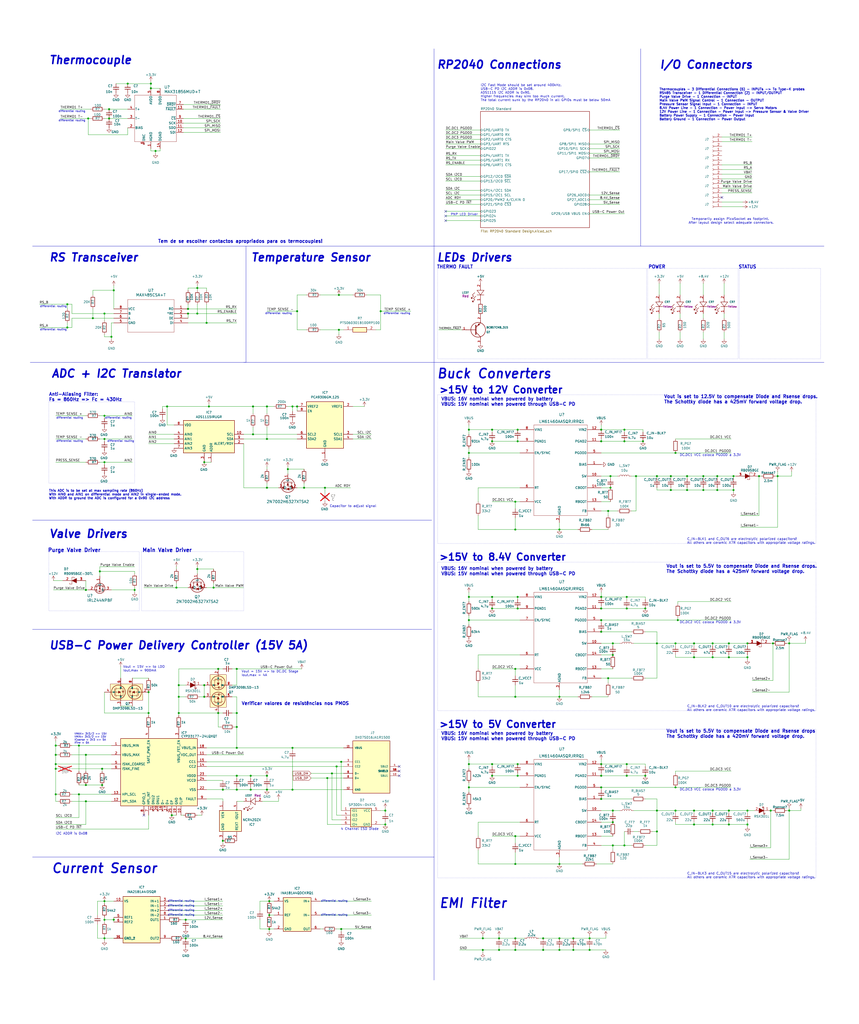
<source format=kicad_sch>
(kicad_sch (version 20231120) (generator "eeschema") (generator_version "8.0")
  (paper "User" 470 560)
  (title_block (title "RP2040 Power") (date "2024-12-29") (rev "V2") (company "Porto Space Team") (comment 1 "Miguel Amorim"))
  (junction (at 166.37 266.7))
  (junction (at 107.95 311.15))
  (junction (at 256.54 234.95))
  (junction (at 369.57 247.65))
  (junction (at 36.83 179.07))
  (junction (at 431.8 443.23))
  (junction (at 146.05 431.8))
  (junction (at 398.78 359.41))
  (junction (at 335.28 462.28))
  (junction (at 111.76 252.73))
  (junction (at 375.92 260.35))
  (junction (at 137.16 431.8))
  (junction (at 97.79 389.89))
  (junction (at 359.41 351.79))
  (junction (at 81.28 378.46))
  (junction (at 425.45 260.35))
  (junction (at 392.43 260.35))
  (junction (at 107.95 157.48))
  (junction (at 334.01 260.35))
  (junction (at 342.9 332.74))
  (junction (at 283.21 332.74))
  (junction (at 48.26 64.77))
  (junction (at 96.52 321.31))
  (junction (at 46.99 412.75))
  (junction (at 119.38 365.76))
  (junction (at 256.54 326.39))
  (junction (at 177.8 266.7))
  (junction (at 30.48 417.83))
  (junction (at 281.94 365.76))
  (junction (at 210.82 443.23))
  (junction (at 55.88 420.37))
  (junction (at 91.44 222.25))
  (junction (at 322.58 519.43))
  (junction (at 281.94 457.2))
  (junction (at 379.73 351.79))
  (junction (at 389.89 450.85))
  (junction (at 342.9 417.83))
  (junction (at 129.54 389.89))
  (junction (at 369.57 443.23))
  (junction (at 342.9 424.18))
  (junction (at 116.84 321.31))
  (junction (at 398.78 450.85))
  (junction (at 57.15 513.08))
  (junction (at 353.06 424.18))
  (junction (at 283.21 326.39))
  (junction (at 398.78 443.23))
  (junction (at 351.79 241.3))
  (junction (at 273.05 513.08))
  (junction (at 73.66 322.58))
  (junction (at 160.02 431.8))
  (junction (at 273.05 519.43))
  (junction (at 46.99 429.26))
  (junction (at 313.69 513.08))
  (junction (at 415.29 260.35))
  (junction (at 93.98 445.77))
  (junction (at 306.07 519.43))
  (junction (at 43.18 434.34))
  (junction (at 186.69 508))
  (junction (at 401.32 267.97))
  (junction (at 146.05 266.7))
  (junction (at 30.48 407.67))
  (junction (at 341.63 241.3))
  (junction (at 269.24 234.95))
  (junction (at 392.43 267.97))
  (junction (at 408.94 443.23))
  (junction (at 281.94 289.56))
  (junction (at 119.38 389.89))
  (junction (at 62.23 502.92))
  (junction (at 269.24 332.74))
  (junction (at 129.54 365.76))
  (junction (at 328.93 234.95))
  (junction (at 129.54 424.18))
  (junction (at 328.93 417.83))
  (junction (at 341.63 234.95))
  (junction (at 146.05 240.03))
  (junction (at 59.69 59.69))
  (junction (at 421.64 443.23))
  (junction (at 62.23 158.75))
  (junction (at 147.32 508))
  (junction (at 179.07 425.45))
  (junction (at 283.21 424.18))
  (junction (at 322.58 513.08))
  (junction (at 359.41 260.35))
  (junction (at 359.41 443.23))
  (junction (at 129.54 431.8))
  (junction (at 384.81 267.97))
  (junction (at 147.32 492.76))
  (junction (at 185.42 180.34))
  (junction (at 113.03 176.53))
  (junction (at 281.94 381))
  (junction (at 297.18 519.43))
  (junction (at 283.21 417.83))
  (junction (at 57.15 502.92))
  (junction (at 375.92 267.97))
  (junction (at 82.55 45.72))
  (junction (at 269.24 424.18))
  (junction (at 57.15 492.76))
  (junction (at 431.8 351.79))
  (junction (at 306.07 513.08))
  (junction (at 114.3 222.25))
  (junction (at 332.74 279.4))
  (junction (at 306.07 472.44))
  (junction (at 210.82 450.85))
  (junction (at 129.54 408.94))
  (junction (at 283.21 241.3))
  (junction (at 264.16 513.08))
  (junction (at 111.76 381))
  (junction (at 160.02 408.94))
  (junction (at 369.57 351.79))
  (junction (at 97.79 374.65))
  (junction (at 408.94 450.85))
  (junction (at 283.21 234.95))
  (junction (at 297.18 513.08))
  (junction (at 162.56 222.25))
  (junction (at 181.61 422.91))
  (junction (at 328.93 424.18))
  (junction (at 256.54 247.65))
  (junction (at 43.18 407.67))
  (junction (at 328.93 241.3))
  (junction (at 379.73 450.85))
  (junction (at 408.94 351.79))
  (junction (at 281.94 513.08))
  (junction (at 401.32 260.35))
  (junction (at 157.48 256.54))
  (junction (at 146.05 222.25))
  (junction (at 57.15 240.03))
  (junction (at 328.93 332.74))
  (junction (at 264.16 519.43))
  (junction (at 367.03 267.97))
  (junction (at 137.16 424.18))
  (junction (at 121.92 459.74))
  (junction (at 54.61 312.42))
  (junction (at 256.54 430.53))
  (junction (at 389.89 443.23))
  (junction (at 30.48 420.37))
  (junction (at 102.87 171.45))
  (junction (at 335.28 449.58))
  (junction (at 335.28 443.23))
  (junction (at 101.6 513.08))
  (junction (at 379.73 443.23))
  (junction (at 36.83 166.37))
  (junction (at 81.28 389.89))
  (junction (at 146.05 424.18))
  (junction (at 111.76 374.65))
  (junction (at 60.96 184.15))
  (junction (at 367.03 260.35))
  (junction (at 121.92 431.8))
  (junction (at 185.42 161.29))
  (junction (at 57.15 252.73))
  (junction (at 313.69 519.43))
  (junction (at 389.89 359.41))
  (junction (at 379.73 359.41))
  (junction (at 281.94 472.44))
  (junction (at 57.15 227.33))
  (junction (at 335.28 358.14))
  (junction (at 138.43 222.25))
  (junction (at 422.91 351.79))
  (junction (at 369.57 430.53))
  (junction (at 46.99 438.15))
  (junction (at 147.32 500.38))
  (junction (at 408.94 359.41))
  (junction (at 359.41 454.66))
  (junction (at 328.93 430.53))
  (junction (at 306.07 381))
  (junction (at 334.01 266.7))
  (junction (at 389.89 351.79))
  (junction (at 269.24 241.3))
  (junction (at 341.63 462.28))
  (junction (at 328.93 339.09))
  (junction (at 82.55 48.26))
  (junction (at 59.69 64.77))
  (junction (at 342.9 326.39))
  (junction (at 335.28 351.79))
  (junction (at 306.07 289.56))
  (junction (at 85.09 82.55))
  (junction (at 256.54 417.83))
  (junction (at 69.85 45.72))
  (junction (at 328.93 436.88))
  (junction (at 184.15 419.1))
  (junction (at 101.6 502.92))
  (junction (at 55.88 429.26))
  (junction (at 347.98 260.35))
  (junction (at 186.69 416.56))
  (junction (at 138.43 237.49))
  (junction (at 107.95 171.45))
  (junction (at 370.84 339.09))
  (junction (at 50.8 173.99))
  (junction (at 384.81 260.35))
  (junction (at 281.94 274.32))
  (junction (at 160.02 222.25))
  (junction (at 102.87 168.91))
  (junction (at 30.48 434.34))
  (junction (at 398.78 351.79))
  (junction (at 269.24 326.39))
  (junction (at 208.28 170.18))
  (junction (at 328.93 345.44))
  (junction (at 57.15 171.45))
  (junction (at 353.06 332.74))
  (junction (at 281.94 519.43))
  (junction (at 46.99 322.58))
  (junction (at 332.74 370.84))
  (junction (at 328.93 326.39))
  (junction (at 256.54 339.09))
  (junction (at 162.56 170.18))
  (junction (at 269.24 417.83))
  (junction (at 30.48 412.75))
  (junction (at 129.54 397.51))
  (junction (at 97.79 381))
  (no_connect (at 243.84 118.11))
  (no_connect (at 394.97 107.95))
  (no_connect (at 218.44 421.64))
  (no_connect (at 218.44 419.1))
  (no_connect (at 243.84 115.57))
  (no_connect (at 243.84 120.65))
  (no_connect (at 218.44 424.18))
  (no_connect (at 78.74 445.77))
  (wire (pts (xy 243.84 90.17) (xy 262.89 90.17)))
  (wire (pts (xy 262.89 120.65) (xy 243.84 120.65)))
  (wire (pts (xy 113.03 419.1) (xy 184.15 419.1)))
  (wire (pts (xy 119.38 397.51) (xy 119.38 389.89)))
  (wire (pts (xy 389.89 351.79) (xy 398.78 351.79)))
  (wire (pts (xy 384.81 267.97) (xy 392.43 267.97)))
  (wire (pts (xy 129.54 365.76) (xy 127 365.76)))
  (wire (pts (xy 99.06 445.77) (xy 100.33 445.77)))
  (wire (pts (xy 107.95 445.77) (xy 110.49 445.77)))
  (polyline (pts (xy 237.49 26.67) (xy 237.49 468.63)))
  (wire (pts (xy 269.24 326.39) (xy 269.24 327.66)))
  (wire (pts (xy 36.83 166.37) (xy 36.83 168.91)))
  (wire (pts (xy 92.71 502.92) (xy 91.44 502.92)))
  (wire (pts (xy 359.41 443.23) (xy 359.41 454.66)))
  (wire (pts (xy 396.24 185.42) (xy 396.24 181.61)))
  (wire (pts (xy 306.07 518.16) (xy 306.07 519.43)))
  (wire (pts (xy 353.06 462.28) (xy 359.41 462.28)))
  (wire (pts (xy 332.74 279.4) (xy 332.74 281.94)))
  (wire (pts (xy 177.8 266.7) (xy 191.77 266.7)))
  (wire (pts (xy 264.16 519.43) (xy 273.05 519.43)))
  (wire (pts (xy 85.09 82.55) (xy 82.55 82.55)))
  (wire (pts (xy 379.73 359.41) (xy 389.89 359.41)))
  (wire (pts (xy 96.52 318.77) (xy 96.52 321.31)))
  (wire (pts (xy 284.48 247.65) (xy 256.54 247.65)))
  (wire (pts (xy 306.07 472.44) (xy 318.77 472.44)))
  (wire (pts (xy 431.8 441.96) (xy 431.8 443.23)))
  (wire (pts (xy 129.54 168.91) (xy 102.87 168.91)))
  (wire (pts (xy 342.9 326.39) (xy 342.9 327.66)))
  (wire (pts (xy 179.07 450.85) (xy 179.07 425.45)))
  (wire (pts (xy 359.41 260.35) (xy 367.03 260.35)))
  (wire (pts (xy 50.8 161.29) (xy 50.8 158.75)))
  (wire (pts (xy 328.93 279.4) (xy 332.74 279.4)))
  (wire (pts (xy 46.99 429.26) (xy 55.88 429.26)))
  (wire (pts (xy 379.73 351.79) (xy 379.73 353.06)))
  (wire (pts (xy 185.42 161.29) (xy 193.04 161.29)))
  (wire (pts (xy 341.63 241.3) (xy 328.93 241.3)))
  (wire (pts (xy 205.74 180.34) (xy 208.28 180.34)))
  (wire (pts (xy 411.48 372.11) (xy 422.91 372.11)))
  (wire (pts (xy 101.6 513.08) (xy 121.92 513.08)))
  (wire (pts (xy 96.52 309.88) (xy 96.52 311.15)))
  (wire (pts (xy 185.42 180.34) (xy 185.42 182.88)))
  (wire (pts (xy 322.58 109.22) (xy 339.09 109.22)))
  (wire (pts (xy 146.05 266.7) (xy 152.4 266.7)))
  (wire (pts (xy 113.03 157.48) (xy 107.95 157.48)))
  (wire (pts (xy 73.66 321.31) (xy 73.66 322.58)))
  (wire (pts (xy 306.07 381) (xy 306.07 377.19)))
  (wire (pts (xy 401.32 267.97) (xy 401.32 269.24)))
  (wire (pts (xy 129.54 438.15) (xy 133.35 438.15)))
  (wire (pts (xy 341.63 241.3) (xy 351.79 241.3)))
  (wire (pts (xy 36.83 176.53) (xy 36.83 179.07)))
  (wire (pts (xy 256.54 430.53) (xy 256.54 433.07)))
  (wire (pts (xy 389.89 450.85) (xy 398.78 450.85)))
  (wire (pts (xy 408.94 450.85) (xy 408.94 449.58)))
  (wire (pts (xy 142.24 497.84) (xy 142.24 492.76)))
  (wire (pts (xy 175.26 180.34) (xy 185.42 180.34)))
  (wire (pts (xy 269.24 326.39) (xy 283.21 326.39)))
  (wire (pts (xy 57.15 240.03) (xy 57.15 241.3)))
  (wire (pts (xy 323.85 289.56) (xy 332.74 289.56)))
  (wire (pts (xy 138.43 222.25) (xy 146.05 222.25)))
  (wire (pts (xy 30.48 420.37) (xy 30.48 434.34)))
  (wire (pts (xy 92.71 497.84) (xy 121.92 497.84)))
  (wire (pts (xy 256.54 339.09) (xy 256.54 336.55)))
  (wire (pts (xy 186.69 416.56) (xy 186.69 443.23)))
  (wire (pts (xy 120.65 57.15) (xy 100.33 57.15)))
  (wire (pts (xy 440.69 350.52) (xy 440.69 351.79)))
  (wire (pts (xy 359.41 454.66) (xy 359.41 462.28)))
  (wire (pts (xy 114.3 222.25) (xy 138.43 222.25)))
  (wire (pts (xy 162.56 180.34) (xy 167.64 180.34)))
  (wire (pts (xy 360.68 171.45) (xy 360.68 173.99)))
  (wire (pts (xy 328.93 247.65) (xy 369.57 247.65)))
  (wire (pts (xy 160.02 410.21) (xy 160.02 408.94)))
  (wire (pts (xy 87.63 81.28) (xy 87.63 82.55)))
  (wire (pts (xy 107.95 157.48) (xy 107.95 158.75)))
  (wire (pts (xy 328.93 339.09) (xy 370.84 339.09)))
  (wire (pts (xy 81.28 378.46) (xy 81.28 389.89)))
  (wire (pts (xy 369.57 359.41) (xy 379.73 359.41)))
  (wire (pts (xy 389.89 358.14) (xy 389.89 359.41)))
  (wire (pts (xy 113.03 412.75) (xy 133.35 412.75)))
  (wire (pts (xy 370.84 337.82) (xy 370.84 339.09)))
  (wire (pts (xy 341.63 234.95) (xy 351.79 234.95)))
  (wire (pts (xy 57.15 184.15) (xy 57.15 182.88)))
  (wire (pts (xy 256.54 326.39) (xy 269.24 326.39)))
  (wire (pts (xy 431.8 443.23) (xy 438.15 443.23)))
  (wire (pts (xy 345.44 260.35) (xy 347.98 260.35)))
  (wire (pts (xy 353.06 417.83) (xy 353.06 419.1)))
  (wire (pts (xy 347.98 260.35) (xy 347.98 279.4)))
  (wire (pts (xy 392.43 267.97) (xy 401.32 267.97)))
  (wire (pts (xy 129.54 431.8) (xy 137.16 431.8)))
  (wire (pts (xy 262.89 76.2) (xy 243.84 76.2)))
  (wire (pts (xy 342.9 417.83) (xy 342.9 419.1)))
  (wire (pts (xy 328.93 323.85) (xy 328.93 326.39)))
  (wire (pts (xy 30.48 227.33) (xy 46.99 227.33)))
  (wire (pts (xy 186.69 509.27) (xy 186.69 508)))
  (wire (pts (xy 121.92 431.8) (xy 129.54 431.8)))
  (wire (pts (xy 129.54 397.51) (xy 129.54 408.94)))
  (wire (pts (xy 322.58 116.84) (xy 341.63 116.84)))
  (wire (pts (xy 372.11 181.61) (xy 372.11 185.42)))
  (wire (pts (xy 370.84 328.93) (xy 400.05 328.93)))
  (wire (pts (xy 384.81 266.7) (xy 384.81 267.97)))
  (wire (pts (xy 281.94 466.09) (xy 281.94 472.44)))
  (wire (pts (xy 359.41 351.79) (xy 369.57 351.79)))
  (wire (pts (xy 46.99 322.58) (xy 46.99 317.5)))
  (wire (pts (xy 62.23 173.99) (xy 50.8 173.99)))
  (wire (pts (xy 57.15 389.89) (xy 57.15 378.46)))
  (wire (pts (xy 100.33 513.08) (xy 101.6 513.08)))
  (wire (pts (xy 210.82 450.85) (xy 208.28 450.85)))
  (wire (pts (xy 281.94 278.13) (xy 281.94 274.32)))
  (wire (pts (xy 306.07 381) (xy 316.23 381)))
  (wire (pts (xy 379.73 449.58) (xy 379.73 450.85)))
  (wire (pts (xy 78.74 321.31) (xy 96.52 321.31)))
  (wire (pts (xy 394.97 92.71) (xy 411.48 92.71)))
  (wire (pts (xy 424.18 260.35) (xy 425.45 260.35)))
  (wire (pts (xy 162.56 170.18) (xy 146.05 170.18)))
  (wire (pts (xy 57.15 513.08) (xy 62.23 513.08)))
  (wire (pts (xy 129.54 408.94) (xy 160.02 408.94)))
  (wire (pts (xy 107.95 166.37) (xy 107.95 171.45)))
  (wire (pts (xy 97.79 389.89) (xy 97.79 391.16)))
  (wire (pts (xy 347.98 279.4) (xy 345.44 279.4)))
  (wire (pts (xy 30.48 447.04) (xy 43.18 447.04)))
  (wire (pts (xy 273.05 511.81) (xy 273.05 513.08)))
  (wire (pts (xy 157.48 256.54) (xy 157.48 259.08)))
  (wire (pts (xy 322.58 111.76) (xy 339.09 111.76)))
  (wire (pts (xy 379.73 450.85) (xy 389.89 450.85)))
  (wire (pts (xy 129.54 389.89) (xy 129.54 397.51)))
  (wire (pts (xy 208.28 443.23) (xy 210.82 443.23)))
  (wire (pts (xy 398.78 450.85) (xy 408.94 450.85)))
  (wire (pts (xy 107.95 311.15) (xy 116.84 311.15)))
  (wire (pts (xy 269.24 332.74) (xy 283.21 332.74)))
  (wire (pts (xy 129.54 365.76) (xy 165.1 365.76)))
  (wire (pts (xy 62.23 156.21) (xy 62.23 158.75)))
  (wire (pts (xy 389.89 443.23) (xy 389.89 444.5)))
  (wire (pts (xy 256.54 247.65) (xy 256.54 245.11)))
  (wire (pts (xy 30.48 412.75) (xy 30.48 417.83)))
  (wire (pts (xy 57.15 240.03) (xy 72.39 240.03)))
  (wire (pts (xy 415.29 260.35) (xy 416.56 260.35)))
  (wire (pts (xy 133.35 240.03) (xy 146.05 240.03)))
  (wire (pts (xy 129.54 374.65) (xy 129.54 365.76)))
  (wire (pts (xy 129.54 389.89) (xy 127 389.89)))
  (wire (pts (xy 328.93 430.53) (xy 369.57 430.53)))
  (wire (pts (xy 339.09 81.28) (xy 322.58 81.28)))
  (wire (pts (xy 332.74 370.84) (xy 345.44 370.84)))
  (wire (pts (xy 284.48 234.95) (xy 283.21 234.95)))
  (wire (pts (xy 162.56 161.29) (xy 167.64 161.29)))
  (wire (pts (xy 43.18 429.26) (xy 46.99 429.26)))
  (wire (pts (xy 360.68 181.61) (xy 360.68 185.42)))
  (wire (pts (xy 143.51 438.15) (xy 152.4 438.15)))
  (wire (pts (xy 120.65 397.51) (xy 119.38 397.51)))
  (wire (pts (xy 389.89 449.58) (xy 389.89 450.85)))
  (wire (pts (xy 334.01 260.35) (xy 337.82 260.35)))
  (wire (pts (xy 335.28 462.28) (xy 335.28 464.82)))
  (wire (pts (xy 370.84 328.93) (xy 370.84 330.2)))
  (wire (pts (xy 408.94 443.23) (xy 412.75 443.23)))
  (wire (pts (xy 342.9 332.74) (xy 353.06 332.74)))
  (wire (pts (xy 281.94 283.21) (xy 281.94 289.56)))
  (wire (pts (xy 261.62 365.76) (xy 261.62 358.14)))
  (wire (pts (xy 401.32 260.35) (xy 401.32 261.62)))
  (wire (pts (xy 359.41 266.7) (xy 359.41 267.97)))
  (wire (pts (xy 269.24 241.3) (xy 283.21 241.3)))
  (wire (pts (xy 129.54 381) (xy 127 381)))
  (wire (pts (xy 256.54 232.41) (xy 256.54 234.95)))
  (wire (pts (xy 313.69 518.16) (xy 313.69 519.43)))
  (polyline (pts (xy 236.22 134.62) (xy 450.85 134.62)))
  (wire (pts (xy 389.89 351.79) (xy 389.89 353.06)))
  (wire (pts (xy 162.56 266.7) (xy 166.37 266.7)))
  (wire (pts (xy 313.69 519.43) (xy 322.58 519.43)))
  (wire (pts (xy 21.59 179.07) (xy 36.83 179.07)))
  (wire (pts (xy 81.28 240.03) (xy 95.25 240.03)))
  (wire (pts (xy 359.41 260.35) (xy 359.41 261.62)))
  (wire (pts (xy 81.28 237.49) (xy 95.25 237.49)))
  (wire (pts (xy 111.76 381) (xy 109.22 381)))
  (wire (pts (xy 88.9 222.25) (xy 88.9 223.52)))
  (wire (pts (xy 379.73 358.14) (xy 379.73 359.41)))
  (wire (pts (xy 415.29 260.35) (xy 415.29 281.94)))
  (wire (pts (xy 54.61 240.03) (xy 57.15 240.03)))
  (wire (pts (xy 113.03 424.18) (xy 129.54 424.18)))
  (wire (pts (xy 379.73 443.23) (xy 389.89 443.23)))
  (wire (pts (xy 157.48 222.25) (xy 160.02 222.25)))
  (wire (pts (xy 146.05 222.25) (xy 146.05 226.06)))
  (wire (pts (xy 408.94 443.23) (xy 408.94 444.5)))
  (wire (pts (xy 146.05 233.68) (xy 146.05 240.03)))
  (wire (pts (xy 281.94 274.32) (xy 284.48 274.32)))
  (wire (pts (xy 283.21 240.03) (xy 283.21 241.3)))
  (wire (pts (xy 281.94 457.2) (xy 284.48 457.2)))
  (wire (pts (xy 54.61 309.88) (xy 54.61 312.42)))
  (wire (pts (xy 389.89 443.23) (xy 398.78 443.23)))
  (wire (pts (xy 39.37 407.67) (xy 43.18 407.67)))
  (wire (pts (xy 438.15 441.96) (xy 438.15 443.23)))
  (wire (pts (xy 261.62 266.7) (xy 284.48 266.7)))
  (wire (pts (xy 69.85 69.85) (xy 69.85 73.66)))
  (wire (pts (xy 97.79 381) (xy 97.79 374.65)))
  (wire (pts (xy 269.24 274.32) (xy 281.94 274.32)))
  (wire (pts (xy 30.48 240.03) (xy 46.99 240.03)))
  (wire (pts (xy 50.8 173.99) (xy 39.37 173.99)))
  (wire (pts (xy 369.57 443.23) (xy 369.57 444.5)))
  (wire (pts (xy 21.59 166.37) (xy 36.83 166.37)))
  (wire (pts (xy 328.93 331.47) (xy 328.93 332.74)))
  (polyline (pts (xy 237.49 468.63) (xy 237.49 535.94)))
  (wire (pts (xy 30.48 417.83) (xy 30.48 420.37)))
  (wire (pts (xy 46.99 438.15) (xy 60.96 438.15)))
  (wire (pts (xy 60.96 322.58) (xy 73.66 322.58)))
  (wire (pts (xy 60.96 184.15) (xy 60.96 185.42)))
  (wire (pts (xy 326.39 472.44) (xy 335.28 472.44)))
  (wire (pts (xy 57.15 513.08) (xy 57.15 511.81)))
  (wire (pts (xy 269.24 234.95) (xy 283.21 234.95)))
  (wire (pts (xy 408.94 359.41) (xy 408.94 358.14)))
  (wire (pts (xy 281.94 369.57) (xy 281.94 365.76)))
  (wire (pts (xy 186.69 450.85) (xy 179.07 450.85)))
  (wire (pts (xy 43.18 407.67) (xy 43.18 421.64)))
  (wire (pts (xy 73.66 312.42) (xy 73.66 313.69)))
  (wire (pts (xy 369.57 450.85) (xy 379.73 450.85)))
  (wire (pts (xy 328.93 339.09) (xy 328.93 340.36)))
  (wire (pts (xy 394.97 113.03) (xy 406.4 113.03)))
  (wire (pts (xy 138.43 237.49) (xy 162.56 237.49)))
  (wire (pts (xy 261.62 274.32) (xy 261.62 266.7)))
  (wire (pts (xy 369.57 421.64) (xy 400.05 421.64)))
  (wire (pts (xy 339.09 83.82) (xy 322.58 83.82)))
  (wire (pts (xy 369.57 351.79) (xy 379.73 351.79)))
  (wire (pts (xy 181.61 448.31) (xy 186.69 448.31)))
  (wire (pts (xy 328.93 274.32) (xy 334.01 274.32)))
  (wire (pts (xy 394.97 102.87) (xy 411.48 102.87)))
  (wire (pts (xy 262.89 118.11) (xy 243.84 118.11)))
  (wire (pts (xy 129.54 171.45) (xy 107.95 171.45)))
  (wire (pts (xy 146.05 255.27) (xy 146.05 256.54)))
  (wire (pts (xy 261.62 472.44) (xy 281.94 472.44)))
  (wire (pts (xy 162.56 222.25) (xy 162.56 224.79)))
  (wire (pts (xy 102.87 166.37) (xy 102.87 168.91)))
  (wire (pts (xy 166.37 266.7) (xy 177.8 266.7)))
  (wire (pts (xy 431.8 351.79) (xy 440.69 351.79)))
  (wire (pts (xy 306.07 513.08) (xy 313.69 513.08)))
  (wire (pts (xy 39.37 171.45) (xy 39.37 166.37)))
  (wire (pts (xy 273.05 513.08) (xy 281.94 513.08)))
  (wire (pts (xy 91.44 222.25) (xy 114.3 222.25)))
  (wire (pts (xy 57.15 252.73) (xy 72.39 252.73)))
  (wire (pts (xy 224.79 170.18) (xy 208.28 170.18)))
  (wire (pts (xy 101.6 381) (xy 97.79 381)))
  (wire (pts (xy 334.01 261.62) (xy 334.01 260.35)))
  (wire (pts (xy 402.59 260.35) (xy 401.32 260.35)))
  (wire (pts (xy 256.54 326.39) (xy 256.54 328.93)))
  (wire (pts (xy 331.47 511.81) (xy 331.47 513.08)))
  (wire (pts (xy 433.07 257.81) (xy 433.07 260.35)))
  (wire (pts (xy 119.38 389.89) (xy 97.79 389.89)))
  (wire (pts (xy 392.43 260.35) (xy 401.32 260.35)))
  (wire (pts (xy 339.09 86.36) (xy 322.58 86.36)))
  (wire (pts (xy 306.07 519.43) (xy 313.69 519.43)))
  (wire (pts (xy 394.97 100.33) (xy 411.48 100.33)))
  (wire (pts (xy 62.23 502.92) (xy 62.23 504.19)))
  (wire (pts (xy 269.24 417.83) (xy 283.21 417.83)))
  (wire (pts (xy 313.69 513.08) (xy 322.58 513.08)))
  (wire (pts (xy 328.93 415.29) (xy 328.93 417.83)))
  (wire (pts (xy 129.54 424.18) (xy 129.54 425.45)))
  (wire (pts (xy 46.99 322.58) (xy 48.26 322.58)))
  (wire (pts (xy 372.11 154.94) (xy 372.11 161.29)))
  (wire (pts (xy 425.45 260.35) (xy 433.07 260.35)))
  (wire (pts (xy 251.46 519.43) (xy 264.16 519.43)))
  (wire (pts (xy 129.54 430.53) (xy 129.54 431.8)))
  (wire (pts (xy 46.99 438.15) (xy 46.99 450.85)))
  (wire (pts (xy 328.93 345.44) (xy 345.44 345.44)))
  (wire (pts (xy 281.94 374.65) (xy 281.94 381)))
  (wire (pts (xy 160.02 408.94) (xy 187.96 408.94)))
  (wire (pts (xy 157.48 256.54) (xy 166.37 256.54)))
  (wire (pts (xy 243.84 96.52) (xy 262.89 96.52)))
  (wire (pts (xy 107.95 311.15) (xy 107.95 313.69)))
  (wire (pts (xy 283.21 332.74) (xy 284.48 332.74)))
  (wire (pts (xy 328.93 449.58) (xy 335.28 449.58)))
  (wire (pts (xy 29.21 317.5) (xy 34.29 317.5)))
  (wire (pts (xy 243.84 71.12) (xy 262.89 71.12)))
  (wire (pts (xy 142.24 502.92) (xy 142.24 508)))
  (wire (pts (xy 97.79 389.89) (xy 97.79 381)))
  (wire (pts (xy 256.54 417.83) (xy 269.24 417.83)))
  (wire (pts (xy 137.16 424.18) (xy 137.16 425.45)))
  (wire (pts (xy 179.07 425.45) (xy 187.96 425.45)))
  (wire (pts (xy 57.15 502.92) (xy 62.23 502.92)))
  (wire (pts (xy 57.15 59.69) (xy 59.69 59.69)))
  (wire (pts (xy 146.05 222.25) (xy 149.86 222.25)))
  (wire (pts (xy 111.76 252.73) (xy 115.57 252.73)))
  (wire (pts (xy 261.62 289.56) (xy 261.62 281.94)))
  (wire (pts (xy 394.97 110.49) (xy 406.4 110.49)))
  (wire (pts (xy 261.62 289.56) (xy 281.94 289.56)))
  (wire (pts (xy 88.9 222.25) (xy 91.44 222.25)))
  (wire (pts (xy 30.48 417.83) (xy 60.96 417.83)))
  (wire (pts (xy 335.28 351.79) (xy 339.09 351.79)))
  (wire (pts (xy 375.92 260.35) (xy 384.81 260.35)))
  (wire (pts (xy 398.78 449.58) (xy 398.78 450.85)))
  (polyline (pts (xy 134.62 198.12) (xy 133.35 198.12)))
  (wire (pts (xy 121.92 436.88) (xy 121.92 438.15)))
  (wire (pts (xy 193.04 240.03) (xy 203.2 240.03)))
  (wire (pts (xy 262.89 115.57) (xy 243.84 115.57)))
  (wire (pts (xy 91.44 222.25) (xy 91.44 232.41)))
  (wire (pts (xy 210.82 443.23) (xy 210.82 444.5)))
  (wire (pts (xy 256.54 323.85) (xy 256.54 326.39)))
  (wire (pts (xy 262.89 85.09) (xy 243.84 85.09)))
  (wire (pts (xy 121.92 365.76) (xy 119.38 365.76)))
  (wire (pts (xy 99.06 502.92) (xy 101.6 502.92)))
  (wire (pts (xy 256.54 417.83) (xy 256.54 420.37)))
  (wire (pts (xy 251.46 513.08) (xy 264.16 513.08)))
  (wire (pts (xy 261.62 449.58) (xy 284.48 449.58)))
  (wire (pts (xy 351.79 234.95) (xy 351.79 236.22)))
  (wire (pts (xy 328.93 332.74) (xy 342.9 332.74)))
  (wire (pts (xy 384.81 260.35) (xy 384.81 261.62)))
  (wire (pts (xy 120.65 72.39) (xy 100.33 72.39)))
  (wire (pts (xy 113.03 321.31) (xy 116.84 321.31)))
  (wire (pts (xy 425.45 260.35) (xy 425.45 288.29)))
  (wire (pts (xy 322.58 518.16) (xy 322.58 519.43)))
  (wire (pts (xy 181.61 422.91) (xy 187.96 422.91)))
  (wire (pts (xy 63.5 45.72) (xy 69.85 45.72)))
  (wire (pts (xy 269.24 234.95) (xy 269.24 236.22)))
  (wire (pts (xy 30.48 407.67) (xy 31.75 407.67)))
  (wire (pts (xy 120.65 69.85) (xy 100.33 69.85)))
  (wire (pts (xy 162.56 170.18) (xy 162.56 180.34)))
  (wire (pts (xy 92.71 492.76) (xy 121.92 492.76)))
  (wire (pts (xy 369.57 421.64) (xy 369.57 422.91)))
  (wire (pts (xy 73.66 309.88) (xy 54.61 309.88)))
  (wire (pts (xy 184.15 508) (xy 186.69 508)))
  (wire (pts (xy 102.87 171.45) (xy 102.87 173.99)))
  (wire (pts (xy 369.57 247.65) (xy 400.05 247.65)))
  (wire (pts (xy 127 374.65) (xy 129.54 374.65)))
  (wire (pts (xy 328.93 240.03) (xy 328.93 241.3)))
  (wire (pts (xy 281.94 518.16) (xy 281.94 519.43)))
  (wire (pts (xy 81.28 370.84) (xy 72.39 370.84)))
  (wire (pts (xy 30.48 412.75) (xy 31.75 412.75)))
  (wire (pts (xy 369.57 450.85) (xy 369.57 449.58)))
  (wire (pts (xy 116.84 318.77) (xy 116.84 321.31)))
  (wire (pts (xy 101.6 502.92) (xy 121.92 502.92)))
  (wire (pts (xy 57.15 514.35) (xy 57.15 513.08)))
  (wire (pts (xy 359.41 267.97) (xy 367.03 267.97)))
  (wire (pts (xy 243.84 109.22) (xy 262.89 109.22)))
  (wire (pts (xy 50.8 168.91) (xy 50.8 173.99)))
  (wire (pts (xy 81.28 389.89) (xy 57.15 389.89)))
  (wire (pts (xy 147.32 509.27) (xy 147.32 508)))
  (wire (pts (xy 411.48 378.46) (xy 431.8 378.46)))
  (wire (pts (xy 370.84 339.09) (xy 400.05 339.09)))
  (wire (pts (xy 297.18 519.43) (xy 306.07 519.43)))
  (wire (pts (xy 261.62 457.2) (xy 261.62 449.58)))
  (wire (pts (xy 208.28 170.18) (xy 208.28 180.34)))
  (wire (pts (xy 335.28 443.23) (xy 339.09 443.23)))
  (wire (pts (xy 39.37 173.99) (xy 39.37 179.07)))
  (wire (pts (xy 421.64 443.23) (xy 422.91 443.23)))
  (wire (pts (xy 129.54 397.51) (xy 128.27 397.51)))
  (wire (pts (xy 30.48 252.73) (xy 46.99 252.73)))
  (wire (pts (xy 323.85 381) (xy 332.74 381)))
  (wire (pts (xy 398.78 358.14) (xy 398.78 359.41)))
  (wire (pts (xy 359.41 345.44) (xy 359.41 351.79)))
  (wire (pts (xy 113.03 176.53) (xy 102.87 176.53)))
  (wire (pts (xy 62.23 158.75) (xy 62.23 168.91)))
  (wire (pts (xy 421.64 443.23) (xy 421.64 463.55)))
  (wire (pts (xy 57.15 501.65) (xy 57.15 502.92)))
  (wire (pts (xy 48.26 64.77) (xy 49.53 64.77)))
  (wire (pts (xy 59.69 64.77) (xy 69.85 64.77)))
  (wire (pts (xy 384.81 171.45) (xy 384.81 173.99)))
  (wire (pts (xy 328.93 370.84) (xy 332.74 370.84)))
  (wire (pts (xy 410.21 469.9) (xy 431.8 469.9)))
  (wire (pts (xy 43.18 407.67) (xy 60.96 407.67)))
  (wire (pts (xy 57.15 492.76) (xy 57.15 494.03)))
  (wire (pts (xy 375.92 266.7) (xy 375.92 267.97)))
  (wire (pts (xy 114.3 220.98) (xy 114.3 222.25)))
  (wire (pts (xy 411.48 77.47) (xy 394.97 77.47)))
  (wire (pts (xy 46.99 412.75) (xy 60.96 412.75)))
  (wire (pts (xy 398.78 359.41) (xy 408.94 359.41)))
  (wire (pts (xy 81.28 389.89) (xy 81.28 391.16)))
  (wire (pts (xy 394.97 90.17) (xy 411.48 90.17)))
  (wire (pts (xy 408.94 359.41) (xy 408.94 360.68)))
  (wire (pts (xy 92.71 500.38) (xy 121.92 500.38)))
  (wire (pts (xy 107.95 309.88) (xy 107.95 311.15)))
  (wire (pts (xy 332.74 279.4) (xy 337.82 279.4)))
  (wire (pts (xy 269.24 417.83) (xy 269.24 419.1)))
  (wire (pts (xy 264.16 519.43) (xy 264.16 520.7)))
  (wire (pts (xy 30.48 434.34) (xy 31.75 434.34)))
  (wire (pts (xy 262.89 73.66) (xy 243.84 73.66)))
  (wire (pts (xy 30.48 453.39) (xy 81.28 453.39)))
  (wire (pts (xy 97.79 374.65) (xy 97.79 365.76)))
  (wire (pts (xy 59.69 59.69) (xy 69.85 59.69)))
  (wire (pts (xy 55.88 420.37) (xy 60.96 420.37)))
  (wire (pts (xy 384.81 154.94) (xy 384.81 161.29)))
  (wire (pts (xy 322.58 511.81) (xy 322.58 513.08)))
  (polyline (pts (xy 236.22 198.12) (xy 450.85 198.12)))
  (wire (pts (xy 284.48 339.09) (xy 256.54 339.09)))
  (wire (pts (xy 85.09 82.55) (xy 85.09 83.82)))
  (wire (pts (xy 369.57 443.23) (xy 379.73 443.23)))
  (wire (pts (xy 284.48 326.39) (xy 283.21 326.39)))
  (wire (pts (xy 147.32 492.76) (xy 149.86 492.76)))
  (wire (pts (xy 121.92 389.89) (xy 119.38 389.89)))
  (wire (pts (xy 92.71 495.3) (xy 121.92 495.3)))
  (wire (pts (xy 335.28 353.06) (xy 335.28 351.79)))
  (wire (pts (xy 284.48 417.83) (xy 283.21 417.83)))
  (wire (pts (xy 332.74 373.38) (xy 332.74 370.84)))
  (wire (pts (xy 261.62 358.14) (xy 284.48 358.14)))
  (wire (pts (xy 57.15 171.45) (xy 39.37 171.45)))
  (wire (pts (xy 93.98 445.77) (xy 96.52 445.77)))
  (wire (pts (xy 240.03 180.34) (xy 252.73 180.34)))
  (wire (pts (xy 328.93 232.41) (xy 328.93 234.95)))
  (wire (pts (xy 269.24 424.18) (xy 283.21 424.18)))
  (wire (pts (xy 261.62 381) (xy 261.62 373.38)))
  (wire (pts (xy 82.55 45.72) (xy 82.55 48.26)))
  (wire (pts (xy 283.21 241.3) (xy 284.48 241.3)))
  (wire (pts (xy 262.89 81.28) (xy 243.84 81.28)))
  (wire (pts (xy 129.54 176.53) (xy 113.03 176.53)))
  (wire (pts (xy 410.21 463.55) (xy 421.64 463.55)))
  (wire (pts (xy 157.48 255.27) (xy 157.48 256.54)))
  (wire (pts (xy 328.93 462.28) (xy 335.28 462.28)))
  (wire (pts (xy 425.45 257.81) (xy 425.45 260.35)))
  (wire (pts (xy 129.54 424.18) (xy 137.16 424.18)))
  (wire (pts (xy 208.28 161.29) (xy 208.28 170.18)))
  (wire (pts (xy 30.48 420.37) (xy 31.75 420.37)))
  (wire (pts (xy 328.93 365.76) (xy 335.28 365.76)))
  (wire (pts (xy 142.24 508) (xy 147.32 508)))
  (wire (pts (xy 346.71 443.23) (xy 359.41 443.23)))
  (wire (pts (xy 177.8 266.7) (xy 177.8 269.24)))
  (polyline (pts (xy 134.62 134.62) (xy 134.62 198.12)))
  (wire (pts (xy 137.16 424.18) (xy 146.05 424.18)))
  (wire (pts (xy 113.03 158.75) (xy 113.03 157.48)))
  (wire (pts (xy 54.61 312.42) (xy 73.66 312.42)))
  (wire (pts (xy 283.21 424.18) (xy 284.48 424.18)))
  (wire (pts (xy 294.64 513.08) (xy 297.18 513.08)))
  (wire (pts (xy 81.28 445.77) (xy 81.28 453.39)))
  (wire (pts (xy 430.53 351.79) (xy 431.8 351.79)))
  (wire (pts (xy 175.26 161.29) (xy 185.42 161.29)))
  (wire (pts (xy 137.16 430.53) (xy 137.16 431.8)))
  (wire (pts (xy 101.6 374.65) (xy 97.79 374.65)))
  (wire (pts (xy 341.63 462.28) (xy 345.44 462.28)))
  (wire (pts (xy 181.61 448.31) (xy 181.61 422.91)))
  (wire (pts (xy 120.65 59.69) (xy 100.33 59.69)))
  (wire (pts (xy 306.07 289.56) (xy 316.23 289.56)))
  (wire (pts (xy 53.34 505.46) (xy 53.34 513.08)))
  (wire (pts (xy 29.21 322.58) (xy 46.99 322.58)))
  (wire (pts (xy 394.97 105.41) (xy 411.48 105.41)))
  (wire (pts (xy 113.03 431.8) (xy 121.92 431.8)))
  (wire (pts (xy 186.69 445.77) (xy 184.15 445.77)))
  (wire (pts (xy 256.54 430.53) (xy 256.54 427.99)))
  (wire (pts (xy 328.93 266.7) (xy 334.01 266.7)))
  (wire (pts (xy 335.28 444.5) (xy 335.28 443.23)))
  (wire (pts (xy 193.04 237.49) (xy 203.2 237.49)))
  (wire (pts (xy 160.02 431.8) (xy 187.96 431.8)))
  (wire (pts (xy 411.48 74.93) (xy 394.97 74.93)))
  (wire (pts (xy 146.05 264.16) (xy 146.05 266.7)))
  (wire (pts (xy 113.03 408.94) (xy 129.54 408.94)))
  (wire (pts (xy 170.18 425.45) (xy 179.07 425.45)))
  (wire (pts (xy 262.89 104.14) (xy 243.84 104.14)))
  (wire (pts (xy 339.09 93.98) (xy 322.58 93.98)))
  (wire (pts (xy 60.96 184.15) (xy 57.15 184.15)))
  (wire (pts (xy 359.41 443.23) (xy 369.57 443.23)))
  (wire (pts (xy 256.54 339.09) (xy 256.54 341.63)))
  (wire (pts (xy 328.93 422.91) (xy 328.93 424.18)))
  (wire (pts (xy 113.03 426.72) (xy 121.92 426.72)))
  (wire (pts (xy 430.53 443.23) (xy 431.8 443.23)))
  (wire (pts (xy 184.15 445.77) (xy 184.15 419.1)))
  (wire (pts (xy 43.18 434.34) (xy 43.18 447.04)))
  (wire (pts (xy 43.18 434.34) (xy 60.96 434.34)))
  (wire (pts (xy 273.05 519.43) (xy 281.94 519.43)))
  (wire (pts (xy 353.06 370.84) (xy 359.41 370.84)))
  (wire (pts (xy 262.89 87.63) (xy 243.84 87.63)))
  (wire (pts (xy 160.02 415.29) (xy 160.02 431.8)))
  (wire (pts (xy 335.28 462.28) (xy 341.63 462.28)))
  (polyline (pts (xy 350.52 26.67) (xy 350.52 134.62)))
  (wire (pts (xy 210.82 443.23) (xy 210.82 441.96)))
  (wire (pts (xy 54.61 312.42) (xy 54.61 314.96)))
  (wire (pts (xy 48.26 73.66) (xy 48.26 64.77)))
  (wire (pts (xy 120.65 67.31) (xy 100.33 67.31)))
  (wire (pts (xy 50.8 158.75) (xy 62.23 158.75)))
  (wire (pts (xy 341.63 454.66) (xy 341.63 462.28)))
  (wire (pts (xy 353.06 345.44) (xy 359.41 345.44)))
  (wire (pts (xy 369.57 359.41) (xy 369.57 358.14)))
  (wire (pts (xy 133.35 242.57) (xy 133.35 266.7)))
  (wire (pts (xy 369.57 430.53) (xy 400.05 430.53)))
  (wire (pts (xy 346.71 351.79) (xy 359.41 351.79)))
  (wire (pts (xy 322.58 106.68) (xy 339.09 106.68)))
  (wire (pts (xy 339.09 71.12) (xy 322.58 71.12)))
  (wire (pts (xy 396.24 171.45) (xy 396.24 173.99)))
  (wire (pts (xy 384.81 260.35) (xy 392.43 260.35)))
  (wire (pts (xy 328.93 443.23) (xy 335.28 443.23)))
  (wire (pts (xy 57.15 252.73) (xy 57.15 254)))
  (wire (pts (xy 121.92 436.88) (xy 113.03 436.88)))
  (wire (pts (xy 401.32 267.97) (xy 401.32 266.7)))
  (wire (pts (xy 405.13 288.29) (xy 425.45 288.29)))
  (wire (pts (xy 107.95 171.45) (xy 102.87 171.45)))
  (polyline (pts (xy 17.78 284.48) (xy 236.22 284.48)))
  (wire (pts (xy 347.98 260.35) (xy 359.41 260.35)))
  (wire (pts (xy 39.37 438.15) (xy 46.99 438.15)))
  (wire (pts (xy 359.41 436.88) (xy 359.41 443.23)))
  (wire (pts (xy 120.65 64.77) (xy 100.33 64.77)))
  (wire (pts (xy 210.82 449.58) (xy 210.82 450.85)))
  (wire (pts (xy 53.34 492.76) (xy 53.34 500.38)))
  (wire (pts (xy 200.66 161.29) (xy 208.28 161.29)))
  (wire (pts (xy 375.92 260.35) (xy 375.92 261.62)))
  (wire (pts (xy 142.24 492.76) (xy 147.32 492.76)))
  (wire (pts (xy 55.88 420.37) (xy 55.88 421.64)))
  (wire (pts (xy 261.62 381) (xy 281.94 381)))
  (wire (pts (xy 69.85 45.72) (xy 82.55 45.72)))
  (wire (pts (xy 322.58 513.08) (xy 331.47 513.08)))
  (wire (pts (xy 353.06 326.39) (xy 353.06 327.66)))
  (wire (pts (xy 95.25 232.41) (xy 91.44 232.41)))
  (wire (pts (xy 133.35 266.7) (xy 146.05 266.7)))
  (wire (pts (xy 193.04 222.25) (xy 199.39 222.25)))
  (wire (pts (xy 384.81 181.61) (xy 384.81 185.42)))
  (wire (pts (xy 53.34 492.76) (xy 57.15 492.76)))
  (wire (pts (xy 152.4 436.88) (xy 152.4 438.15)))
  (wire (pts (xy 57.15 504.19) (xy 57.15 502.92)))
  (wire (pts (xy 138.43 222.25) (xy 138.43 226.06)))
  (wire (pts (xy 73.66 322.58) (xy 73.66 323.85)))
  (wire (pts (xy 360.68 154.94) (xy 360.68 161.29)))
  (wire (pts (xy 328.93 436.88) (xy 345.44 436.88)))
  (wire (pts (xy 243.84 111.76) (xy 262.89 111.76)))
  (wire (pts (xy 359.41 351.79) (xy 359.41 370.84)))
  (wire (pts (xy 306.07 289.56) (xy 306.07 285.75)))
  (wire (pts (xy 119.38 365.76) (xy 97.79 365.76)))
  (wire (pts (xy 389.89 359.41) (xy 398.78 359.41)))
  (wire (pts (xy 30.48 450.85) (xy 46.99 450.85)))
  (wire (pts (xy 243.84 78.74) (xy 262.89 78.74)))
  (wire (pts (xy 147.32 500.38) (xy 149.86 500.38)))
  (wire (pts (xy 57.15 171.45) (xy 57.15 175.26)))
  (wire (pts (xy 392.43 260.35) (xy 392.43 261.62)))
  (wire (pts (xy 82.55 81.28) (xy 82.55 82.55)))
  (wire (pts (xy 392.43 266.7) (xy 392.43 267.97)))
  (wire (pts (xy 283.21 422.91) (xy 283.21 424.18)))
  (wire (pts (xy 367.03 267.97) (xy 375.92 267.97)))
  (wire (pts (xy 33.02 59.69) (xy 49.53 59.69)))
  (wire (pts (xy 431.8 350.52) (xy 431.8 351.79)))
  (wire (pts (xy 283.21 327.66) (xy 283.21 326.39)))
  (wire (pts (xy 369.57 351.79) (xy 369.57 353.06)))
  (wire (pts (xy 39.37 166.37) (xy 36.83 166.37)))
  (wire (pts (xy 66.04 364.49) (xy 66.04 370.84)))
  (wire (pts (xy 30.48 407.67) (xy 30.48 412.75)))
  (wire (pts (xy 398.78 443.23) (xy 408.94 443.23)))
  (wire (pts (xy 306.07 472.44) (xy 306.07 468.63)))
  (wire (pts (xy 57.15 227.33) (xy 72.39 227.33)))
  (wire (pts (xy 281.94 461.01) (xy 281.94 457.2)))
  (wire (pts (xy 408.94 450.85) (xy 408.94 452.12)))
  (wire (pts (xy 328.93 424.18) (xy 342.9 424.18)))
  (wire (pts (xy 261.62 472.44) (xy 261.62 464.82)))
  (wire (pts (xy 162.56 161.29) (xy 162.56 170.18)))
  (wire (pts (xy 281.94 381) (xy 306.07 381)))
  (wire (pts (xy 328.93 260.35) (xy 334.01 260.35)))
  (wire (pts (xy 297.18 513.08) (xy 306.07 513.08)))
  (wire (pts (xy 170.18 422.91) (xy 181.61 422.91)))
  (wire (pts (xy 39.37 412.75) (xy 46.99 412.75)))
  (wire (pts (xy 62.23 176.53) (xy 60.96 176.53)))
  (wire (pts (xy 54.61 252.73) (xy 57.15 252.73)))
  (wire (pts (xy 256.54 247.65) (xy 256.54 250.19)))
  (wire (pts (xy 129.54 389.89) (xy 129.54 381)))
  (wire (pts (xy 175.26 492.76) (xy 203.2 492.76)))
  (wire (pts (xy 281.94 289.56) (xy 306.07 289.56)))
  (wire (pts (xy 137.16 431.8) (xy 146.05 431.8)))
  (wire (pts (xy 111.76 381) (xy 111.76 374.65)))
  (wire (pts (xy 431.8 351.79) (xy 431.8 378.46)))
  (wire (pts (xy 57.15 227.33) (xy 57.15 228.6)))
  (polyline (pts (xy 16.51 198.12) (xy 236.22 198.12)))
  (wire (pts (xy 264.16 511.81) (xy 264.16 513.08)))
  (wire (pts (xy 39.37 434.34) (xy 43.18 434.34)))
  (wire (pts (xy 111.76 374.65) (xy 110.49 374.65)))
  (wire (pts (xy 328.93 234.95) (xy 341.63 234.95)))
  (wire (pts (xy 398.78 443.23) (xy 398.78 444.5)))
  (wire (pts (xy 57.15 64.77) (xy 59.69 64.77)))
  (wire (pts (xy 269.24 365.76) (xy 281.94 365.76)))
  (wire (pts (xy 396.24 154.94) (xy 396.24 161.29)))
  (wire (pts (xy 369.57 240.03) (xy 400.05 240.03)))
  (wire (pts (xy 107.95 157.48) (xy 107.95 156.21)))
  (wire (pts (xy 113.03 416.56) (xy 186.69 416.56)))
  (wire (pts (xy 328.93 457.2) (xy 335.28 457.2)))
  (wire (pts (xy 341.63 234.95) (xy 341.63 236.22)))
  (wire (pts (xy 102.87 158.75) (xy 102.87 157.48)))
  (wire (pts (xy 284.48 430.53) (xy 256.54 430.53)))
  (wire (pts (xy 328.93 326.39) (xy 342.9 326.39)))
  (polyline (pts (xy 17.78 468.63) (xy 237.49 468.63)))
  (wire (pts (xy 82.55 44.45) (xy 82.55 45.72)))
  (wire (pts (xy 394.97 97.79) (xy 411.48 97.79)))
  (wire (pts (xy 372.11 171.45) (xy 372.11 173.99)))
  (wire (pts (xy 297.18 518.16) (xy 297.18 519.43)))
  (wire (pts (xy 322.58 519.43) (xy 331.47 519.43)))
  (wire (pts (xy 342.9 417.83) (xy 353.06 417.83)))
  (wire (pts (xy 85.09 82.55) (xy 87.63 82.55)))
  (wire (pts (xy 328.93 417.83) (xy 342.9 417.83)))
  (wire (pts (xy 243.84 99.06) (xy 262.89 99.06)))
  (wire (pts (xy 367.03 260.35) (xy 367.03 261.62)))
  (wire (pts (xy 146.05 430.53) (xy 146.05 431.8)))
  (wire (pts (xy 82.55 48.26) (xy 87.63 48.26)))
  (wire (pts (xy 185.42 180.34) (xy 187.96 180.34)))
  (wire (pts (xy 405.13 281.94) (xy 415.29 281.94)))
  (wire (pts (xy 53.34 513.08) (xy 57.15 513.08)))
  (wire (pts (xy 121.92 461.01) (xy 121.92 459.74)))
  (wire (pts (xy 367.03 260.35) (xy 375.92 260.35)))
  (wire (pts (xy 160.02 222.25) (xy 162.56 222.25)))
  (wire (pts (xy 422.91 351.79) (xy 422.91 372.11)))
  (wire (pts (xy 281.94 365.76) (xy 284.48 365.76)))
  (wire (pts (xy 72.39 386.08) (xy 66.04 386.08)))
  (wire (pts (xy 160.02 222.25) (xy 160.02 224.79)))
  (wire (pts (xy 147.32 508) (xy 149.86 508)))
  (polyline (pts (xy 17.78 344.17) (xy 236.22 344.17)))
  (wire (pts (xy 256.54 234.95) (xy 269.24 234.95)))
  (wire (pts (xy 256.54 234.95) (xy 256.54 237.49)))
  (wire (pts (xy 262.89 106.68) (xy 243.84 106.68)))
  (wire (pts (xy 281.94 519.43) (xy 297.18 519.43)))
  (wire (pts (xy 356.87 454.66) (xy 359.41 454.66)))
  (wire (pts (xy 328.93 430.53) (xy 328.93 431.8)))
  (wire (pts (xy 39.37 179.07) (xy 36.83 179.07)))
  (wire (pts (xy 186.69 416.56) (xy 187.96 416.56)))
  (wire (pts (xy 408.94 351.79) (xy 408.94 353.06)))
  (wire (pts (xy 398.78 351.79) (xy 408.94 351.79)))
  (wire (pts (xy 166.37 264.16) (xy 166.37 266.7)))
  (wire (pts (xy 367.03 267.97) (xy 367.03 266.7)))
  (wire (pts (xy 107.95 157.48) (xy 102.87 157.48)))
  (wire (pts (xy 431.8 443.23) (xy 431.8 469.9)))
  (wire (pts (xy 349.25 454.66) (xy 346.71 454.66)))
  (wire (pts (xy 57.15 492.76) (xy 62.23 492.76)))
  (wire (pts (xy 138.43 233.68) (xy 138.43 237.49)))
  (wire (pts (xy 328.93 358.14) (xy 335.28 358.14)))
  (wire (pts (xy 394.97 95.25) (xy 411.48 95.25)))
  (wire (pts (xy 281.94 472.44) (xy 306.07 472.44)))
  (wire (pts (xy 62.23 501.65) (xy 62.23 502.92)))
  (wire (pts (xy 146.05 424.18) (xy 146.05 425.45)))
  (wire (pts (xy 328.93 351.79) (xy 335.28 351.79)))
  (wire (pts (xy 184.15 419.1) (xy 187.96 419.1)))
  (wire (pts (xy 60.96 176.53) (xy 60.96 184.15)))
  (wire (pts (xy 175.26 500.38) (xy 203.2 500.38)))
  (wire (pts (xy 113.03 166.37) (xy 113.03 176.53)))
  (wire (pts (xy 96.52 321.31) (xy 102.87 321.31)))
  (wire (pts (xy 46.99 412.75) (xy 46.99 421.64)))
  (wire (pts (xy 62.23 171.45) (xy 57.15 171.45)))
  (wire (pts (xy 146.05 240.03) (xy 162.56 240.03)))
  (wire (pts (xy 256.54 415.29) (xy 256.54 417.83)))
  (wire (pts (xy 398.78 351.79) (xy 398.78 353.06)))
  (wire (pts (xy 33.02 64.77) (xy 48.26 64.77)))
  (wire (pts (xy 31.75 438.15) (xy 30.48 438.15)))
  (wire (pts (xy 39.37 420.37) (xy 55.88 420.37)))
  (wire (pts (xy 175.26 508) (xy 176.53 508)))
  (wire (pts (xy 379.73 351.79) (xy 389.89 351.79)))
  (wire (pts (xy 421.64 351.79) (xy 422.91 351.79)))
  (wire (pts (xy 375.92 267.97) (xy 384.81 267.97)))
  (wire (pts (xy 353.06 436.88) (xy 359.41 436.88)))
  (wire (pts (xy 186.69 508) (xy 203.2 508)))
  (polyline (pts (xy 17.78 134.62) (xy 236.22 134.62)))
  (wire (pts (xy 30.48 405.13) (xy 30.48 407.67)))
  (wire (pts (xy 69.85 73.66) (xy 48.26 73.66)))
  (wire (pts (xy 133.35 237.49) (xy 138.43 237.49)))
  (wire (pts (xy 116.84 321.31) (xy 133.35 321.31)))
  (wire (pts (xy 342.9 326.39) (xy 353.06 326.39)))
  (wire (pts (xy 54.61 227.33) (xy 57.15 227.33)))
  (wire (pts (xy 339.09 78.74) (xy 322.58 78.74)))
  (wire (pts (xy 281.94 513.08) (xy 287.02 513.08)))
  (wire (pts (xy 146.05 431.8) (xy 160.02 431.8)))
  (wire (pts (xy 81.28 242.57) (xy 95.25 242.57)))
  (wire (pts (xy 273.05 518.16) (xy 273.05 519.43)))
  (wire (pts (xy 269.24 457.2) (xy 281.94 457.2)))
  (wire (pts (xy 342.9 424.18) (xy 353.06 424.18)))
  (wire (pts (xy 30.48 438.15) (xy 30.48 434.34)))
  (wire (pts (xy 379.73 443.23) (xy 379.73 444.5)))
  (wire (pts (xy 273.05 513.08) (xy 264.16 513.08)))
  (rectangle (start 354.33 146.685) (end 403.86 196.215) (stroke (width 0) (type dot)))
  (rectangle (start 239.395 215.9) (end 446.405 297.18) (stroke (width 0) (type dot)))
  (rectangle (start 26.67 219.71) (end 73.66 264.16) (stroke (width 0) (type dot)))
  (rectangle (start 239.395 146.685) (end 353.695 196.215) (stroke (width 0) (type dot)))
  (rectangle (start 239.395 307.34) (end 446.405 388.62) (stroke (width 0) (type dot)))
  (rectangle (start 77.47 301.625) (end 133.35 334.01) (stroke (width 0) (type dot)))
  (rectangle (start 26.67 301.625) (end 76.2 334.01) (stroke (width 0) (type dot)))
  (rectangle (start 239.395 398.78) (end 446.405 480.06) (stroke (width 0) (type dot)))
  (rectangle (start 404.495 146.685) (end 448.945 196.215) (stroke (width 0) (type dot)))
  (text ">15V to 12V Converter" (at 240.03 213.36 0) (effects (font (size 3.81 3.81) (thickness 0.762) (bold yes)) (justify left)))
  (text "PNP LED Driver" (at 254 117.348 0) (effects (font (size 1.27 1.27))))
  (text "Purge Valve Driver" (at 40.64 300.99 0) (effects (font (size 2.032 2.032) (thickness 0.4064) (bold yes))))
  (text "Capacitor to adjust signal" (at 180.34 276.86 0) (effects (font (size 1.27 1.27)) (justify left)))
  (text "differential routing\n" (at 29.21 167.64 0) (effects (font (size 1.016 1.016))))
  (text "I2C Fast Mode should be set around 400kHz.\nUSB-C PD I2C ADDR is 0x08.\nADS1115 I2C ADDR is 0x90.\nHigher frequencies may sink too much current.\nThe total current sunk by the RP2040 in all GPIOs must be below 50mA" (at 262.89 50.8 0) (effects (font (size 1.27 1.27)) (justify left)))
  (text "THERMO FAULT" (at 248.92 146.05 0) (effects (font (size 1.778 1.778) (thickness 0.3556) (bold yes))))
  (text "Main Valve Driver" (at 91.44 300.99 0) (effects (font (size 2.032 2.032) (thickness 0.4064) (bold yes))))
  (text "DC.DC3 VCC coloca PGOOD a 3.3V\n" (at 388.62 431.8 0) (effects (font (size 1.27 1.27))))
  (text "4 Channel ESD Diode" (at 196.85 453.39 0) (effects (font (size 1.27 1.27))))
  (text "differential routing\n" (at 38.1 228.6 0) (effects (font (size 1.016 1.016))))
  (text "differential routing\n" (at 39.37 66.04 0) (effects (font (size 1.016 1.016))))
  (text "Verificar valores de resistências nos PMOS\n" (at 132.08 384.81 0) (effects (font (size 1.778 1.778) (thickness 0.3556) (bold yes)) (justify left)))
  (text "differential routing\n" (at 99.06 497.84 0) (effects (font (size 1.016 1.016))))
  (text "differential routing\n" (at 217.17 171.45 0) (effects (font (size 1.016 1.016))))
  (text "Buck Converters" (at 238.76 204.47 0) (effects (font (size 5.08 5.08) (thickness 0.8636) (bold yes) (italic yes)) (justify left)))
  (text "Tem de se escolher contactos apropriados para os termocouples!" (at 86.36 132.08 0) (effects (font (size 1.778 1.778) (thickness 0.3556) (bold yes)) (justify left)))
  (text ">15V to 8.4V Converter" (at 240.03 304.8 0) (effects (font (size 3.81 3.81) (thickness 0.762) (bold yes)) (justify left)))
  (text "POWER" (at 359.41 146.05 0) (effects (font (size 1.778 1.778) (thickness 0.3556) (bold yes))))
  (text "Vout is set to 5.5V to compensate Diode and Rsense drops.\nThe Schottky diode has a 425mV forward voltage drop." (at 364.49 311.15 0) (effects (font (size 1.778 1.778) (thickness 0.3556) (bold yes)) (justify left)))
  (text "EMI Filter" (at 240.03 494.03 0) (effects (font (size 5.08 5.08) (thickness 0.8636) (bold yes) (italic yes)) (justify left)))
  (text "I/O Connectors" (at 360.68 35.56 0) (effects (font (size 4.318 4.318) (thickness 0.8636) (bold yes) (italic yes)) (justify left)))
  (text "differential routing\n" (at 64.77 228.6 0) (effects (font (size 1.016 1.016))))
  (text "Vout = 15V => to DC.DC Stage\nIout.max = 4A" (at 132.08 368.3 0) (effects (font (size 1.27 1.27)) (justify left)))
  (text "C_IN-BLK1 and C_OUT6 are electrolytic polarized capacitors!\nAll others are ceramic X7R capacitors with appropriate voltage ratings." (at 375.92 295.91 0) (effects (font (size 1.27 1.27)) (justify left)))
  (text "Anti-Aliasing Filter:\nFs = 860Hz => Fc = 430Hz" (at 26.67 217.17 0) (effects (font (size 1.778 1.778) (thickness 0.3556) (bold yes)) (justify left)))
  (text "differential routing\n" (at 39.37 60.96 0) (effects (font (size 1.016 1.016))))
  (text "VMAX= 3V3/2 => 15V\nVMIN= 3V3/2 => 15V\nICoarse = 3V3 => 5A\nIfine = 0A" (at 40.64 403.86 0) (effects (font (size 1.016 1.016)) (justify left)))
  (text "differential routing\n" (at 66.04 241.3 0) (effects (font (size 1.016 1.016))))
  (text "differential routing\n" (at 29.21 180.34 0) (effects (font (size 1.016 1.016))))
  (text "Vout is set to 5.5V to compensate Diode and Rsense drops\nThe Schottky diode has a 420mV forward voltage drop." (at 364.49 401.32 0) (effects (font (size 1.778 1.778) (thickness 0.3556) (bold yes)) (justify left)))
  (text "STATUS" (at 408.94 146.05 0) (effects (font (size 1.778 1.778) (thickness 0.3556) (bold yes))))
  (text "ADC + I2C Translator" (at 27.94 204.47 0) (effects (font (size 4.318 4.318) (thickness 0.8636) (bold yes) (italic yes)) (justify left)))
  (text "Temporarily assign PicoSocket as footprint. \nAfter layout design select adequate connectors.\n " (at 400.05 121.92 0) (effects (font (size 1.27 1.27))))
  (text "DC.DC1 VCC coloca PGOOD a 3.3V\n" (at 388.62 248.92 0) (effects (font (size 1.27 1.27))))
  (text "VBUS: 16V nominal when powered by battery\nVBUS: 15V nominal when powered through USB-C PD\n" (at 241.3 402.59 0) (effects (font (size 1.778 1.778) (thickness 0.3556) (bold yes)) (justify left)))
  (text "differential routing\n" (at 182.88 500.38 0) (effects (font (size 1.016 1.016))))
  (text "RS Transceiver" (at 26.67 140.97 0) (effects (font (size 4.318 4.318) (thickness 0.8636) (bold yes) (italic yes)) (justify left)))
  (text ">15V to 5V Converter" (at 240.03 396.24 0) (effects (font (size 3.81 3.81) (thickness 0.762) (bold yes)) (justify left)))
  (text "RP2040 Connections" (at 238.76 35.56 0) (effects (font (size 4.318 4.318) (thickness 0.8636) (bold yes) (italic yes)) (justify left)))
  (text "differential routing\n" (at 99.06 495.3 0) (effects (font (size 1.016 1.016))))
  (text "Thermocouple" (at 26.67 33.02 0) (effects (font (size 4.318 4.318) (thickness 0.8636) (bold yes) (italic yes)) (justify left)))
  (text "Vout = 15V => to LDO\nIout.max = 900mA" (at 67.31 365.76 0) (effects (font (size 1.27 1.27)) (justify left)))
  (text "differential routing\n" (at 99.06 500.38 0) (effects (font (size 1.016 1.016))))
  (text "VBUS: 16V nominal when powered by battery\nVBUS: 15V nominal when powered through USB-C PD\n" (at 241.3 219.71 0) (effects (font (size 1.778 1.778) (thickness 0.3556) (bold yes)) (justify left)))
  (text "C_IN-BLK3 and C_OUT15 are electrolytic polarized capacitors!\nAll others are ceramic X7R capacitors with appropriate voltage ratings." (at 375.92 478.79 0) (effects (font (size 1.27 1.27)) (justify left)))
  (text "Thermocouples - 3 Differential Connections (6) - INPUTs -> To Type-K probes\nRS485 Transceiver - 1 Differential Connection (2) - INPUT/OUTPUT \nPurge Valve Drive - 1 Connection - INPUT\nMain Valve PWM Signal Control - 1 Connection - OUTPUT\nPressure Sensor Signal Input - 1 Connection - INPUT\n8.4V Power Line - 1 Connection - Power Input -> Servo Motors\n12V Power Line - 1 Connection - Power Input -> Pressure Sensor & Valve Driver\nBattery Power Supply - 1 Connection - Power Input\nBattery Ground - 1 Connection - Power Output" (at 360.68 57.15 0) (effects (font (size 1.27 1.27) (thickness 0.254) (bold yes)) (justify left)))
  (text "C_IN-BLK2 and C_OUT10 are electrolytic polarized capacitors!\nAll others are ceramic X7R capacitors with appropriate voltage ratings." (at 375.92 387.35 0) (effects (font (size 1.27 1.27)) (justify left)))
  (text "USB-C Power Delivery Controller (15V 5A)\n" (at 26.67 353.06 0) (effects (font (size 4.318 4.318) (thickness 0.8636) (bold yes) (italic yes)) (justify left)))
  (text "differential routing\n" (at 152.4 171.45 0) (effects (font (size 1.016 1.016))))
  (text "Temperature Sensor" (at 137.16 140.97 0) (effects (font (size 4.318 4.318) (thickness 0.8636) (bold yes) (italic yes)) (justify left)))
  (text "differential routing\n" (at 182.88 492.76 0) (effects (font (size 1.016 1.016))))
  (text "Valve Drivers" (at 26.67 292.1 0) (effects (font (size 4.318 4.318) (thickness 0.8636) (bold yes) (italic yes)) (justify left)))
  (text "differential routing\n" (at 99.06 492.76 0) (effects (font (size 1.016 1.016))))
  (text "LEDs Drivers" (at 238.76 140.97 0) (effects (font (size 4.318 4.318) (thickness 0.8636) (bold yes) (italic yes)) (justify left)))
  (text "This ADC is to be set at max sampling rate (860Hz)\nWith AIN0 and AIN1 on differential mode and AIN2 in single-ended mode.\nWith ADDR to ground the ADC is configured for a 0x90 I2C address" (at 26.67 270.51 0) (effects (font (size 1.27 1.27) (thickness 0.254) (bold yes)) (justify left)))
  (text "DC.DC2 VCC coloca PGOOD a 3.3V\n" (at 388.62 340.36 0) (effects (font (size 1.27 1.27))))
  (text "differential routing\n" (at 38.1 241.3 0) (effects (font (size 1.016 1.016))))
  (text "VBUS: 16V nominal when powered by battery\nVBUS: 15V nominal when powered through USB-C PD\n" (at 241.3 312.42 0) (effects (font (size 1.778 1.778) (thickness 0.3556) (bold yes)) (justify left)))
  (text "Current Sensor\n" (at 27.94 474.98 0) (effects (font (size 5.08 5.08) (thickness 0.8636) (bold yes) (italic yes)) (justify left)))
  (text "I2C ADDR is 0x08" (at 30.48 455.93 0) (effects (font (size 1.27 1.27)) (justify left)))
  (text "Vout is set to 12.5V to compensate Diode and Rsense drops.\nThe Schottky diode has a 425mV forward voltage drop." (at 363.22 218.44 0) (effects (font (size 1.778 1.778) (thickness 0.3556) (bold yes)) (justify left)))
  (label "SPI_MISO" (at 339.09 78.74 180))
  (label "Main Valve Drive" (at 411.48 102.87 180))
  (label "I_Sense1-" (at 121.92 495.3 180) (effects (font (thickness 0.1588))))
  (label "GND" (at 251.46 519.43 0))
  (label "SDA I2C0" (at 243.84 96.52 0))
  (label "RS_ENABLE" (at 243.84 90.17 0))
  (label "I_Sense2-" (at 411.48 378.46 0) (effects (font (thickness 0.1588))))
  (label "AIN0" (at 81.28 237.49 0))
  (label "AIN2" (at 81.28 242.57 0))
  (label "THERMO1_~{DRDY}" (at 120.65 57.15 180))
  (label "I_Sense2+" (at 411.48 372.11 0) (effects (font (thickness 0.1588))))
  (label "TEMP SENSE +" (at 224.79 170.18 180))
  (label "SPI_MOSI" (at 339.09 83.82 180))
  (label "12V_Sense" (at 339.09 106.68 180) (effects (font (thickness 0.1588))))
  (label "DC.DC1 PGOOD" (at 400.05 247.65 180))
  (label "RS_TX" (at 129.54 176.53 180))
  (label "THERMO1 T+" (at 33.02 59.69 0))
  (label "RS_B" (at 21.59 166.37 0))
  (label "SCL I2C" (at 243.84 106.68 0))
  (label "AIN2" (at 72.39 252.73 180))
  (label "RS_A" (at 411.48 92.71 180))
  (label "RS_TX" (at 243.84 87.63 0))
  (label "THERMO1 T-" (at 33.02 64.77 0))
  (label "DC.DC2 PGOOD" (at 400.05 339.09 180))
  (label "ADC RDY" (at 243.84 109.22 0))
  (label "GND" (at 411.48 97.79 180))
  (label "VBAT" (at 411.48 95.25 180))
  (label "5V_Sense" (at 203.2 508 180) (effects (font (thickness 0.1588))))
  (label "8.4V_Sense" (at 121.92 513.08 180) (effects (font (thickness 0.1588))))
  (label "I_Sense1+" (at 405.13 281.94 0) (effects (font (thickness 0.1588))))
  (label "SPI_MOSI" (at 120.65 72.39 180))
  (label "USB-C Power Out" (at 341.63 116.84 180))
  (label "RS_RX" (at 129.54 168.91 180))
  (label "SDA I2C" (at 203.2 240.03 180))
  (label "SDA I2C0" (at 30.48 450.85 0))
  (label "RS_A" (at 21.59 179.07 0))
  (label "VBAT" (at 251.46 513.08 0))
  (label "I_Sense3-" (at 410.21 469.9 0) (effects (font (thickness 0.1588))))
  (label "THERMO1_~{CS}" (at 339.09 71.12 180))
  (label "THERMO1_~{CS}" (at 120.65 64.77 180))
  (label "I_Sense2+" (at 121.92 497.84 180) (effects (font (thickness 0.1588))))
  (label "SPI_SCK" (at 120.65 67.31 180))
  (label "AIN1" (at 72.39 240.03 180))
  (label "PRESS_SENSE" (at 411.48 105.41 180))
  (label "SCL I2C0" (at 30.48 447.04 0))
  (label "ADC RDY" (at 191.77 266.7 180))
  (label "AIN0" (at 72.39 227.33 180))
  (label "Main Valve Drive" (at 78.74 321.31 0))
  (label "I_Sense2-" (at 121.92 500.38 180) (effects (font (thickness 0.1588))))
  (label "SPI_SCK" (at 339.09 81.28 180))
  (label "THERMO1 T-" (at 411.48 77.47 180))
  (label "DC.DC3 VCC" (at 400.05 421.64 180))
  (label "Purge Valve Drive" (at 29.21 322.58 0))
  (label "I_Sense3-" (at 203.2 500.38 180) (effects (font (thickness 0.1588))))
  (label "SCL I2C" (at 203.2 237.49 180))
  (label "12V_Sense" (at 121.92 502.92 180) (effects (font (thickness 0.1588))))
  (label "I_Sense3+" (at 410.21 463.55 0) (effects (font (thickness 0.1588))))
  (label "THERMO1_~{FAULT}" (at 339.09 93.98 180))
  (label "USB-C Power Out" (at 160.02 365.76 180))
  (label "PRESS_SENSE" (at 30.48 252.73 0))
  (label "RS_ENABLE" (at 129.54 171.45 180))
  (label "I_Sense1+" (at 121.92 492.76 180) (effects (font (thickness 0.1588))))
  (label "Purge Valve Enable" (at 243.84 81.28 0))
  (label "Purge Valve Drive" (at 411.48 100.33 180))
  (label "TEMP SENSE +" (at 30.48 227.33 0))
  (label "TEMP SENSE -" (at 30.48 240.03 0))
  (label "AIN1" (at 81.28 240.03 0))
  (label "THERMO1_~{FAULT}" (at 240.03 180.34 0) (effects (font (size 1.016 1.016))))
  (label "Main Valve PWM" (at 243.84 78.74 0))
  (label "DC.DC3 VCC" (at 269.24 457.2 0))
  (label "I_Sense3+" (at 203.2 492.76 180) (effects (font (thickness 0.1588))))
  (label "RS_B" (at 411.48 90.17 180))
  (label "DC.DC2 VCC" (at 269.24 365.76 0))
  (label "TEMP SENSE -" (at 146.05 170.18 0))
  (label "Main Valve PWM" (at 133.35 321.31 180))
  (label "SCL I2C0" (at 243.84 99.06 0))
  (label "DC.DC2 VCC" (at 400.05 328.93 180))
  (label "SPI_MISO" (at 120.65 69.85 180))
  (label "USB-C PD ~{INT}" (at 243.84 111.76 0))
  (label "DC.DC1 VCC" (at 269.24 274.32 0))
  (label "SDA I2C" (at 243.84 104.14 0))
  (label "DC.DC2 PGOOD" (at 243.84 73.66 0))
  (label "RS_RX" (at 243.84 85.09 0))
  (label "DC.DC1 PGOOD" (at 243.84 71.12 0))
  (label "DC.DC3 PGOOD" (at 243.84 76.2 0))
  (label "USB-C PD ~{INT}" (at 30.48 453.39 0))
  (label "THERMO1_~{FAULT}" (at 120.65 59.69 180))
  (label "DC.DC1 VCC" (at 400.05 240.03 180))
  (label "5V_Sense" (at 339.09 111.76 180) (effects (font (thickness 0.1588))))
  (label "I_Sense1-" (at 405.13 288.29 0) (effects (font (thickness 0.1588))))
  (label "DC.DC3 PGOOD" (at 400.05 430.53 180))
  (label "USB-C Power Out" (at 133.35 412.75 180))
  (label "Purge Valve Enable" (at 73.66 309.88 180))
  (label "THERMO1 T+" (at 411.48 74.93 180))
  (label "8.4V_Sense" (at 339.09 109.22 180) (effects (font (thickness 0.1588))))
  (label "THERMO1_~{DRDY}" (at 339.09 86.36 180))
  (global_label "USB_DP" (shape input) (at 170.18 425.45 180) (property "Intersheetrefs" "${INTERSHEET_REFS}" (effects (hide yes))))
  (global_label "USB_DM" (shape input) (at 170.18 422.91 180) (property "Intersheetrefs" "${INTERSHEET_REFS}" (effects (hide yes))))
  (symbol (lib_id "Device:C_Small") (at 401.32 264.16 0) (mirror y) (unit 1)
    (property "Reference" "C_OUT?" (at 401.32 262.255 0) (effects (justify left)))
    (property "Value" "100u" (at 400.05 265.43 0) (effects (justify left)))
    (property "Footprint" "Capacitor-6mm:Capacitor_6mm" (effects (hide yes)))
    (property "Description" "Unpolarized capacitor, small symbol" (effects (hide yes)))
  )
  (symbol (lib_id "power:+3.3V") (at 82.55 44.45 0) (unit 1)
    (property "Reference" "#PWR0123" (effects (hide yes)))
    (property "Value" "+3.3V" (at 82.55 40.894 0))
    (property "Description" "Power symbol creates a global label with name \"+3.3V\"" (effects (hide yes)))
  )
  (symbol (lib_id "Device:C_Small") (at 59.69 62.23 0) (unit 1)
    (property "Reference" "C?" (at 61.595 60.96 0) (effects (justify left)))
    (property "Value" "100n" (at 61.595 63.5 0) (effects (justify left)))
    (property "Footprint" "Capacitor-0402:Capacitor_0402" (effects (hide yes)))
    (property "Description" "Unpolarized capacitor, small symbol" (effects (hide yes)))
  )
  (symbol (lib_id "power:+3.3V") (at 57.15 492.76 0) (unit 1)
    (property "Reference" "#PWR0114" (effects (hide yes)))
    (property "Value" "+3.3V" (at 57.15 488.95 0))
    (property "Description" "Power symbol creates a global label with name \"+3.3V\"" (effects (hide yes)))
  )
  (symbol (lib_id "Device:R") (at 53.34 64.77 270) (unit 1)
    (property "Reference" "R?" (at 52.07 64.77 90) (effects (justify left)))
    (property "Value" "100" (at 51.308 62.738 90) (effects (justify left)))
    (property "Footprint" "Resistor-0402:RES_0402" (effects (hide yes)))
    (property "Description" "Resistor" (effects (hide yes)))
  )
  (symbol (lib_id "power:GND") (at 210.82 450.85 0) (unit 1)
    (property "Reference" "#PWR0163" (effects (hide yes)))
    (property "Value" "GND" (at 210.82 454.66 0))
    (property "Description" "Power symbol creates a global label with name \"GND\" , ground" (effects (hide yes)))
  )
  (symbol (lib_id "power:GND") (at 93.98 445.77 0) (unit 1)
    (property "Reference" "#PWR0126" (effects (hide yes)))
    (property "Value" "GND" (at 93.98 449.58 0))
    (property "Description" "Power symbol creates a global label with name \"GND\" , ground" (effects (hide yes)))
  )
  (symbol (lib_id "power:+5V") (at 96.52 309.88 0) (unit 1)
    (property "Reference" "#PWR0128" (effects (hide yes)))
    (property "Value" "+5V" (at 96.52 306.07 0))
    (property "Description" "Power symbol creates a global label with name \"+5V\"" (effects (hide yes)))
  )
  (symbol (lib_id "INA181A4QDCKRQ1:INA181A4QDCKRQ1") (at 149.86 494.03 0) (unit 1)
    (property "Reference" "IC?" (at 162.56 485.775 0))
    (property "Value" "INA181A4QDCKRQ1" (at 162.56 488.315 0))
    (property "Footprint" "SOT65P210X110-6N" (effects (hide yes)))
    (property "Datasheet" "https://www.ti.com/lit/ds/symlink/ina181-q1.pdf?ts=1720003555927&ref_url=https%253A%252F%252Fwww.mouser.co.uk%252F" (effects (hide yes)))
    (property "Description" "Current Sense Amplifiers AEC-Q100, 26V, bi-directional, 350kHz current sense amplifier 6-SC70 -40 to 125" (effects (hide yes)))
    (property "Height" "1.1" (effects (hide yes)))
    (property "Mouser Part Number" "595-INA181A4QDCKRQ1" (effects (hide yes)))
    (property "Mouser Price/Stock" "https://www.mouser.co.uk/ProductDetail/Texas-Instruments/INA181A4QDCKRQ1?qs=ZcfC38r4PovROLZiIT8g1g%3D%3D" (effects (hide yes)))
    (property "Manufacturer_Name" "Texas Instruments" (effects (hide yes)))
    (property "Manufacturer_Part_Number" "INA181A4QDCKRQ1" (effects (hide yes)))
  )
  (symbol (lib_id "Device:C_Small") (at 186.69 511.81 0) (unit 1)
    (property "Reference" "C?" (at 191.135 510.54 0))
    (property "Value" "100n" (at 191.135 513.08 0))
    (property "Footprint" "Capacitor-0402:Capacitor_0402" (effects (hide yes)))
    (property "Description" "Unpolarized capacitor, small symbol" (effects (hide yes)))
  )
  (symbol (lib_id "power:+5V") (at 440.69 350.52 0) (unit 1)
    (property "Reference" "#PWR0207" (effects (hide yes)))
    (property "Value" "+8.4V" (at 440.69 346.075 0))
    (property "Description" "Power symbol creates a global label with name \"+5V\"" (effects (hide yes)))
  )
  (symbol (lib_id "power:GND") (at 186.69 514.35 0) (unit 1)
    (property "Reference" "#PWR0159" (effects (hide yes)))
    (property "Value" "GND" (at 186.69 518.795 0))
    (property "Description" "Power symbol creates a global label with name \"GND\" , ground" (effects (hide yes)))
  )
  (symbol (lib_id "power:+3.3V") (at 107.95 156.21 0) (unit 1)
    (property "Reference" "#PWR0132" (effects (hide yes)))
    (property "Value" "+3.3V" (at 107.95 151.13 0))
    (property "Description" "Power symbol creates a global label with name \"+3.3V\"" (effects (hide yes)))
  )
  (symbol (lib_id "Device:R") (at 196.85 161.29 90) (mirror x) (unit 1)
    (property "Reference" "R?" (at 198.755 161.29 90) (effects (justify left)))
    (property "Value" "30k" (at 198.755 158.75 90) (effects (justify left)))
    (property "Footprint" "Resistor-0402:RES_0402" (effects (hide yes)))
    (property "Description" "Resistor" (effects (hide yes)))
  )
  (symbol (lib_id "Device:C_Small") (at 322.58 515.62 0) (unit 1)
    (property "Reference" "C?" (at 327.025 514.35 0))
    (property "Value" "470n" (at 327.025 516.255 0))
    (property "Footprint" "Capacitor-0402:Capacitor_0402" (effects (hide yes)))
    (property "Description" "Unpolarized capacitor, small symbol" (effects (hide yes)))
  )
  (symbol (lib_name "DMP3098LSD-13_1") (lib_id "DMP3098LSD-13:DMP3098LSD-13") (at 119.38 386.08 270) (mirror x) (unit 1)
    (property "Reference" "Q?" (at 126.365 378.46 90))
    (property "Value" "DMP3098LSD-13" (at 133.35 375.92 90))
    (property "Footprint" "SOIC127P600X175-8N" (effects (hide yes)))
    (property "Datasheet" "https://www.diodes.com//assets/Datasheets/ds31448.pdf" (effects (hide yes)))
    (property "Description" "MOSFET PMOS-DUAL" (effects (hide yes)))
    (property "Height" "1.75" (effects (hide yes)))
    (property "Mouser Part Number" "621-DMP3098LSD-13" (effects (hide yes)))
    (property "Mouser Price/Stock" "https://www.mouser.co.uk/ProductDetail/Diodes-Incorporated/DMP3098LSD-13?qs=oUsD4qhOtFxafARAi3NzqQ%3D%3D" (effects (hide yes)))
    (property "Manufacturer_Name" "Diodes Incorporated" (effects (hide yes)))
    (property "Manufacturer_Part_Number" "DMP3098LSD-13" (effects (hide yes)))
  )
  (symbol (lib_id "Device:C_Small") (at 328.93 434.34 180) (unit 1)
    (property "Reference" "C_BIAS?" (at 338.455 433.07 0) (effects (justify left)))
    (property "Value" "1u" (at 334.645 434.975 0) (effects (justify left)))
    (property "Footprint" "Capacitor-0603:Capacitor_0603" (effects (hide yes)))
    (property "Description" "Unpolarized capacitor, small symbol" (effects (hide yes)))
  )
  (symbol (lib_id "power:PWR_FLAG") (at 322.58 511.81 0) (unit 1)
    (property "Reference" "#FLG012" (effects (hide yes)))
    (property "Value" "PWR_FLAG" (at 322.58 508 0))
    (property "Description" "Special symbol for telling ERC where power comes from" (effects (hide yes)))
  )
  (symbol (lib_id "DX07S016JA1R1500:DX07S016JA1R1500") (at 203.2 420.37 0) (unit 1)
    (property "Reference" "J?" (at 203.835 400.685 0))
    (property "Value" "DX07S016JA1R1500" (at 203.835 403.225 0))
    (property "Footprint" "DX07S016JA1R1500:JAE_DX07S016JA1R1500" (effects (hide yes)))
    (property "MF" "JAE Electronics" (effects (hide yes)))
    (property "MAXIMUM_PACKAGE_HEIGHT" "3.31 mm" (effects (hide yes)))
    (property "Package" "None" (effects (hide yes)))
    (property "Price" "None" (effects (hide yes)))
    (property "Check_prices" "https://www.snapeda.com/parts/DX07S016JA1R1500/JAE+Electronics/view-part/?ref=eda" (effects (hide yes)))
    (property "STANDARD" "Manufacturer Recommendations" (effects (hide yes)))
    (property "PARTREV" "1" (effects (hide yes)))
    (property "SnapEDA_Link" "https://www.snapeda.com/parts/DX07S016JA1R1500/JAE+Electronics/view-part/?ref=snap" (effects (hide yes)))
    (property "MP" "DX07S016JA1R1500" (effects (hide yes)))
    (property "Description_1" "\n                        \n                            USB-C (USB TYPE-C) USB 2.0 Receptacle Connector 24 (16+8 Dummy) Position Surface Mount, Right Angle; Through Hole\n                        \n" (effects (hide yes)))
    (property "Availability" "In Stock" (effects (hide yes)))
    (property "MANUFACTURER" "JAE Industry Ltd." (effects (hide yes)))
  )
  (symbol (lib_id "Device:C_Small") (at 283.21 237.49 0) (mirror y) (unit 1)
    (property "Reference" "C_IN_HFI?" (at 281.305 236.22 0) (effects (justify left)))
    (property "Value" "100n" (at 281.305 238.76 0) (effects (justify left)))
    (property "Footprint" "Capacitor-0402:Capacitor_0402" (effects (hide yes)))
    (property "Description" "Unpolarized capacitor, small symbol" (effects (hide yes)))
  )
  (symbol (lib_id "Device:C_Small") (at 408.94 447.04 0) (mirror y) (unit 1)
    (property "Reference" "C_OUT?" (at 408.305 445.135 0) (effects (justify left)))
    (property "Value" "560u" (at 407.67 448.31 0) (effects (justify left)))
    (property "Footprint" "Capacitor-8mm:Capacitor_8mm" (effects (hide yes)))
    (property "Description" "Unpolarized capacitor, small symbol" (effects (hide yes)))
  )
  (symbol (lib_id "Device:C_Small") (at 306.07 515.62 0) (unit 1)
    (property "Reference" "C?" (at 309.88 514.35 0))
    (property "Value" "2.2u" (at 309.88 516.255 0))
    (property "Footprint" "Capacitor-0402:Capacitor_0402" (effects (hide yes)))
    (property "Description" "Unpolarized capacitor, small symbol" (effects (hide yes)))
  )
  (symbol (lib_id "power:+3.3V") (at 146.05 424.18 0) (unit 1)
    (property "Reference" "#PWR0142" (effects (hide yes)))
    (property "Value" "+3.3V" (at 146.05 420.37 0))
    (property "Description" "Power symbol creates a global label with name \"+3.3V\"" (effects (hide yes)))
  )
  (symbol (lib_id "Device:R") (at 372.11 177.8 180) (unit 1)
    (property "Reference" "R?" (at 372.11 179.705 90) (effects (justify right)))
    (property "Value" "150" (at 374.65 179.705 90) (effects (justify right)))
    (property "Footprint" "Resistor-0402:RES_0402" (effects (hide yes)))
    (property "Description" "Resistor" (effects (hide yes)))
  )
  (symbol (lib_id "Device:C_Small") (at 313.69 515.62 0) (unit 1)
    (property "Reference" "C?" (at 318.135 514.35 0))
    (property "Value" "470n" (at 318.135 516.255 0))
    (property "Footprint" "Capacitor-0402:Capacitor_0402" (effects (hide yes)))
    (property "Description" "Unpolarized capacitor, small symbol" (effects (hide yes)))
  )
  (symbol (lib_id "Device:R") (at 261.62 369.57 0) (mirror x) (unit 1)
    (property "Reference" "R_RT?" (at 263.525 368.3 0) (effects (justify left)))
    (property "Value" "33k2" (at 263.525 370.84 0) (effects (justify left)))
    (property "Footprint" "Resistor-0603:RES_0603" (effects (hide yes)))
    (property "Description" "Resistor" (effects (hide yes)))
  )
  (symbol (lib_id "power:GND") (at 185.42 182.88 0) (unit 1)
    (property "Reference" "#PWR0157" (effects (hide yes)))
    (property "Value" "GND" (at 187.452 187.198 0) (effects (justify right)))
    (property "Description" "Power symbol creates a global label with name \"GND\" , ground" (effects (hide yes)))
  )
  (symbol (lib_id "power:VBUS") (at 273.05 511.81 0) (unit 1)
    (property "Reference" "#PWR0175" (effects (hide yes)))
    (property "Value" "VBAT" (at 273.05 508 0))
    (property "Description" "Power symbol creates a global label with name \"VBUS\"" (effects (hide yes)))
  )
  (symbol (lib_id "power:PWR_FLAG") (at 425.45 257.81 0) (unit 1)
    (property "Reference" "#FLG013" (effects (hide yes)))
    (property "Value" "PWR_FLAG" (at 425.45 254 0))
    (property "Description" "Special symbol for telling ERC where power comes from" (effects (hide yes)))
  )
  (symbol (lib_id "power:PWR_FLAG") (at 264.16 520.7 180) (unit 1)
    (property "Reference" "#FLG011" (effects (hide yes)))
    (property "Value" "PWR_FLAG" (at 264.16 524.51 0))
    (property "Description" "Special symbol for telling ERC where power comes from" (effects (hide yes)))
  )
  (symbol (lib_id "Device:R") (at 57.15 179.07 0) (mirror y) (unit 1)
    (property "Reference" "R?" (at 57.15 180.34 90) (effects (justify left)))
    (property "Value" "20K" (at 55.88 179.07 0) (effects (justify left)))
    (property "Footprint" "Resistor-0402:RES_0402" (effects (hide yes)))
    (property "Description" "Resistor" (effects (hide yes)))
  )
  (symbol (lib_id "power:VBUS") (at 165.1 365.76 0) (unit 1)
    (property "Reference" "#PWR0151" (effects (hide yes)))
    (property "Value" "VBAT" (at 165.1 361.95 0))
    (property "Description" "Power symbol creates a global label with name \"VBUS\"" (effects (hide yes)))
  )
  (symbol (lib_id "Device:R") (at 97.79 394.97 0) (mirror x) (unit 1)
    (property "Reference" "R?" (at 97.79 396.875 90) (effects (justify right)))
    (property "Value" "1k" (at 101.6 394.97 0) (effects (justify right)))
    (property "Footprint" "Resistor-0402:RES_0402" (effects (hide yes)))
    (property "Description" "Resistor" (effects (hide yes)))
  )
  (symbol (lib_id "Device:C_Small") (at 281.94 515.62 0) (unit 1)
    (property "Reference" "C?" (at 285.75 514.35 0))
    (property "Value" "2.2u" (at 285.75 516.255 0))
    (property "Footprint" "Capacitor-0402:Capacitor_0402" (effects (hide yes)))
    (property "Description" "Unpolarized capacitor, small symbol" (effects (hide yes)))
  )
  (symbol (lib_id "Device:C_Small") (at 398.78 447.04 0) (mirror y) (unit 1)
    (property "Reference" "C_OUT?" (at 398.145 445.135 0) (effects (justify left)))
    (property "Value" "22u" (at 397.51 448.31 0) (effects (justify left)))
    (property "Footprint" "Capacitor-0805:Capacitor_0805" (effects (hide yes)))
    (property "Description" "Unpolarized capacitor, small symbol" (effects (hide yes)))
  )
  (symbol (lib_id "Connector:Conn_01x02_Socket") (at 389.89 102.87 180) (unit 1)
    (property "Reference" "J?" (at 386.715 101.6 0))
    (property "Value" "Conn_01x02_Socket" (effects (hide yes)))
    (property "Description" "Generic connector, single row, 01x02, script generated" (effects (hide yes)))
  )
  (symbol (lib_id "power:GND") (at 101.6 508 0) (unit 1)
    (property "Reference" "#PWR0129" (effects (hide yes)))
    (property "Value" "GND" (at 101.6 511.81 0))
    (property "Description" "Power symbol creates a global label with name \"GND\" , ground" (effects (hide yes)))
  )
  (symbol (lib_id "Device:R") (at 256.54 254 0) (mirror x) (unit 1)
    (property "Reference" "R_ENB?" (at 254 250.19 90) (effects (justify left)))
    (property "Value" "100k" (at 257.81 254 0) (effects (justify left)))
    (property "Footprint" "Resistor-0603:RES_0603" (effects (hide yes)))
    (property "Description" "Resistor" (effects (hide yes)))
  )
  (symbol (lib_id "power:GND") (at 262.89 187.96 0) (unit 1)
    (property "Reference" "#PWR0171" (effects (hide yes)))
    (property "Value" "GND" (at 262.89 191.77 0))
    (property "Description" "Power symbol creates a global label with name \"GND\" , ground" (effects (hide yes)))
  )
  (symbol (lib_id "DMP3098LSD-13:DMP3098LSD-13") (at 60.96 378.46 0) (unit 1)
    (property "Reference" "Q?" (at 69.85 384.81 0))
    (property "Value" "DMP3098LSD-13" (at 69.85 387.35 0))
    (property "Footprint" "SOIC127P600X175-8N" (effects (hide yes)))
    (property "Datasheet" "https://www.diodes.com//assets/Datasheets/ds31448.pdf" (effects (hide yes)))
    (property "Description" "MOSFET PMOS-DUAL" (effects (hide yes)))
    (property "Height" "1.75" (effects (hide yes)))
    (property "Mouser Part Number" "621-DMP3098LSD-13" (effects (hide yes)))
    (property "Mouser Price/Stock" "https://www.mouser.co.uk/ProductDetail/Diodes-Incorporated/DMP3098LSD-13?qs=oUsD4qhOtFxafARAi3NzqQ%3D%3D" (effects (hide yes)))
    (property "Manufacturer_Name" "Diodes Incorporated" (effects (hide yes)))
    (property "Manufacturer_Part_Number" "DMP3098LSD-13" (effects (hide yes)))
  )
  (symbol (lib_id "power:GND") (at 177.8 274.32 0) (unit 1)
    (property "Reference" "#PWR0155" (effects (hide yes)))
    (property "Value" "GND" (at 177.546 278.384 0))
    (property "Description" "Power symbol creates a global label with name \"GND\" , ground" (effects (hide yes)))
  )
  (symbol (lib_id "power:GND") (at 60.96 185.42 0) (mirror y) (unit 1)
    (property "Reference" "#PWR0117" (effects (hide yes)))
    (property "Value" "GND" (at 60.96 190.5 0))
    (property "Description" "Power symbol creates a global label with name \"GND\" , ground" (effects (hide yes)))
  )
  (symbol (lib_id "power:+3.3V") (at 147.32 492.76 0) (unit 1)
    (property "Reference" "#PWR0145" (effects (hide yes)))
    (property "Value" "+3.3V" (at 147.32 488.95 0))
    (property "Description" "Power symbol creates a global label with name \"+3.3V\"" (effects (hide yes)))
  )
  (symbol (lib_id "power:+3.3V") (at 110.49 445.77 0) (unit 1)
    (property "Reference" "#PWR0134" (effects (hide yes)))
    (property "Value" "+3.3V" (at 110.49 441.96 0))
    (property "Description" "Power symbol creates a global label with name \"+3.3V\"" (effects (hide yes)))
  )
  (symbol (lib_id "Device:C_Small") (at 210.82 447.04 0) (unit 1)
    (property "Reference" "C?" (at 212.725 445.77 0) (effects (justify left)))
    (property "Value" "1n" (at 212.725 448.945 0) (effects (justify left)))
    (property "Description" "Unpolarized capacitor, small symbol" (effects (hide yes)))
  )
  (symbol (lib_id "power:GND") (at 306.07 289.56 0) (unit 1)
    (property "Reference" "#PWR0178" (effects (hide yes)))
    (property "Value" "GND" (at 306.07 293.37 0))
    (property "Description" "Power symbol creates a global label with name \"GND\" , ground" (effects (hide yes)))
  )
  (symbol (lib_id "power:GND") (at 351.79 241.3 0) (unit 1)
    (property "Reference" "#PWR0189" (effects (hide yes)))
    (property "Value" "GND" (at 351.79 245.11 0))
    (property "Description" "Power symbol creates a global label with name \"GND\" , ground" (effects (hide yes)))
  )
  (symbol (lib_id "Device:C_Small") (at 392.43 264.16 0) (mirror y) (unit 1)
    (property "Reference" "C_OUT?" (at 392.43 262.255 0) (effects (justify left)))
    (property "Value" "10u" (at 391.16 265.43 0) (effects (justify left)))
    (property "Footprint" "Capacitor-0805:Capacitor_0805" (effects (hide yes)))
    (property "Description" "Unpolarized capacitor, small symbol" (effects (hide yes)))
  )
  (symbol (lib_id "Device:R") (at 57.15 497.84 0) (mirror x) (unit 1)
    (property "Reference" "R?" (at 57.15 495.935 90) (effects (justify left)))
    (property "Value" "54k2" (at 58.42 497.84 0) (effects (justify left)))
    (property "Footprint" "Resistor-0402:RES_0402" (effects (hide yes)))
    (property "Description" "Resistor" (effects (hide yes)))
  )
  (symbol (lib_name "LM61460AASQRJRRQ1_1") (lib_id "DCDC_LM61460:LM61460AASQRJRRQ1") (at 278.13 237.49 0) (unit 1)
    (property "Reference" "U?" (at 307.34 226.695 0) (effects (font (size 1.524 1.524))))
    (property "Value" "LM61460AASQRJRRQ1" (at 307.34 230.505 0) (effects (font (size 1.524 1.524))))
    (property "Footprint" "VQFN-HR14_RJR_TEX" (effects (hide yes)))
    (property "Datasheet" "LM61460AASQRJRRQ1" (effects (hide yes)))
  )
  (symbol (lib_id "DCDC_LM61460:LM61460AASQRJRRQ1") (at 278.13 328.93 0) (unit 1)
    (property "Reference" "U?" (at 307.34 318.135 0) (effects (font (size 1.524 1.524))))
    (property "Value" "LM61460AASQRJRRQ1" (at 307.34 321.945 0) (effects (font (size 1.524 1.524))))
    (property "Footprint" "VQFN-HR14_RJR_TEX" (effects (hide yes)))
    (property "Datasheet" "LM61460AASQRJRRQ1" (effects (hide yes)))
  )
  (symbol (lib_id "power:GND") (at 57.15 514.35 0) (unit 1)
    (property "Reference" "#PWR0115" (effects (hide yes)))
    (property "Value" "GND" (at 57.15 518.795 0))
    (property "Description" "Power symbol creates a global label with name \"GND\" , ground" (effects (hide yes)))
  )
  (symbol (lib_id "Device:R") (at 50.8 240.03 90) (mirror x) (unit 1)
    (property "Reference" "R?" (at 52.705 240.03 90) (effects (justify left)))
    (property "Value" "370" (at 52.705 238.125 90) (effects (justify left)))
    (property "Footprint" "Resistor-0402:RES_0402" (effects (hide yes)))
    (property "Description" "Resistor" (effects (hide yes)))
  )
  (symbol (lib_id "Device:C_Small") (at 57.15 256.54 0) (unit 1)
    (property "Reference" "C?" (at 61.595 255.905 0))
    (property "Value" "1u" (at 61.595 257.81 0))
    (property "Footprint" "Capacitor-0402:Capacitor_0402" (effects (hide yes)))
    (property "Description" "Unpolarized capacitor, small symbol" (effects (hide yes)))
  )
  (symbol (lib_id "Device:C_Small") (at 408.94 355.6 0) (mirror y) (unit 1)
    (property "Reference" "C_OUT?" (at 408.305 353.695 0) (effects (justify left)))
    (property "Value" "100u" (at 407.67 356.87 0) (effects (justify left)))
    (property "Footprint" "Capacitor-8mm:Capacitor_8mm" (effects (hide yes)))
    (property "Description" "Unpolarized capacitor, small symbol" (effects (hide yes)))
  )
  (symbol (lib_id "power:GND") (at 408.94 452.12 0) (unit 1)
    (property "Reference" "#PWR0204" (effects (hide yes)))
    (property "Value" "GND" (at 408.94 456.565 0))
    (property "Description" "Power symbol creates a global label with name \"GND\" , ground" (effects (hide yes)))
  )
  (symbol (lib_id "Device:L") (at 290.83 513.08 90) (unit 1)
    (property "Reference" "L?" (at 290.83 509.27 90))
    (property "Value" "2.2u" (at 290.83 511.175 90))
    (property "Footprint" "Inductor-10.1x10:Inductor_10.1x10" (effects (hide yes)))
    (property "Description" "Inductor" (effects (hide yes)))
  )
  (symbol (lib_id "Device:R") (at 35.56 434.34 270) (unit 1)
    (property "Reference" "R?" (at 33.655 434.34 90) (effects (justify left)))
    (property "Value" "2k" (at 34.29 432.435 90) (effects (justify left)))
    (property "Footprint" "Resistor-0402:RES_0402" (effects (hide yes)))
    (property "Description" "Resistor" (effects (hide yes)))
  )
  (symbol (lib_id "Device:R") (at 50.8 227.33 90) (mirror x) (unit 1)
    (property "Reference" "R?" (at 52.705 227.33 90) (effects (justify left)))
    (property "Value" "370" (at 52.705 225.425 90) (effects (justify left)))
    (property "Footprint" "Resistor-0402:RES_0402" (effects (hide yes)))
    (property "Description" "Resistor" (effects (hide yes)))
  )
  (symbol (lib_id "Device:R") (at 73.66 317.5 0) (mirror y) (unit 1)
    (property "Reference" "R?" (at 73.66 318.77 90) (effects (justify left)))
    (property "Value" "10k" (at 71.628 319.278 90) (effects (justify left)))
    (property "Footprint" "Resistor-0402:RES_0402" (effects (hide yes)))
    (property "Description" "Resistor" (effects (hide yes)))
  )
  (symbol (lib_id "Device:R") (at 153.67 222.25 270) (unit 1)
    (property "Reference" "R?" (at 151.765 222.25 90) (effects (justify left)))
    (property "Value" "200k" (at 151.765 219.71 90) (effects (justify left)))
    (property "Footprint" "Resistor-0402:RES_0402" (effects (hide yes)))
    (property "Description" "Resistor" (effects (hide yes)))
  )
  (symbol (lib_id "power:PWR_FLAG") (at 431.8 441.96 0) (unit 1)
    (property "Reference" "#FLG014" (effects (hide yes)))
    (property "Value" "PWR_FLAG" (at 431.8 438.15 0))
    (property "Description" "Special symbol for telling ERC where power comes from" (effects (hide yes)))
  )
  (symbol (lib_id "power:GND") (at 57.15 259.08 0) (unit 1)
    (property "Reference" "#PWR0113" (effects (hide yes)))
    (property "Value" "GND" (at 56.896 263.144 0))
    (property "Description" "Power symbol creates a global label with name \"GND\" , ground" (effects (hide yes)))
  )
  (symbol (lib_id "Device:C_Small") (at 59.69 67.31 0) (unit 1)
    (property "Reference" "C?" (at 64.135 66.04 0))
    (property "Value" "10n" (at 64.135 67.945 0))
    (property "Footprint" "Capacitor-0402:Capacitor_0402" (effects (hide yes)))
    (property "Description" "Unpolarized capacitor, small symbol" (effects (hide yes)))
  )
  (symbol (lib_id "Connector:Conn_01x02_Socket") (at 389.89 82.55 180) (unit 1)
    (property "Reference" "J?" (at 386.715 81.28 0))
    (property "Value" "Conn_01x02_Socket" (effects (hide yes)))
    (property "Description" "Generic connector, single row, 01x02, script generated" (effects (hide yes)))
  )
  (symbol (lib_id "power:GND") (at 69.85 50.8 0) (unit 1)
    (property "Reference" "#PWR0121" (effects (hide yes)))
    (property "Value" "GND" (at 71.882 54.61 0) (effects (justify right)))
    (property "Description" "Power symbol creates a global label with name \"GND\" , ground" (effects (hide yes)))
  )
  (symbol (lib_id "power:GND") (at 256.54 349.25 0) (unit 1)
    (property "Reference" "#PWR0167" (effects (hide yes)))
    (property "Value" "GND" (at 256.54 353.06 0))
    (property "Description" "Power symbol creates a global label with name \"GND\" , ground" (effects (hide yes)))
  )
  (symbol (lib_id "Device:C_Small") (at 63.5 48.26 180) (unit 1)
    (property "Reference" "C?" (at 61.595 46.99 0) (effects (justify left)))
    (property "Value" "10n" (at 61.595 50.165 0) (effects (justify left)))
    (property "Footprint" "Capacitor-0402:Capacitor_0402" (effects (hide yes)))
    (property "Description" "Unpolarized capacitor, small symbol" (effects (hide yes)))
  )
  (symbol (lib_id "Device:C_Small") (at 389.89 355.6 0) (mirror y) (unit 1)
    (property "Reference" "C_OUT?" (at 389.255 353.695 0) (effects (justify left)))
    (property "Value" "47u" (at 388.62 356.87 0) (effects (justify left)))
    (property "Footprint" "Capacitor-0805:Capacitor_0805" (effects (hide yes)))
    (property "Description" "Unpolarized capacitor, small symbol" (effects (hide yes)))
  )
  (symbol (lib_id "Device:R") (at 369.57 426.72 0) (unit 1)
    (property "Reference" "R_PG?" (at 370.84 425.45 0) (effects (justify left)))
    (property "Value" "100K" (at 370.84 427.99 0) (effects (justify left)))
    (property "Footprint" "Resistor-0603:RES_0603" (effects (hide yes)))
    (property "Description" "Resistor" (effects (hide yes)))
  )
  (symbol (lib_id "power:GND") (at 177.8 250.19 0) (unit 1)
    (property "Reference" "#PWR0154" (effects (hide yes)))
    (property "Value" "GND" (at 179.705 254 0) (effects (justify right)))
    (property "Description" "Power symbol creates a global label with name \"GND\" , ground" (effects (hide yes)))
  )
  (symbol (lib_id "Device:C_Small") (at 283.21 420.37 0) (mirror y) (unit 1)
    (property "Reference" "C_IN_HFI?" (at 281.305 419.1 0) (effects (justify left)))
    (property "Value" "100n" (at 281.305 421.64 0) (effects (justify left)))
    (property "Footprint" "Capacitor-0402:Capacitor_0402" (effects (hide yes)))
    (property "Description" "Unpolarized capacitor, small symbol" (effects (hide yes)))
  )
  (symbol (lib_id "Device:C_Small") (at 335.28 355.6 0) (unit 1)
    (property "Reference" "C_BT?" (at 327.66 354.33 0) (effects (justify left)))
    (property "Value" "100n" (at 327.66 356.235 0) (effects (justify left)))
    (property "Footprint" "Capacitor-0402:Capacitor_0402" (effects (hide yes)))
    (property "Description" "Unpolarized capacitor, small symbol" (effects (hide yes)))
  )
  (symbol (lib_id "Device:R") (at 95.25 502.92 90) (mirror x) (unit 1)
    (property "Reference" "R?" (at 97.155 502.92 90) (effects (justify left)))
    (property "Value" "160" (at 97.028 504.952 90) (effects (justify left)))
    (property "Footprint" "Resistor-0402:RES_0402" (effects (hide yes)))
    (property "Description" "Resistor" (effects (hide yes)))
  )
  (symbol (lib_id "Device:R") (at 420.37 260.35 90) (mirror x) (unit 1)
    (property "Reference" "Rsense?" (at 420.37 258.445 90))
    (property "Value" "2.5m" (at 420.37 262.89 90))
    (property "Description" "Resistor" (effects (hide yes)))
  )
  (symbol (lib_id "RB095BGE-30TL:RB095BGE-30TL") (at 402.59 260.35 0) (unit 1)
    (property "Reference" "D?" (at 410.21 255.27 0))
    (property "Value" "RB095BGE" (at 410.21 257.175 0))
    (property "Footprint" "RD3P175SNFRATL" (effects (hide yes)))
    (property "Datasheet" "https://fscdn.rohm.com/en/products/databook/datasheet/discrete/diode/schottky_barrier/rb095bge-30tl-e.pdf" (effects (hide yes)))
    (property "Description" "ROHM 35V 6A, Dual Diode, 3-Pin DPAK RB095BGE-30TL" (effects (hide yes)))
    (property "Mouser Part Number" "755-RB095BGE-30TL" (effects (hide yes)))
    (property "Mouser Price/Stock" "https://www.mouser.co.uk/ProductDetail/ROHM-Semiconductor/RB095BGE-30TL?qs=gTYE2QTfZfT0xMzgoJJZow%3D%3D" (effects (hide yes)))
    (property "Manufacturer_Name" "ROHM Semiconductor" (effects (hide yes)))
    (property "Manufacturer_Part_Number" "RB095BGE-30TL" (effects (hide yes)))
  )
  (symbol (lib_id "Device:R") (at 171.45 161.29 90) (mirror x) (unit 1)
    (property "Reference" "R?" (at 173.355 161.29 90) (effects (justify left)))
    (property "Value" "30k" (at 173.355 158.75 90) (effects (justify left)))
    (property "Footprint" "Resistor-0402:RES_0402" (effects (hide yes)))
    (property "Description" "Resistor" (effects (hide yes)))
  )
  (symbol (lib_id "power:+3.3V") (at 360.68 154.94 0) (unit 1)
    (property "Reference" "#PWR0192" (effects (hide yes)))
    (property "Value" "+3.3V" (at 360.68 151.13 0))
    (property "Description" "Power symbol creates a global label with name \"+3.3V\"" (effects (hide yes)))
  )
  (symbol (lib_id "Device:C_Small") (at 342.9 421.64 0) (unit 1)
    (property "Reference" "C_IN?" (at 344.805 419.735 0) (effects (justify left)))
    (property "Value" "4.7u" (at 344.805 422.275 0) (effects (justify left)))
    (property "Footprint" "Capacitor-1206:Capacitor_1206" (effects (hide yes)))
    (property "Description" "Unpolarized capacitor, small symbol" (effects (hide yes)))
  )
  (symbol (lib_id "power:+5V") (at 438.15 441.96 0) (unit 1)
    (property "Reference" "#PWR0206" (effects (hide yes)))
    (property "Value" "+5V" (at 438.15 437.515 0))
    (property "Description" "Power symbol creates a global label with name \"+5V\"" (effects (hide yes)))
  )
  (symbol (lib_id "VLMS1500-GS08:VLMS1500-GS08") (at 262.89 154.94 90) (mirror x) (unit 1)
    (property "Reference" "LED?" (at 256.54 160.0199 90) (effects (font (size 1.016 1.016)) (justify left)))
    (property "Value" "VLMS1500-GS08" (effects (hide yes)))
    (property "Footprint" "LED_00-GS08_VIS" (effects (hide yes)))
    (property "Datasheet" "VLMS1500-GS08" (effects (hide yes)))
    (property "Description" "Red" (at 254.635 161.925 90))
  )
  (symbol (lib_id "Device:R") (at 96.52 314.96 0) (unit 1)
    (property "Reference" "R?" (at 96.52 316.865 90) (effects (justify left)))
    (property "Value" "2k" (at 93.98 316.23 90) (effects (justify left)))
    (property "Footprint" "Resistor-0402:RES_0402" (effects (hide yes)))
    (property "Description" "Resistor" (effects (hide yes)))
  )
  (symbol (lib_id "Device:C_Small") (at 328.93 328.93 0) (unit 1)
    (property "Reference" "C_IN_HFI?" (at 330.835 327.66 0) (effects (justify left)))
    (property "Value" "100n" (at 330.835 330.2 0) (effects (justify left)))
    (property "Footprint" "Capacitor-0402:Capacitor_0402" (effects (hide yes)))
    (property "Description" "Unpolarized capacitor, small symbol" (effects (hide yes)))
  )
  (symbol (lib_id "SP3004-04XTG:SP3004-04XTG") (at 186.69 443.23 0) (unit 1)
    (property "Reference" "D?" (at 198.12 437.515 0))
    (property "Value" "SP3004-04XTG" (at 198.12 440.055 0))
    (property "Footprint" "SOTFL50P160X60-6N" (effects (hide yes)))
    (property "Datasheet" "https://m.littelfuse.com/~/media/electronics/datasheets/tvs_diode_arrays/littelfuse_tvs_diode_array_sp3004_datasheet.pdf.pdf" (effects (hide yes)))
    (property "Description" "LITTELFUSE - SP3004-04XTG - TVS Diode, Unidirectional, 6 V, 15 V, SOT-563, 6 Pins" (effects (hide yes)))
    (property "Height" "0.6" (effects (hide yes)))
    (property "Mouser Part Number" "576-SP3004-04XTG" (effects (hide yes)))
    (property "Mouser Price/Stock" "https://www.mouser.co.uk/ProductDetail/Littelfuse/SP3004-04XTG?qs=trbuaetfxXQ7JjseAkJ3Ww%3D%3D" (effects (hide yes)))
    (property "Manufacturer_Name" "LITTELFUSE" (effects (hide yes)))
    (property "Manufacturer_Part_Number" "SP3004-04XTG" (effects (hide yes)))
  )
  (symbol (lib_id "Device:C_Small") (at 142.24 500.38 0) (mirror y) (unit 1)
    (property "Reference" "C?" (at 137.795 499.11 0))
    (property "Value" "100n" (at 137.795 501.65 0))
    (property "Footprint" "Capacitor-0402:Capacitor_0402" (effects (hide yes)))
    (property "Description" "Unpolarized capacitor, small symbol" (effects (hide yes)))
  )
  (symbol (lib_id "power:+3.3V") (at 185.42 161.29 0) (unit 1)
    (property "Reference" "#PWR0156" (effects (hide yes)))
    (property "Value" "+3.3V" (at 185.42 157.734 0))
    (property "Description" "Power symbol creates a global label with name \"+3.3V\"" (effects (hide yes)))
  )
  (symbol (lib_id "power:VBUS") (at 331.47 511.81 0) (unit 1)
    (property "Reference" "#PWR0185" (effects (hide yes)))
    (property "Value" "VBUS" (at 331.47 508 0))
    (property "Description" "Power symbol creates a global label with name \"VBUS\"" (effects (hide yes)))
  )
  (symbol (lib_id "power:GND") (at 85.09 83.82 0) (unit 1)
    (property "Reference" "#PWR0124" (effects (hide yes)))
    (property "Value" "GND" (at 85.09 88.9 0))
    (property "Description" "Power symbol creates a global label with name \"GND\" , ground" (effects (hide yes)))
  )
  (symbol (lib_id "power:+5V") (at 210.82 441.96 0) (unit 1)
    (property "Reference" "#PWR0162" (effects (hide yes)))
    (property "Value" "+5V" (at 210.82 438.15 0))
    (property "Description" "Power symbol creates a global label with name \"+5V\"" (effects (hide yes)))
  )
  (symbol (lib_id "Device:C_Small") (at 177.8 271.78 0) (unit 1) (dnp yes)
    (property "Reference" "C?" (at 182.245 271.145 0))
    (property "Value" "C" (at 182.245 273.05 0))
    (property "Footprint" "Capacitor-0402:Capacitor_0402" (effects (hide yes)))
    (property "Description" "Unpolarized capacitor, small symbol" (effects (hide yes)))
  )
  (symbol (lib_id "Device:R") (at 57.15 508 0) (mirror x) (unit 1)
    (property "Reference" "R?" (at 57.15 506.095 90) (effects (justify left)))
    (property "Value" "1k" (at 58.42 508 0) (effects (justify left)))
    (property "Footprint" "Resistor-0402:RES_0402" (effects (hide yes)))
    (property "Description" "Resistor" (effects (hide yes)))
  )
  (symbol (lib_id "Device:R") (at 349.25 345.44 90) (unit 1)
    (property "Reference" "R_BIAS?" (at 353.06 340.995 90) (effects (justify left)))
    (property "Value" "5" (at 349.885 342.9 90) (effects (justify left)))
    (property "Footprint" "Resistor-0402:RES_0402" (effects (hide yes)))
    (property "Description" "Resistor" (effects (hide yes)))
  )
  (symbol (lib_id "Device:C_Small") (at 137.16 427.99 0) (unit 1)
    (property "Reference" "C?" (at 138.43 426.72 0) (effects (justify left)))
    (property "Value" "100n" (at 138.43 429.26 0) (effects (justify left)))
    (property "Description" "Unpolarized capacitor, small symbol" (effects (hide yes)))
  )
  (symbol (lib_id "Device:R") (at 35.56 420.37 270) (mirror x) (unit 1) (dnp yes)
    (property "Reference" "R?" (at 33.655 420.37 90) (effects (justify left)))
    (property "Value" "DNP" (at 33.655 422.275 90) (effects (justify left)))
    (property "Footprint" "Resistor-0402:RES_0402" (effects (hide yes)))
    (property "Description" "Resistor" (effects (hide yes)))
  )
  (symbol (lib_id "Connector:Conn_01x02_Socket") (at 389.89 113.03 180) (unit 1)
    (property "Reference" "J?" (at 386.715 111.76 0))
    (property "Value" "Conn_01x02_Socket" (effects (hide yes)))
    (property "Description" "Generic connector, single row, 01x02, script generated" (effects (hide yes)))
  )
  (symbol (lib_id "Device:R") (at 334.01 270.51 0) (mirror y) (unit 1)
    (property "Reference" "R_BT?" (at 332.74 269.24 0) (effects (justify left)))
    (property "Value" "50" (at 332.74 271.78 0) (effects (justify left)))
    (property "Footprint" "Resistor-0402:RES_0402" (effects (hide yes)))
    (property "Description" "Resistor" (effects (hide yes)))
  )
  (symbol (lib_id "Device:C_Small") (at 384.81 264.16 0) (mirror y) (unit 1)
    (property "Reference" "C_OUT?" (at 384.81 262.255 0) (effects (justify left)))
    (property "Value" "10u" (at 383.54 265.43 0) (effects (justify left)))
    (property "Footprint" "Capacitor-0805:Capacitor_0805" (effects (hide yes)))
    (property "Description" "Unpolarized capacitor, small symbol" (effects (hide yes)))
  )
  (symbol (lib_id "power:VBUS") (at 256.54 415.29 0) (unit 1)
    (property "Reference" "#PWR0168" (effects (hide yes)))
    (property "Value" "VBUS" (at 256.54 411.48 0))
    (property "Description" "Power symbol creates a global label with name \"VBUS\"" (effects (hide yes)))
  )
  (symbol (lib_id "power:GND") (at 256.54 440.69 0) (unit 1)
    (property "Reference" "#PWR0169" (effects (hide yes)))
    (property "Value" "GND" (at 256.54 444.5 0))
    (property "Description" "Power symbol creates a global label with name \"GND\" , ground" (effects (hide yes)))
  )
  (symbol (lib_id "Device:R") (at 256.54 345.44 0) (mirror x) (unit 1)
    (property "Reference" "R_ENB?" (at 254 341.63 90) (effects (justify left)))
    (property "Value" "63k4" (at 257.81 345.44 0) (effects (justify left)))
    (property "Footprint" "Resistor-0402:RES_0402" (effects (hide yes)))
    (property "Description" "Resistor" (effects (hide yes)))
  )
  (symbol (lib_id "Device:R") (at 146.05 229.87 0) (unit 1)
    (property "Reference" "R?" (at 146.05 231.775 90) (effects (justify left)))
    (property "Value" "1k" (at 142.24 229.87 0) (effects (justify left)))
    (property "Footprint" "Resistor-0402:RES_0402" (effects (hide yes)))
    (property "Description" "Resistor" (effects (hide yes)))
  )
  (symbol (lib_id "Connector:Conn_01x02_Socket") (at 389.89 97.79 180) (unit 1)
    (property "Reference" "J?" (at 386.715 96.52 0))
    (property "Value" "Conn_01x02_Socket" (effects (hide yes)))
    (property "Description" "Generic connector, single row, 01x02, script generated" (effects (hide yes)))
  )
  (symbol (lib_id "Device:R") (at 360.68 177.8 180) (unit 1)
    (property "Reference" "R?" (at 360.68 179.705 90) (effects (justify right)))
    (property "Value" "65" (at 363.22 179.07 90) (effects (justify right)))
    (property "Footprint" "Resistor-0402:RES_0402" (effects (hide yes)))
    (property "Description" "Resistor" (effects (hide yes)))
  )
  (symbol (lib_id "Device:R") (at 81.28 374.65 0) (mirror y) (unit 1)
    (property "Reference" "R?" (at 81.28 376.555 90) (effects (justify left)))
    (property "Value" "50k" (at 86.36 374.65 0) (effects (justify left)))
    (property "Description" "Resistor" (effects (hide yes)))
  )
  (symbol (lib_id "Device:R") (at 104.14 445.77 270) (mirror x) (unit 1)
    (property "Reference" "R?" (at 102.235 445.77 90) (effects (justify left)))
    (property "Value" "2k" (at 102.87 447.675 90) (effects (justify left)))
    (property "Footprint" "Resistor-0402:RES_0402" (effects (hide yes)))
    (property "Description" "Resistor" (effects (hide yes)))
  )
  (symbol (lib_id "power:GND") (at 306.07 472.44 0) (unit 1)
    (property "Reference" "#PWR0180" (effects (hide yes)))
    (property "Value" "GND" (at 306.07 476.25 0))
    (property "Description" "Power symbol creates a global label with name \"GND\" , ground" (effects (hide yes)))
  )
  (symbol (lib_id "power:+12V") (at 433.07 257.81 0) (unit 1)
    (property "Reference" "#PWR0205" (effects (hide yes)))
    (property "Value" "+12V" (at 433.197 254 0))
    (property "Description" "Power symbol creates a global label with name \"+12V\"" (effects (hide yes)))
  )
  (symbol (lib_id "Device:R") (at 50.8 252.73 90) (mirror x) (unit 1)
    (property "Reference" "R?" (at 52.705 252.73 90) (effects (justify left)))
    (property "Value" "370" (at 52.705 250.825 90) (effects (justify left)))
    (property "Footprint" "Resistor-0402:RES_0402" (effects (hide yes)))
    (property "Description" "Resistor" (effects (hide yes)))
  )
  (symbol (lib_id "NMOS_2N7002:2N7002H6327XTSA2") (at 107.95 313.69 90) (mirror x) (unit 1)
    (property "Reference" "Q?" (at 107.95 326.39 90) (effects (font (size 1.524 1.524))))
    (property "Value" "2N7002H6327XTSA2" (at 107.95 328.93 90) (effects (font (size 1.524 1.524))))
    (property "Footprint" "NMOS_2N7002:PG-SOT23-3-5_INF_MIN" (effects (hide yes)))
    (property "Datasheet" "2N7002H6327XTSA2" (effects (hide yes)))
  )
  (symbol (lib_id "Device:C_Small") (at 129.54 427.99 0) (unit 1)
    (property "Reference" "C?" (at 130.81 426.72 0) (effects (justify left)))
    (property "Value" "100n" (at 130.81 429.26 0) (effects (justify left)))
    (property "Description" "Unpolarized capacitor, small symbol" (effects (hide yes)))
  )
  (symbol (lib_id "Device:R") (at 55.88 425.45 0) (mirror y) (unit 1)
    (property "Reference" "R?" (at 55.88 427.355 90) (effects (justify left)))
    (property "Value" "2k" (at 57.785 426.72 90) (effects (justify left)))
    (property "Footprint" "Resistor-0402:RES_0402" (effects (hide yes)))
    (property "Description" "Resistor" (effects (hide yes)))
  )
  (symbol (lib_id "Device:C_Small") (at 379.73 355.6 0) (mirror y) (unit 1)
    (property "Reference" "C_OUT?" (at 379.095 353.695 0) (effects (justify left)))
    (property "Value" "22u" (at 378.46 356.87 0) (effects (justify left)))
    (property "Footprint" "Capacitor-0805:Capacitor_0805" (effects (hide yes)))
    (property "Description" "Unpolarized capacitor, small symbol" (effects (hide yes)))
  )
  (symbol (lib_id "power:+24V") (at 406.4 110.49 270) (unit 1)
    (property "Reference" "#PWR0201" (effects (hide yes)))
    (property "Value" "+8.4V" (at 412.115 110.49 90))
    (property "Description" "Power symbol creates a global label with name \"+24V\"" (effects (hide yes)))
  )
  (symbol (lib_id "Connector:Conn_01x02_Socket") (at 389.89 92.71 180) (unit 1)
    (property "Reference" "J?" (at 386.715 91.44 0))
    (property "Value" "Conn_01x02_Socket" (effects (hide yes)))
    (property "Description" "Generic connector, single row, 01x02, script generated" (effects (hide yes)))
  )
  (symbol (lib_id "Device:C_Small") (at 160.02 412.75 0) (mirror y) (unit 1)
    (property "Reference" "C?" (at 158.115 411.48 0) (effects (justify left)))
    (property "Value" "4.7u" (at 158.115 414.02 0) (effects (justify left)))
    (property "Description" "Unpolarized capacitor, small symbol" (effects (hide yes)))
  )
  (symbol (lib_id "Device:L") (at 342.9 443.23 90) (unit 1)
    (property "Reference" "L_SW?" (at 342.9 439.42 90))
    (property "Value" "15u" (at 342.9 441.325 90))
    (property "Footprint" "Inductor-10.1x10:Inductor_10.1x10" (effects (hide yes)))
    (property "Description" "Inductor" (effects (hide yes)))
  )
  (symbol (lib_id "Device:R") (at 138.43 229.87 0) (unit 1)
    (property "Reference" "R?" (at 138.43 231.775 90) (effects (justify left)))
    (property "Value" "1k" (at 134.62 229.87 0) (effects (justify left)))
    (property "Footprint" "Resistor-0402:RES_0402" (effects (hide yes)))
    (property "Description" "Resistor" (effects (hide yes)))
  )
  (symbol (lib_id "Device:R") (at 320.04 381 90) (unit 1)
    (property "Reference" "R_FBB?" (at 323.85 375.92 90) (effects (justify left)))
    (property "Value" "12k6" (at 322.58 378.46 90) (effects (justify left)))
    (property "Footprint" "Resistor-0603:RES_0603" (effects (hide yes)))
    (property "Description" "Resistor" (effects (hide yes)))
  )
  (symbol (lib_id "Device:C_Small") (at 53.34 502.92 0) (mirror y) (unit 1)
    (property "Reference" "C?" (at 48.895 501.65 0))
    (property "Value" "100n" (at 48.895 504.19 0))
    (property "Footprint" "Capacitor-0402:Capacitor_0402" (effects (hide yes)))
    (property "Description" "Unpolarized capacitor, small symbol" (effects (hide yes)))
  )
  (symbol (lib_id "power:PWR_FLAG") (at 431.8 350.52 0) (unit 1)
    (property "Reference" "#FLG015" (effects (hide yes)))
    (property "Value" "PWR_FLAG" (at 431.8 346.71 0))
    (property "Description" "Special symbol for telling ERC where power comes from" (effects (hide yes)))
  )
  (symbol (lib_id "Device:R") (at 125.73 459.74 270) (mirror x) (unit 1)
    (property "Reference" "R?" (at 123.825 459.74 90) (effects (justify left)))
    (property "Value" "95" (at 124.46 457.835 90) (effects (justify left)))
    (property "Footprint" "Resistor-0402:RES_0402" (effects (hide yes)))
    (property "Description" "Resistor" (effects (hide yes)))
  )
  (symbol (lib_id "power:GND") (at 269.24 241.3 0) (unit 1)
    (property "Reference" "#PWR0172" (effects (hide yes)))
    (property "Value" "GND" (at 269.24 245.11 0))
    (property "Description" "Power symbol creates a global label with name \"GND\" , ground" (effects (hide yes)))
  )
  (symbol (lib_id "Device:C_Small") (at 121.92 429.26 0) (unit 1)
    (property "Reference" "C?" (at 123.19 427.99 0) (effects (justify left)))
    (property "Value" "1u" (at 123.19 430.53 0) (effects (justify left)))
    (property "Description" "Unpolarized capacitor, small symbol" (effects (hide yes)))
  )
  (symbol (lib_id "Device:R") (at 116.84 314.96 0) (unit 1)
    (property "Reference" "R?" (at 116.84 316.865 90) (effects (justify left)))
    (property "Value" "2k" (at 114.3 316.23 90) (effects (justify left)))
    (property "Footprint" "Resistor-0402:RES_0402" (effects (hide yes)))
    (property "Description" "Resistor" (effects (hide yes)))
  )
  (symbol (lib_id "Device:C_Small") (at 351.79 238.76 0) (unit 1)
    (property "Reference" "C_IN-BLK?" (at 353.695 236.855 0) (effects (justify left)))
    (property "Value" "10u" (at 353.695 239.395 0) (effects (justify left)))
    (property "Footprint" "Capacitor-4mm:Capacitor_4mm" (effects (hide yes)))
    (property "Description" "Unpolarized capacitor, small symbol" (effects (hide yes)))
  )
  (symbol (lib_id "Device:R") (at 396.24 177.8 180) (unit 1)
    (property "Reference" "R?" (at 396.24 179.705 90) (effects (justify right)))
    (property "Value" "500" (at 398.78 179.705 90) (effects (justify right)))
    (property "Footprint" "Resistor-0402:RES_0402" (effects (hide yes)))
    (property "Description" "Resistor" (effects (hide yes)))
  )
  (symbol (lib_id "Device:R") (at 369.57 243.84 0) (unit 1)
    (property "Reference" "R_PG?" (at 372.11 242.5699 0) (effects (justify left)))
    (property "Value" "100K" (at 372.745 245.1099 0) (effects (justify left)))
    (property "Footprint" "Resistor-0603:RES_0603" (effects (hide yes)))
    (property "Description" "Resistor" (effects (hide yes)))
  )
  (symbol (lib_id "power:GND") (at 59.69 69.85 0) (unit 1)
    (property "Reference" "#PWR0116" (effects (hide yes)))
    (property "Value" "GND" (at 65.024 72.136 0) (effects (justify right)))
    (property "Description" "Power symbol creates a global label with name \"GND\" , ground" (effects (hide yes)))
  )
  (symbol (lib_id "Device:C_Small") (at 367.03 264.16 0) (mirror y) (unit 1)
    (property "Reference" "C_OUT?" (at 367.03 262.255 0) (effects (justify left)))
    (property "Value" "10u" (at 365.76 265.43 0) (effects (justify left)))
    (property "Footprint" "Capacitor-0805:Capacitor_0805" (effects (hide yes)))
    (property "Description" "Unpolarized capacitor, small symbol" (effects (hide yes)))
  )
  (symbol (lib_id "Device:R") (at 349.25 370.84 270) (mirror x) (unit 1)
    (property "Reference" "R_FBT?" (at 346.075 366.395 90) (effects (justify left)))
    (property "Value" "100K" (at 346.71 368.3 90) (effects (justify left)))
    (property "Footprint" "Resistor-0603:RES_0603" (effects (hide yes)))
    (property "Description" "Resistor" (effects (hide yes)))
  )
  (symbol (lib_id "Device:C_Small") (at 369.57 355.6 0) (mirror y) (unit 1)
    (property "Reference" "C_OUT?" (at 368.935 353.695 0) (effects (justify left)))
    (property "Value" "22u" (at 368.3 356.87 0) (effects (justify left)))
    (property "Footprint" "Capacitor-0805:Capacitor_0805" (effects (hide yes)))
    (property "Description" "Unpolarized capacitor, small symbol" (effects (hide yes)))
  )
  (symbol (lib_id "Device:C_Small") (at 281.94 372.11 0) (mirror y) (unit 1)
    (property "Reference" "C_VCC?" (at 290.83 370.84 0) (effects (justify left)))
    (property "Value" "1u" (at 286.385 373.38 0) (effects (justify left)))
    (property "Footprint" "Capacitor-0603:Capacitor_0603" (effects (hide yes)))
    (property "Description" "Unpolarized capacitor, small symbol" (effects (hide yes)))
  )
  (symbol (lib_id "power:VBUS") (at 328.93 232.41 0) (unit 1)
    (property "Reference" "#PWR0182" (effects (hide yes)))
    (property "Value" "VBUS" (at 328.93 228.6 0))
    (property "Description" "Power symbol creates a global label with name \"VBUS\"" (effects (hide yes)))
  )
  (symbol (lib_id "NMOS IRLZ44:IRLZ44NPBF") (at 69.85 322.58 0) (mirror y) (unit 1)
    (property "Reference" "U?" (at 47.625 325.755 0) (effects (font (size 1.524 1.524)) (justify right)))
    (property "Value" "IRLZ44NPBF" (at 47.625 328.295 0) (effects (font (size 1.524 1.524)) (justify right)))
    (property "Footprint" "NMOS IRLZ44:PG-TO220-3_INF" (effects (hide yes)))
    (property "Datasheet" "IRLZ44NPBF" (effects (hide yes)))
  )
  (symbol (lib_id "Device:C_Small") (at 146.05 427.99 0) (unit 1)
    (property "Reference" "C?" (at 147.32 426.72 0) (effects (justify left)))
    (property "Value" "1u" (at 147.32 429.26 0) (effects (justify left)))
    (property "Description" "Unpolarized capacitor, small symbol" (effects (hide yes)))
  )
  (symbol (lib_id "Device:R") (at 256.54 332.74 0) (mirror x) (unit 1)
    (property "Reference" "R_ENT?" (at 254 328.93 90) (effects (justify left)))
    (property "Value" "590k" (at 257.81 332.74 0) (effects (justify left)))
    (property "Footprint" "Resistor-0402:RES_0402" (effects (hide yes)))
    (property "Description" "Resistor" (effects (hide yes)))
  )
  (symbol (lib_id "Device:R") (at 35.56 412.75 90) (mirror x) (unit 1)
    (property "Reference" "R?" (at 37.465 412.75 90) (effects (justify left)))
    (property "Value" "2k" (at 36.83 410.845 90) (effects (justify left)))
    (property "Footprint" "Resistor-0402:RES_0402" (effects (hide yes)))
    (property "Description" "Resistor" (effects (hide yes)))
  )
  (symbol (lib_id "power:+12V") (at 396.24 154.94 0) (unit 1)
    (property "Reference" "#PWR0198" (effects (hide yes)))
    (property "Value" "+12V" (at 396.24 151.13 0))
    (property "Description" "Power symbol creates a global label with name \"+12V\"" (effects (hide yes)))
  )
  (symbol (lib_id "Device:R") (at 147.32 504.19 0) (mirror x) (unit 1)
    (property "Reference" "R?" (at 147.32 502.285 90) (effects (justify left)))
    (property "Value" "1k" (at 148.59 504.19 0) (effects (justify left)))
    (property "Footprint" "Resistor-0402:RES_0402" (effects (hide yes)))
    (property "Description" "Resistor" (effects (hide yes)))
  )
  (symbol (lib_id "power:+5V") (at 146.05 255.27 0) (unit 1)
    (property "Reference" "#PWR0144" (effects (hide yes)))
    (property "Value" "+5V" (at 146.05 251.46 0))
    (property "Description" "Power symbol creates a global label with name \"+5V\"" (effects (hide yes)))
  )
  (symbol (lib_id "Device:R") (at 53.34 59.69 270) (unit 1)
    (property "Reference" "R?" (at 52.07 59.69 90) (effects (justify left)))
    (property "Value" "100" (at 51.562 57.658 90) (effects (justify left)))
    (property "Footprint" "Resistor-0402:RES_0402" (effects (hide yes)))
    (property "Description" "Resistor" (effects (hide yes)))
  )
  (symbol (lib_id "Device:R") (at 180.34 508 90) (mirror x) (unit 1)
    (property "Reference" "R?" (at 182.245 508 90) (effects (justify left)))
    (property "Value" "160" (at 182.118 510.032 90) (effects (justify left)))
    (property "Footprint" "Resistor-0402:RES_0402" (effects (hide yes)))
    (property "Description" "Resistor" (effects (hide yes)))
  )
  (symbol (lib_id "power:GND") (at 384.81 185.42 0) (unit 1)
    (property "Reference" "#PWR0197" (effects (hide yes)))
    (property "Value" "GND" (at 384.81 189.23 0))
    (property "Description" "Power symbol creates a global label with name \"GND\" , ground" (effects (hide yes)))
  )
  (symbol (lib_id "power:GND") (at 160.02 229.87 0) (unit 1)
    (property "Reference" "#PWR0149" (effects (hide yes)))
    (property "Value" "GND" (at 161.925 233.68 0) (effects (justify right)))
    (property "Description" "Power symbol creates a global label with name \"GND\" , ground" (effects (hide yes)))
  )
  (symbol (lib_id "power:VBUS") (at 256.54 232.41 0) (unit 1)
    (property "Reference" "#PWR0164" (effects (hide yes)))
    (property "Value" "VBUS" (at 256.54 228.6 0))
    (property "Description" "Power symbol creates a global label with name \"VBUS\"" (effects (hide yes)))
  )
  (symbol (lib_id "power:GND") (at 55.88 429.26 0) (mirror y) (unit 1)
    (property "Reference" "#PWR024" (effects (hide yes)))
    (property "Value" "GND" (at 55.88 433.07 0))
    (property "Description" "Power symbol creates a global label with name \"GND\" , ground" (effects (hide yes)))
  )
  (symbol (lib_id "power:+5V") (at 62.23 156.21 0) (unit 1)
    (property "Reference" "#PWR0118" (effects (hide yes)))
    (property "Value" "+5V" (at 62.23 151.13 0))
    (property "Description" "Power symbol creates a global label with name \"+5V\"" (effects (hide yes)))
  )
  (symbol (lib_id "Device:R") (at 332.74 377.19 0) (unit 1)
    (property "Reference" "R_FBB?" (at 334.645 375.92 0) (effects (justify left)))
    (property "Value" "50" (at 336.55 378.46 0) (effects (justify left)))
    (property "Footprint" "Resistor-0603:RES_0603" (effects (hide yes)))
    (property "Description" "Resistor" (effects (hide yes)))
  )
  (symbol (lib_id "NCR420ZX:NCR420ZX") (at 129.54 431.8 270) (unit 1)
    (property "Reference" "IC?" (at 137.795 450.85 90))
    (property "Value" "NCR420ZX" (at 137.795 448.31 90))
    (property "Footprint" "SOT230P700X180-4N" (effects (hide yes)))
    (property "Datasheet" "https://assets.nexperia.com/documents/data-sheet/NCR420Z_NCR421Z.pdf" (effects (hide yes)))
    (property "Description" "LED Driver IC 1 Output Linear Linear PWM Dimming 150mA SOT-223" (effects (hide yes)))
    (property "Height" "1.8" (effects (hide yes)))
    (property "Mouser Part Number" "771-NCR420ZX" (effects (hide yes)))
    (property "Mouser Price/Stock" "https://www.mouser.co.uk/ProductDetail/Nexperia/NCR420ZX?qs=gZXFycFWdAN0Z3EUdVCxyA%3D%3D" (effects (hide yes)))
    (property "Manufacturer_Name" "Nexperia" (effects (hide yes)))
    (property "Manufacturer_Part_Number" "NCR420ZX" (effects (hide yes)))
  )
  (symbol (lib_id "power:GND") (at 331.47 519.43 0) (unit 1)
    (property "Reference" "#PWR0186" (effects (hide yes)))
    (property "Value" "GND" (at 331.47 523.24 0))
    (property "Description" "Power symbol creates a global label with name \"GND\" , ground" (effects (hide yes)))
  )
  (symbol (lib_id "Device:R") (at 46.99 425.45 180) (unit 1)
    (property "Reference" "R?" (at 46.99 423.545 90) (effects (justify left)))
    (property "Value" "2k" (at 48.895 424.18 90) (effects (justify left)))
    (property "Footprint" "Resistor-0402:RES_0402" (effects (hide yes)))
    (property "Description" "Resistor" (effects (hide yes)))
  )
  (symbol (lib_id "Device:R") (at 102.87 162.56 0) (mirror y) (unit 1)
    (property "Reference" "R?" (at 102.87 164.465 90) (effects (justify left)))
    (property "Value" "10K" (at 104.902 164.338 90) (effects (justify left)))
    (property "Footprint" "Resistor-0402:RES_0402" (effects (hide yes)))
    (property "Description" "Resistor" (effects (hide yes)))
  )
  (symbol (lib_id "VLMY1300-GS08:VLMY1300-GS08") (at 360.68 161.29 90) (mirror x) (unit 1)
    (property "Reference" "CR?" (at 365.125 165.1 90) (effects (font (size 1.016 1.016))))
    (property "Value" "VLMY1300-GS08" (effects (hide yes)))
    (property "Footprint" "LED_VISHAY_VLMX1300_VIS" (effects (hide yes)))
    (property "Datasheet" "VLMY1300-GS08" (effects (hide yes)))
    (property "Description" "Yellow" (at 365.125 167.64 90) (effects (font (size 1.016 1.016))))
  )
  (symbol (lib_id "Connector:Conn_01x02_Socket") (at 389.89 107.95 180) (unit 1)
    (property "Reference" "J?" (at 386.715 106.68 0))
    (property "Value" "Conn_01x02_Socket" (effects (hide yes)))
    (property "Description" "Generic connector, single row, 01x02, script generated" (effects (hide yes)))
  )
  (symbol (lib_id "Device:C_Small") (at 297.18 515.62 0) (unit 1)
    (property "Reference" "C?" (at 300.99 514.35 0))
    (property "Value" "2.2u" (at 300.99 516.255 0))
    (property "Footprint" "Capacitor-0402:Capacitor_0402" (effects (hide yes)))
    (property "Description" "Unpolarized capacitor, small symbol" (effects (hide yes)))
  )
  (symbol (lib_id "Device:C_Small") (at 269.24 330.2 0) (mirror y) (unit 1)
    (property "Reference" "C_IN?" (at 267.335 328.93 0) (effects (justify left)))
    (property "Value" "4.7u" (at 267.335 331.47 0) (effects (justify left)))
    (property "Footprint" "Capacitor-1206:Capacitor_1206" (effects (hide yes)))
    (property "Description" "Unpolarized capacitor, small symbol" (effects (hide yes)))
  )
  (symbol (lib_id "power:GND") (at 353.06 424.18 0) (unit 1)
    (property "Reference" "#PWR0191" (effects (hide yes)))
    (property "Value" "GND" (at 353.06 427.99 0))
    (property "Description" "Power symbol creates a global label with name \"GND\" , ground" (effects (hide yes)))
  )
  (symbol (lib_id "Device:R") (at 320.04 289.56 90) (unit 1)
    (property "Reference" "R_FBB?" (at 323.85 284.48 90) (effects (justify left)))
    (property "Value" "8k66" (at 322.58 287.02 90) (effects (justify left)))
    (property "Footprint" "Resistor-0603:RES_0603" (effects (hide yes)))
    (property "Description" "Resistor" (effects (hide yes)))
  )
  (symbol (lib_id "Device:C_Small") (at 334.01 264.16 0) (unit 1)
    (property "Reference" "C_BT?" (at 326.39 262.89 0) (effects (justify left)))
    (property "Value" "100n" (at 326.39 264.795 0) (effects (justify left)))
    (property "Footprint" "Capacitor-0402:Capacitor_0402" (effects (hide yes)))
    (property "Description" "Unpolarized capacitor, small symbol" (effects (hide yes)))
  )
  (symbol (lib_id "power:+3.3V") (at 157.48 255.27 0) (unit 1)
    (property "Reference" "#PWR0148" (effects (hide yes)))
    (property "Value" "+3.3V" (at 157.48 251.46 0))
    (property "Description" "Power symbol creates a global label with name \"+3.3V\"" (effects (hide yes)))
  )
  (symbol (lib_id "ADS1115IRUGR:ADS1115IRUGR") (at 100.33 237.49 0) (unit 1)
    (property "Reference" "IC?" (at 114.3 225.425 0))
    (property "Value" "ADS1115IRUGR" (at 114.3 227.965 0))
    (property "Footprint" "ADS1115IRUGR" (effects (hide yes)))
    (property "Datasheet" "https://www.ti.com/lit/ds/symlink/ads1115.pdf?ts=1601235703022&ref_url=https%253A%252F%252Fwww.ti.com%252Fproduct%252FADS1115%253FkeyMatch%253DADS1115IRUGR%2526tisearch%253DSearch-EN-everything%2526usecase%253DOPN" (effects (hide yes)))
    (property "Description" "Analog to Digital Converters - ADC 16B ADC w/ Int MUX PGA Comp Osc & Ref" (effects (hide yes)))
    (property "Height" "0.4" (effects (hide yes)))
    (property "Mouser Part Number" "595-ADS1115IRUGR" (effects (hide yes)))
    (property "Mouser Price/Stock" "https://www.mouser.co.uk/ProductDetail/Texas-Instruments/ADS1115IRUGR?qs=IK5e5L0zOXhqw%2F8AHSSbuA%3D%3D" (effects (hide yes)))
    (property "Manufacturer_Name" "Texas Instruments" (effects (hide yes)))
    (property "Manufacturer_Part_Number" "ADS1115IRUGR" (effects (hide yes)))
  )
  (symbol (lib_id "Device:C_Small") (at 335.28 447.04 0) (unit 1)
    (property "Reference" "C_BT?" (at 327.66 445.77 0) (effects (justify left)))
    (property "Value" "100n" (at 327.66 447.675 0) (effects (justify left)))
    (property "Footprint" "Capacitor-0402:Capacitor_0402" (effects (hide yes)))
    (property "Description" "Unpolarized capacitor, small symbol" (effects (hide yes)))
  )
  (symbol (lib_id "power:GND") (at 121.92 461.01 0) (unit 1)
    (property "Reference" "#PWR0139" (effects (hide yes)))
    (property "Value" "GND" (at 121.92 464.82 0))
    (property "Description" "Power symbol creates a global label with name \"GND\" , ground" (effects (hide yes)))
  )
  (symbol (lib_id "Device:C_Small") (at 379.73 447.04 0) (mirror y) (unit 1)
    (property "Reference" "C_OUT?" (at 379.095 445.135 0) (effects (justify left)))
    (property "Value" "22u" (at 378.46 448.31 0) (effects (justify left)))
    (property "Footprint" "Capacitor-0805:Capacitor_0805" (effects (hide yes)))
    (property "Description" "Unpolarized capacitor, small symbol" (effects (hide yes)))
  )
  (symbol (lib_id "BC857CMB_315:BC857CMB_315") (at 262.89 180.34 0) (mirror x) (unit 1)
    (property "Reference" "Q?" (at 266.065 181.61 0) (effects (font (size 1.016 1.016)) (justify left)))
    (property "Value" "BC857CMB_315" (at 266.065 179.07 0) (effects (font (size 1.016 1.016)) (justify left)))
    (property "Footprint" "BC857CMB_315:TRANS_PMZB550UNEYL" (effects (hide yes)))
  )
  (symbol (lib_id "power:GND") (at 57.15 233.68 0) (unit 1)
    (property "Reference" "#PWR026" (effects (hide yes)))
    (property "Value" "GND" (at 56.896 237.744 0))
    (property "Description" "Power symbol creates a global label with name \"GND\" , ground" (effects (hide yes)))
  )
  (symbol (lib_id "Device:C_Small") (at 281.94 280.67 0) (mirror y) (unit 1)
    (property "Reference" "C_VCC?" (at 290.83 279.4 0) (effects (justify left)))
    (property "Value" "1u" (at 286.385 281.94 0) (effects (justify left)))
    (property "Footprint" "Capacitor-0603:Capacitor_0603" (effects (hide yes)))
    (property "Description" "Unpolarized capacitor, small symbol" (effects (hide yes)))
  )
  (symbol (lib_id "Device:C_Small") (at 328.93 420.37 0) (unit 1)
    (property "Reference" "C_IN_HFI?" (at 330.835 419.1 0) (effects (justify left)))
    (property "Value" "100n" (at 330.835 421.64 0) (effects (justify left)))
    (property "Footprint" "Capacitor-0402:Capacitor_0402" (effects (hide yes)))
    (property "Description" "Unpolarized capacitor, small symbol" (effects (hide yes)))
  )
  (symbol (lib_id "Device:C_Small") (at 389.89 447.04 0) (mirror y) (unit 1)
    (property "Reference" "C_OUT?" (at 389.255 445.135 0) (effects (justify left)))
    (property "Value" "22u" (at 388.62 448.31 0) (effects (justify left)))
    (property "Footprint" "Capacitor-0805:Capacitor_0805" (effects (hide yes)))
    (property "Description" "Unpolarized capacitor, small symbol" (effects (hide yes)))
  )
  (symbol (lib_id "Device:C_Small") (at 328.93 342.9 180) (unit 1)
    (property "Reference" "C_BIAS?" (at 338.455 341.63 0) (effects (justify left)))
    (property "Value" "1u" (at 334.645 343.535 0) (effects (justify left)))
    (property "Footprint" "Capacitor-0603:Capacitor_0603" (effects (hide yes)))
    (property "Description" "Unpolarized capacitor, small symbol" (effects (hide yes)))
  )
  (symbol (lib_id "power:VBUS") (at 256.54 323.85 0) (unit 1)
    (property "Reference" "#PWR0166" (effects (hide yes)))
    (property "Value" "VBUS" (at 256.54 320.04 0))
    (property "Description" "Power symbol creates a global label with name \"VBUS\"" (effects (hide yes)))
  )
  (symbol (lib_id "power:GND") (at 269.24 332.74 0) (unit 1)
    (property "Reference" "#PWR0173" (effects (hide yes)))
    (property "Value" "GND" (at 269.24 336.55 0))
    (property "Description" "Power symbol creates a global label with name \"GND\" , ground" (effects (hide yes)))
  )
  (symbol (lib_id "Device:R") (at 105.41 381 270) (mirror x) (unit 1)
    (property "Reference" "R?" (at 103.505 381 90) (effects (justify left)))
    (property "Value" "50k" (at 103.505 383.54 90) (effects (justify left)))
    (property "Description" "Resistor" (effects (hide yes)))
  )
  (symbol (lib_id "Device:R") (at 81.28 394.97 0) (mirror x) (unit 1)
    (property "Reference" "R?" (at 81.28 396.875 90) (effects (justify right)))
    (property "Value" "1k" (at 85.09 394.97 0) (effects (justify right)))
    (property "Footprint" "Resistor-0402:RES_0402" (effects (hide yes)))
    (property "Description" "Resistor" (effects (hide yes)))
  )
  (symbol (lib_id "Device:R") (at 35.56 407.67 90) (mirror x) (unit 1)
    (property "Reference" "R?" (at 37.465 407.67 90) (effects (justify left)))
    (property "Value" "2k" (at 36.83 405.765 90) (effects (justify left)))
    (property "Footprint" "Resistor-0402:RES_0402" (effects (hide yes)))
    (property "Description" "Resistor" (effects (hide yes)))
  )
  (symbol (lib_id "power:GND") (at 306.07 381 0) (unit 1)
    (property "Reference" "#PWR0179" (effects (hide yes)))
    (property "Value" "GND" (at 306.07 384.81 0))
    (property "Description" "Power symbol creates a global label with name \"GND\" , ground" (effects (hide yes)))
  )
  (symbol (lib_id "Device:C_Small") (at 69.85 48.26 180) (unit 1)
    (property "Reference" "C?" (at 75.565 46.99 0) (effects (justify left)))
    (property "Value" "10n" (at 75.565 50.165 0) (effects (justify left)))
    (property "Footprint" "Capacitor-0402:Capacitor_0402" (effects (hide yes)))
    (property "Description" "Unpolarized capacitor, small symbol" (effects (hide yes)))
  )
  (symbol (lib_id "Device:R") (at 50.8 165.1 0) (mirror y) (unit 1)
    (property "Reference" "R?" (at 50.8 166.37 90) (effects (justify left)))
    (property "Value" "20K" (at 49.53 165.1 0) (effects (justify left)))
    (property "Footprint" "Resistor-0402:RES_0402" (effects (hide yes)))
    (property "Description" "Resistor" (effects (hide yes)))
  )
  (symbol (lib_id "Device:R") (at 262.89 168.91 180) (unit 1)
    (property "Reference" "R?" (at 262.89 170.815 90) (effects (justify right)))
    (property "Value" "500" (at 265.43 170.815 90) (effects (justify right)))
    (property "Footprint" "Resistor-0402:RES_0402" (effects (hide yes)))
    (property "Description" "Resistor" (effects (hide yes)))
  )
  (symbol (lib_id "power:GND") (at 147.32 509.27 0) (unit 1)
    (property "Reference" "#PWR0146" (effects (hide yes)))
    (property "Value" "GND" (at 147.32 513.715 0))
    (property "Description" "Power symbol creates a global label with name \"GND\" , ground" (effects (hide yes)))
  )
  (symbol (lib_id "RSX301L-30DDTE25:RSX301L-30DDTE25") (at 427.99 443.23 0) (mirror y) (unit 1)
    (property "Reference" "D?" (at 417.83 440.055 0) (effects (justify left)))
    (property "Value" "RSX301L" (at 421.005 446.405 0) (effects (justify left)))
    (property "Footprint" "DIOM5026X220N" (effects (hide yes)))
    (property "Description" "Category Discrete Semiconductor Products Diodes Rectifiers Single Diodes Mfr Rohm Semiconductor Series - Packaging Tape & Reel (TR) Cut Tape (CT) Digi-Reel Part Status Not For New Designs Technology Schottky Voltage - DC Reverse (Vr) (Max) 30 V Current - Average Rectified (Io) 3A Voltage - Forward (Vf) (Max) @ If 420 mV @ 3 A Speed Fast Recovery =< 500ns, > 200mA (Io) Current - Reverse Leakage @ Vr 200 A @ 30 V Capacitance @ Vr, F - Mounting Type Surface Mount Package / Case" (effects (hide yes)))
    (property "Height" "2.2" (effects (hide yes)))
    (property "Mouser Part Number" "755-RSX301L-30DDTE25" (effects (hide yes)))
    (property "Mouser Price/Stock" "https://www.mouser.co.uk/ProductDetail/ROHM-Semiconductor/RSX301L-30DDTE25?qs=YCa%2FAAYMW01WyKek9N1fLg%3D%3D" (effects (hide yes)))
    (property "Manufacturer_Name" "ROHM Semiconductor" (effects (hide yes)))
    (property "Manufacturer_Part_Number" "RSX301L-30DDTE25" (effects (hide yes)))
  )
  (symbol (lib_id "Device:C_Small") (at 353.06 421.64 0) (unit 1)
    (property "Reference" "C_IN-BLK?" (at 354.965 419.735 0) (effects (justify left)))
    (property "Value" "10u" (at 354.965 422.275 0) (effects (justify left)))
    (property "Footprint" "Capacitor-4mm:Capacitor_4mm" (effects (hide yes)))
    (property "Description" "Unpolarized capacitor, small symbol" (effects (hide yes)))
  )
  (symbol (lib_id "Device:R") (at 113.03 162.56 0) (mirror x) (unit 1)
    (property "Reference" "R?" (at 113.03 160.655 90) (effects (justify left)))
    (property "Value" "10K" (at 115.062 160.528 90) (effects (justify left)))
    (property "Footprint" "Resistor-0402:RES_0402" (effects (hide yes)))
    (property "Description" "Resistor" (effects (hide yes)))
  )
  (symbol (lib_id "Device:R") (at 426.72 443.23 90) (mirror x) (unit 1)
    (property "Reference" "Rsense?" (at 426.72 441.325 90))
    (property "Value" "7.5m" (at 426.72 445.77 90))
    (property "Description" "Resistor" (effects (hide yes)))
  )
  (symbol (lib_id "Device:C_Small") (at 341.63 238.76 0) (unit 1)
    (property "Reference" "C_IN?" (at 343.535 236.855 0) (effects (justify left)))
    (property "Value" "4.7u" (at 343.535 239.395 0) (effects (justify left)))
    (property "Footprint" "Capacitor-1206:Capacitor_1206" (effects (hide yes)))
    (property "Description" "Unpolarized capacitor, small symbol" (effects (hide yes)))
  )
  (symbol (lib_id "Device:R") (at 370.84 334.01 0) (unit 1)
    (property "Reference" "R_PG?" (at 372.11 332.74 0) (effects (justify left)))
    (property "Value" "100K" (at 372.11 335.28 0) (effects (justify left)))
    (property "Footprint" "Resistor-0603:RES_0603" (effects (hide yes)))
    (property "Description" "Resistor" (effects (hide yes)))
  )
  (symbol (lib_id "Device:C_Small") (at 101.6 515.62 0) (unit 1)
    (property "Reference" "C?" (at 106.045 514.35 0))
    (property "Value" "100n" (at 106.045 516.89 0))
    (property "Footprint" "Capacitor-0402:Capacitor_0402" (effects (hide yes)))
    (property "Description" "Unpolarized capacitor, small symbol" (effects (hide yes)))
  )
  (symbol (lib_id "Device:R") (at 96.52 513.08 90) (mirror x) (unit 1)
    (property "Reference" "R?" (at 98.425 513.08 90) (effects (justify left)))
    (property "Value" "160" (at 98.298 515.112 90) (effects (justify left)))
    (property "Footprint" "Resistor-0402:RES_0402" (effects (hide yes)))
    (property "Description" "Resistor" (effects (hide yes)))
  )
  (symbol (lib_id "Device:C_Small") (at 124.46 389.89 270) (unit 1)
    (property "Reference" "C?" (at 122.555 393.065 90) (effects (justify left)))
    (property "Value" "1u" (at 123.19 394.97 90) (effects (justify left)))
    (property "Description" "Unpolarized capacitor, small symbol" (effects (hide yes)))
  )
  (symbol (lib_id "power:GND") (at 396.24 185.42 0) (unit 1)
    (property "Reference" "#PWR0199" (effects (hide yes)))
    (property "Value" "GND" (at 396.24 189.23 0))
    (property "Description" "Power symbol creates a global label with name \"GND\" , ground" (effects (hide yes)))
  )
  (symbol (lib_id "Device:R") (at 43.18 425.45 0) (mirror y) (unit 1)
    (property "Reference" "R?" (at 43.18 427.355 90) (effects (justify left)))
    (property "Value" "2k" (at 45.085 426.72 90) (effects (justify left)))
    (property "Footprint" "Resistor-0402:RES_0402" (effects (hide yes)))
    (property "Description" "Resistor" (effects (hide yes)))
  )
  (symbol (lib_id "VLMY1300-GS08:VLMY1300-GS08") (at 384.81 161.29 90) (mirror x) (unit 1)
    (property "Reference" "CR?" (at 389.255 165.1 90) (effects (font (size 1.016 1.016))))
    (property "Value" "VLMY1300-GS08" (effects (hide yes)))
    (property "Footprint" "LED_VISHAY_VLMX1300_VIS" (effects (hide yes)))
    (property "Datasheet" "VLMY1300-GS08" (effects (hide yes)))
    (property "Description" "Yellow" (at 389.255 167.64 90) (effects (font (size 1.016 1.016))))
  )
  (symbol (lib_id "Device:C_Small") (at 375.92 264.16 0) (mirror y) (unit 1)
    (property "Reference" "C_OUT?" (at 375.285 262.255 0) (effects (justify left)))
    (property "Value" "10u" (at 374.65 265.43 0) (effects (justify left)))
    (property "Footprint" "Capacitor-0805:Capacitor_0805" (effects (hide yes)))
    (property "Description" "Unpolarized capacitor, small symbol" (effects (hide yes)))
  )
  (symbol (lib_id "Device:C_Small") (at 369.57 447.04 0) (mirror y) (unit 1)
    (property "Reference" "C_OUT?" (at 368.935 445.135 0) (effects (justify left)))
    (property "Value" "22u" (at 368.3 448.31 0) (effects (justify left)))
    (property "Footprint" "Capacitor-0805:Capacitor_0805" (effects (hide yes)))
    (property "Description" "Unpolarized capacitor, small symbol" (effects (hide yes)))
  )
  (symbol (lib_id "Device:R") (at 146.05 260.35 0) (unit 1)
    (property "Reference" "R?" (at 146.05 262.255 90) (effects (justify left)))
    (property "Value" "2k" (at 143.51 261.62 90) (effects (justify left)))
    (property "Footprint" "Resistor-0402:RES_0402" (effects (hide yes)))
    (property "Description" "Resistor" (effects (hide yes)))
  )
  (symbol (lib_id "RB095BGE-30TL:RB095BGE-30TL") (at 408.94 351.79 0) (unit 1)
    (property "Reference" "D?" (at 416.56 346.71 0))
    (property "Value" "RB095BGE" (at 416.56 348.615 0))
    (property "Footprint" "RD3P175SNFRATL" (effects (hide yes)))
    (property "Datasheet" "https://fscdn.rohm.com/en/products/databook/datasheet/discrete/diode/schottky_barrier/rb095bge-30tl-e.pdf" (effects (hide yes)))
    (property "Description" "ROHM 35V 6A, Dual Diode, 3-Pin DPAK RB095BGE-30TL" (effects (hide yes)))
    (property "Mouser Part Number" "755-RB095BGE-30TL" (effects (hide yes)))
    (property "Mouser Price/Stock" "https://www.mouser.co.uk/ProductDetail/ROHM-Semiconductor/RB095BGE-30TL?qs=gTYE2QTfZfT0xMzgoJJZow%3D%3D" (effects (hide yes)))
    (property "Manufacturer_Name" "ROHM Semiconductor" (effects (hide yes)))
    (property "Manufacturer_Part_Number" "RB095BGE-30TL" (effects (hide yes)))
  )
  (symbol (lib_id "power:GND") (at 146.05 431.8 0) (unit 1)
    (property "Reference" "#PWR0143" (effects (hide yes)))
    (property "Value" "GND" (at 146.05 435.61 0))
    (property "Description" "Power symbol creates a global label with name \"GND\" , ground" (effects (hide yes)))
  )
  (symbol (lib_id "Device:R") (at 335.28 361.95 0) (mirror y) (unit 1)
    (property "Reference" "R_BT?" (at 334.01 360.68 0) (effects (justify left)))
    (property "Value" "50" (at 334.01 363.22 0) (effects (justify left)))
    (property "Footprint" "Resistor-0402:RES_0402" (effects (hide yes)))
    (property "Description" "Resistor" (effects (hide yes)))
  )
  (symbol (lib_id "Device:C_Small") (at 57.15 243.84 0) (unit 1)
    (property "Reference" "C?" (at 61.595 243.205 0))
    (property "Value" "1u" (at 61.595 245.11 0))
    (property "Footprint" "Capacitor-0402:Capacitor_0402" (effects (hide yes)))
    (property "Description" "Unpolarized capacitor, small symbol" (effects (hide yes)))
  )
  (symbol (lib_id "Device:R") (at 261.62 461.01 0) (mirror x) (unit 1)
    (property "Reference" "R_RT?" (at 263.525 459.74 0) (effects (justify left)))
    (property "Value" "33k2" (at 263.525 462.28 0) (effects (justify left)))
    (property "Footprint" "Resistor-0603:RES_0603" (effects (hide yes)))
    (property "Description" "Resistor" (effects (hide yes)))
  )
  (symbol (lib_id "RB095BGE-30TL:RB095BGE-30TL") (at 46.99 317.5 180) (unit 1)
    (property "Reference" "D?" (at 34.925 311.15 0) (effects (justify right)))
    (property "Value" "RB095BGE-30TL" (at 34.925 313.69 0) (effects (justify right)))
    (property "Footprint" "RD3P175SNFRATL" (effects (hide yes)))
    (property "Datasheet" "https://fscdn.rohm.com/en/products/databook/datasheet/discrete/diode/schottky_barrier/rb095bge-30tl-e.pdf" (effects (hide yes)))
    (property "Description" "ROHM 35V 6A, Dual Diode, 3-Pin DPAK RB095BGE-30TL" (effects (hide yes)))
    (property "Mouser Part Number" "755-RB095BGE-30TL" (effects (hide yes)))
    (property "Mouser Price/Stock" "https://www.mouser.co.uk/ProductDetail/ROHM-Semiconductor/RB095BGE-30TL?qs=gTYE2QTfZfT0xMzgoJJZow%3D%3D" (effects (hide yes)))
    (property "Manufacturer_Name" "ROHM Semiconductor" (effects (hide yes)))
    (property "Manufacturer_Part_Number" "RB095BGE-30TL" (effects (hide yes)))
  )
  (symbol (lib_id "power:VBUS") (at 328.93 415.29 0) (unit 1)
    (property "Reference" "#PWR0184" (effects (hide yes)))
    (property "Value" "VBUS" (at 328.93 411.48 0))
    (property "Description" "Power symbol creates a global label with name \"VBUS\"" (effects (hide yes)))
  )
  (symbol (lib_id "Device:R") (at 107.95 162.56 0) (mirror y) (unit 1)
    (property "Reference" "R?" (at 107.95 164.465 90) (effects (justify left)))
    (property "Value" "10K" (at 109.982 164.338 90) (effects (justify left)))
    (property "Footprint" "Resistor-0402:RES_0402" (effects (hide yes)))
    (property "Description" "Resistor" (effects (hide yes)))
  )
  (symbol (lib_id "Device:C_Small") (at 160.02 227.33 0) (mirror y) (unit 1)
    (property "Reference" "C?" (at 155.575 226.695 0))
    (property "Value" "100n" (at 155.575 228.6 0))
    (property "Footprint" "Capacitor-0402:Capacitor_0402" (effects (hide yes)))
    (property "Description" "Unpolarized capacitor, small symbol" (effects (hide yes)))
  )
  (symbol (lib_id "power:GND") (at 73.66 323.85 0) (mirror y) (unit 1)
    (property "Reference" "#PWR0122" (effects (hide yes)))
    (property "Value" "GND" (at 73.66 327.66 0))
    (property "Description" "Power symbol creates a global label with name \"GND\" , ground" (effects (hide yes)))
  )
  (symbol (lib_id "Device:R") (at 353.06 454.66 270) (mirror x) (unit 1)
    (property "Reference" "R_FF?" (at 349.885 449.58 90) (effects (justify left)))
    (property "Value" "1k" (at 351.79 451.485 90) (effects (justify left)))
    (property "Footprint" "Resistor-0402:RES_0402" (effects (hide yes)))
    (property "Description" "Resistor" (effects (hide yes)))
  )
  (symbol (lib_id "power:GND") (at 57.15 246.38 0) (unit 1)
    (property "Reference" "#PWR0112" (effects (hide yes)))
    (property "Value" "GND" (at 56.896 250.444 0))
    (property "Description" "Power symbol creates a global label with name \"GND\" , ground" (effects (hide yes)))
  )
  (symbol (lib_id "Device:C_Small") (at 269.24 238.76 0) (mirror y) (unit 1)
    (property "Reference" "C_IN?" (at 267.335 237.49 0) (effects (justify left)))
    (property "Value" "4.7u" (at 267.335 240.03 0) (effects (justify left)))
    (property "Footprint" "Capacitor-1206:Capacitor_1206" (effects (hide yes)))
    (property "Description" "Unpolarized capacitor, small symbol" (effects (hide yes)))
  )
  (symbol (lib_id "power:+5V") (at 152.4 436.88 0) (unit 1)
    (property "Reference" "#PWR0147" (effects (hide yes)))
    (property "Value" "+5V" (at 152.4 433.07 0))
    (property "Description" "Power symbol creates a global label with name \"+5V\"" (effects (hide yes)))
  )
  (symbol (lib_id "power:+5V") (at 384.81 154.94 0) (unit 1)
    (property "Reference" "#PWR0196" (effects (hide yes)))
    (property "Value" "+8.4V" (at 384.81 151.13 0))
    (property "Description" "Power symbol creates a global label with name \"+5V\"" (effects (hide yes)))
  )
  (symbol (lib_id "MAX31856MUD-T:MAX31856MUD+T") (at 66.04 57.15 0) (unit 1)
    (property "Reference" "U?" (at 89.8241 47.625 0) (effects (font (size 1.524 1.524)) (justify left)))
    (property "Value" "MAX31856MUD+T" (at 89.8241 50.165 0) (effects (font (size 1.524 1.524)) (justify left)))
    (property "Footprint" "Thermocouple:21-0066J_14_MXM" (effects (hide yes)))
    (property "Datasheet" "MAX31856MUD+T" (effects (hide yes)))
  )
  (symbol (lib_id "CYPD3177-24LQXQT:CYPD3177-24LQXQT") (at 68.58 417.83 0) (unit 1)
    (property "Reference" "IC?" (at 99.06 400.685 0) (effects (justify left)))
    (property "Value" "CYPD3177-24LQXQT" (at 99.06 402.59 0) (effects (justify left)))
    (property "Footprint" "QFN50P400X400X60-25N-D" (effects (hide yes)))
    (property "Datasheet" "https://www.cypress.com/file/460416/download" (effects (hide yes)))
    (property "Description" "USB Interface IC USB Type-C port controller  CYPD3177" (effects (hide yes)))
    (property "Height" "0.6" (effects (hide yes)))
    (property "Mouser Part Number" "727-CYPD3177-24LQXQT" (effects (hide yes)))
    (property "Mouser Price/Stock" "https://www.mouser.co.uk/ProductDetail/Infineon-Technologies/CYPD3177-24LQXQT?qs=PzGy0jfpSMvUfBLYWBYBLA%3D%3D" (effects (hide yes)))
    (property "Manufacturer_Name" "Infineon" (effects (hide yes)))
    (property "Manufacturer_Part_Number" "CYPD3177-24LQXQT" (effects (hide yes)))
  )
  (symbol (lib_id "Device:R") (at 426.72 351.79 90) (mirror x) (unit 1)
    (property "Reference" "Rsense?" (at 426.72 349.885 90))
    (property "Value" "2.5m" (at 426.72 354.33 90))
    (property "Description" "Resistor" (effects (hide yes)))
  )
  (symbol (lib_id "Device:L") (at 341.63 260.35 90) (unit 1)
    (property "Reference" "L_SW?" (at 341.63 254.635 90))
    (property "Value" "10u" (at 341.63 257.175 90))
    (property "Footprint" "Inductor-11.5x10:Inductor_11.5x10" (effects (hide yes)))
    (property "Description" "Inductor" (effects (hide yes)))
  )
  (symbol (lib_id "Device:C_Small") (at 328.93 237.49 0) (unit 1)
    (property "Reference" "C_IN_HFI?" (at 330.835 236.22 0) (effects (justify left)))
    (property "Value" "100n" (at 330.835 238.76 0) (effects (justify left)))
    (property "Footprint" "Capacitor-0402:Capacitor_0402" (effects (hide yes)))
    (property "Description" "Unpolarized capacitor, small symbol" (effects (hide yes)))
  )
  (symbol (lib_id "power:+5V") (at 262.89 154.94 0) (unit 1)
    (property "Reference" "#PWR0170" (effects (hide yes)))
    (property "Value" "+5V" (at 262.89 151.13 0))
    (property "Description" "Power symbol creates a global label with name \"+5V\"" (effects (hide yes)))
  )
  (symbol (lib_id "Device:R") (at 171.45 180.34 90) (mirror x) (unit 1)
    (property "Reference" "R?" (at 173.355 180.34 90) (effects (justify left)))
    (property "Value" "100" (at 173.355 177.8 90) (effects (justify left)))
    (property "Footprint" "Resistor-0402:RES_0402" (effects (hide yes)))
    (property "Description" "Resistor" (effects (hide yes)))
  )
  (symbol (lib_id "RSX301L-30DDTE25:RSX301L-30DDTE25") (at 116.84 374.65 0) (mirror y) (unit 1)
    (property "Reference" "D?" (at 106.68 371.475 0) (effects (justify left)))
    (property "Value" "RSX301L" (at 109.855 377.825 0) (effects (justify left)))
    (property "Footprint" "DIOM5026X220N" (effects (hide yes)))
    (property "Description" "Category Discrete Semiconductor Products Diodes Rectifiers Single Diodes Mfr Rohm Semiconductor Series - Packaging Tape & Reel (TR) Cut Tape (CT) Digi-Reel Part Status Not For New Designs Technology Schottky Voltage - DC Reverse (Vr) (Max) 30 V Current - Average Rectified (Io) 3A Voltage - Forward (Vf) (Max) @ If 420 mV @ 3 A Speed Fast Recovery =< 500ns, > 200mA (Io) Current - Reverse Leakage @ Vr 200 A @ 30 V Capacitance @ Vr, F - Mounting Type Surface Mount Package / Case" (effects (hide yes)))
    (property "Height" "2.2" (effects (hide yes)))
    (property "Mouser Part Number" "755-RSX301L-30DDTE25" (effects (hide yes)))
    (property "Mouser Price/Stock" "https://www.mouser.co.uk/ProductDetail/ROHM-Semiconductor/RSX301L-30DDTE25?qs=YCa%2FAAYMW01WyKek9N1fLg%3D%3D" (effects (hide yes)))
    (property "Manufacturer_Name" "ROHM Semiconductor" (effects (hide yes)))
    (property "Manufacturer_Part_Number" "RSX301L-30DDTE25" (effects (hide yes)))
  )
  (symbol (lib_id "PTS060301B100RP100:PTS060301B100RP100") (at 187.96 180.34 0) (unit 1)
    (property "Reference" "R?" (at 196.85 173.99 0))
    (property "Value" "PTS060301B100RP100" (at 196.85 176.53 0))
    (property "Footprint" "RESC1508X55N" (effects (hide yes)))
    (property "Datasheet" "http://www.vishay.com/docs/28762/ptsserie.pdf" (effects (hide yes)))
    (property "Description" "Board Mount Temperature Sensors 0603 100ohms RTD 0.1mA-0.5mA" (effects (hide yes)))
    (property "Height" "0.55" (effects (hide yes)))
    (property "Mouser Part Number" "594-PTS060301B100RP" (effects (hide yes)))
    (property "Mouser Price/Stock" "https://www.mouser.co.uk/ProductDetail/Vishay-Beyschlag/PTS060301B100RP100?qs=7H2Jq%252ByxpJIasg%252BThdatqQ%3D%3D" (effects (hide yes)))
    (property "Manufacturer_Name" "Vishay" (effects (hide yes)))
    (property "Manufacturer_Part_Number" "PTS060301B100RP100" (effects (hide yes)))
  )
  (symbol (lib_id "Device:C_Small") (at 273.05 515.62 0) (unit 1)
    (property "Reference" "C?" (at 276.86 514.35 0))
    (property "Value" "2.2u" (at 276.86 516.255 0))
    (property "Footprint" "Capacitor-0402:Capacitor_0402" (effects (hide yes)))
    (property "Description" "Unpolarized capacitor, small symbol" (effects (hide yes)))
  )
  (symbol (lib_id "power:+3.3V") (at 107.95 309.88 0) (unit 1)
    (property "Reference" "#PWR0131" (effects (hide yes)))
    (property "Value" "+3.3V" (at 107.95 306.07 0))
    (property "Description" "Power symbol creates a global label with name \"+3.3V\"" (effects (hide yes)))
  )
  (symbol (lib_id "Device:R") (at 349.25 436.88 90) (unit 1)
    (property "Reference" "R_BIAS?" (at 353.06 432.435 90) (effects (justify left)))
    (property "Value" "5" (at 349.885 434.34 90) (effects (justify left)))
    (property "Footprint" "Resistor-0402:RES_0402" (effects (hide yes)))
    (property "Description" "Resistor" (effects (hide yes)))
  )
  (symbol (lib_id "power:+5V") (at 372.11 154.94 0) (unit 1)
    (property "Reference" "#PWR0194" (effects (hide yes)))
    (property "Value" "+5V" (at 372.11 151.13 0))
    (property "Description" "Power symbol creates a global label with name \"+5V\"" (effects (hide yes)))
  )
  (symbol (lib_id "power:GND") (at 88.9 228.6 0) (unit 1)
    (property "Reference" "#PWR0125" (effects (hide yes)))
    (property "Value" "GND" (at 90.805 232.41 0) (effects (justify right)))
    (property "Description" "Power symbol creates a global label with name \"GND\" , ground" (effects (hide yes)))
  )
  (symbol (lib_id "Device:C_Small") (at 101.6 505.46 0) (unit 1)
    (property "Reference" "C?" (at 106.045 504.19 0))
    (property "Value" "100n" (at 106.045 506.73 0))
    (property "Footprint" "Capacitor-0402:Capacitor_0402" (effects (hide yes)))
    (property "Description" "Unpolarized capacitor, small symbol" (effects (hide yes)))
  )
  (symbol (lib_id "Device:R") (at 35.56 438.15 270) (mirror x) (unit 1)
    (property "Reference" "R?" (at 33.655 438.15 90) (effects (justify left)))
    (property "Value" "2k" (at 34.29 440.055 90) (effects (justify left)))
    (property "Footprint" "Resistor-0402:RES_0402" (effects (hide yes)))
    (property "Description" "Resistor" (effects (hide yes)))
  )
  (symbol (lib_id "Device:R") (at 256.54 241.3 0) (mirror x) (unit 1)
    (property "Reference" "R_ENT?" (at 254 237.49 90) (effects (justify left)))
    (property "Value" "931k" (at 257.81 241.3 0) (effects (justify left)))
    (property "Footprint" "Resistor-0603:RES_0603" (effects (hide yes)))
    (property "Description" "Resistor" (effects (hide yes)))
  )
  (symbol (lib_id "power:VBUS") (at 328.93 323.85 0) (unit 1)
    (property "Reference" "#PWR0183" (effects (hide yes)))
    (property "Value" "VBUS" (at 328.93 320.04 0))
    (property "Description" "Power symbol creates a global label with name \"VBUS\"" (effects (hide yes)))
  )
  (symbol (lib_id "power:GND") (at 353.06 332.74 0) (unit 1)
    (property "Reference" "#PWR0190" (effects (hide yes)))
    (property "Value" "GND" (at 353.06 336.55 0))
    (property "Description" "Power symbol creates a global label with name \"GND\" , ground" (effects (hide yes)))
  )
  (symbol (lib_id "Device:R") (at 124.46 397.51 270) (mirror x) (unit 1)
    (property "Reference" "R?" (at 122.555 397.51 90) (effects (justify left)))
    (property "Value" "10k" (at 122.555 400.05 90) (effects (justify left)))
    (property "Description" "Resistor" (effects (hide yes)))
  )
  (symbol (lib_id "Connector:Conn_01x02_Socket") (at 389.89 77.47 180) (unit 1)
    (property "Reference" "J?" (at 386.715 76.2 0))
    (property "Value" "Conn_01x02_Socket" (effects (hide yes)))
    (property "Description" "Generic connector, single row, 01x02, script generated" (effects (hide yes)))
  )
  (symbol (lib_id "Device:C_Small") (at 88.9 226.06 0) (mirror y) (unit 1)
    (property "Reference" "C?" (at 84.455 225.425 0))
    (property "Value" "100n" (at 84.455 227.33 0))
    (property "Footprint" "Capacitor-0402:Capacitor_0402" (effects (hide yes)))
    (property "Description" "Unpolarized capacitor, small symbol" (effects (hide yes)))
  )
  (symbol (lib_id "Device:R") (at 166.37 260.35 0) (unit 1)
    (property "Reference" "R?" (at 166.37 262.255 90) (effects (justify left)))
    (property "Value" "2k" (at 163.83 261.62 90) (effects (justify left)))
    (property "Footprint" "Resistor-0402:RES_0402" (effects (hide yes)))
    (property "Description" "Resistor" (effects (hide yes)))
  )
  (symbol (lib_id "Device:L") (at 342.9 351.79 90) (unit 1)
    (property "Reference" "L_SW?" (at 342.9 347.98 90))
    (property "Value" "15u" (at 342.9 349.885 90))
    (property "Footprint" "Inductor-10.1x10:Inductor_10.1x10" (effects (hide yes)))
    (property "Description" "Inductor" (effects (hide yes)))
  )
  (symbol (lib_id "Device:R") (at 256.54 424.18 0) (mirror x) (unit 1)
    (property "Reference" "R_ENT?" (at 254 420.37 90) (effects (justify left)))
    (property "Value" "422k" (at 258.445 424.18 0) (effects (justify left)))
    (property "Footprint" "Resistor-0402:RES_0402" (effects (hide yes)))
    (property "Description" "Resistor" (effects (hide yes)))
  )
  (symbol (lib_id "power:GND") (at 372.11 185.42 0) (unit 1)
    (property "Reference" "#PWR0195" (effects (hide yes)))
    (property "Value" "GND" (at 372.11 189.23 0))
    (property "Description" "Power symbol creates a global label with name \"GND\" , ground" (effects (hide yes)))
  )
  (symbol (lib_id "PCA9306GM_125:PCA9306GM,125") (at 162.56 229.87 0) (unit 1)
    (property "Reference" "IC?" (at 177.8 214.63 0))
    (property "Value" "PCA9306GM,125" (at 177.8 217.17 0))
    (property "Footprint" "PCA9570GMH" (effects (hide yes)))
    (property "Datasheet" "http://www.nxp.com/docs/en/data-sheet/PCA9306.pdf" (effects (hide yes)))
    (property "Description" "NXP PCA9306GM,125, I2C Translator 3.3ns, 8-Pin XQFN" (effects (hide yes)))
    (property "Mouser Part Number" "771-PCA9306GM125" (effects (hide yes)))
    (property "Mouser Price/Stock" "https://www.mouser.co.uk/ProductDetail/NXP-Semiconductors/PCA9306GM125?qs=LOCUfHb8d9vZnAiSjK6%252Bsw%3D%3D" (effects (hide yes)))
    (property "Manufacturer_Name" "NXP" (effects (hide yes)))
    (property "Manufacturer_Part_Number" "PCA9306GM,125" (effects (hide yes)))
  )
  (symbol (lib_id "Device:C_Small") (at 124.46 365.76 270) (mirror x) (unit 1)
    (property "Reference" "C?" (at 122.555 360.68 90) (effects (justify left)))
    (property "Value" "1u" (at 123.19 362.585 90) (effects (justify left)))
    (property "Description" "Unpolarized capacitor, small symbol" (effects (hide yes)))
  )
  (symbol (lib_id "power:GND") (at 401.32 269.24 0) (unit 1)
    (property "Reference" "#PWR0200" (effects (hide yes)))
    (property "Value" "GND" (at 401.32 273.685 0))
    (property "Description" "Power symbol creates a global label with name \"GND\" , ground" (effects (hide yes)))
  )
  (symbol (lib_id "power:GND") (at 63.5 50.8 0) (unit 1)
    (property "Reference" "#PWR0119" (effects (hide yes)))
    (property "Value" "GND" (at 65.532 54.61 0) (effects (justify right)))
    (property "Description" "Power symbol creates a global label with name \"GND\" , ground" (effects (hide yes)))
  )
  (symbol (lib_id "power:+5V") (at 114.3 220.98 0) (unit 1)
    (property "Reference" "#PWR0137" (effects (hide yes)))
    (property "Value" "+5V" (at 114.3 217.17 0))
    (property "Description" "Power symbol creates a global label with name \"+5V\"" (effects (hide yes)))
  )
  (symbol (lib_id "Device:R") (at 335.28 468.63 0) (unit 1)
    (property "Reference" "R_FBB?" (at 337.185 467.36 0) (effects (justify left)))
    (property "Value" "120" (at 339.09 469.265 0) (effects (justify left)))
    (property "Footprint" "Resistor-0603:RES_0603" (effects (hide yes)))
    (property "Description" "Resistor" (effects (hide yes)))
  )
  (symbol (lib_id "Device:C_Small") (at 342.9 330.2 0) (unit 1)
    (property "Reference" "C_IN?" (at 344.805 328.295 0) (effects (justify left)))
    (property "Value" "4.7u" (at 344.805 330.835 0) (effects (justify left)))
    (property "Footprint" "Capacitor-1206:Capacitor_1206" (effects (hide yes)))
    (property "Description" "Unpolarized capacitor, small symbol" (effects (hide yes)))
  )
  (symbol (lib_id "Device:C_Small") (at 344.17 454.66 270) (mirror x) (unit 1)
    (property "Reference" "C_FF?" (at 341.63 449.58 90) (effects (justify left)))
    (property "Value" "22p" (at 342.265 451.485 90) (effects (justify left)))
    (property "Footprint" "Capacitor-0402:Capacitor_0402" (effects (hide yes)))
    (property "Description" "Unpolarized capacitor, small symbol" (effects (hide yes)))
  )
  (symbol (lib_id "VLMY1300-GS08:VLMY1300-GS08") (at 396.24 161.29 90) (mirror x) (unit 1)
    (property "Reference" "CR?" (at 400.685 165.1 90) (effects (font (size 1.016 1.016))))
    (property "Value" "VLMY1300-GS08" (effects (hide yes)))
    (property "Footprint" "LED_VISHAY_VLMX1300_VIS" (effects (hide yes)))
    (property "Datasheet" "VLMY1300-GS08" (effects (hide yes)))
    (property "Description" "Yellow" (at 400.685 167.64 90) (effects (font (size 1.016 1.016))))
  )
  (symbol (lib_id "power:PWR_FLAG") (at 264.16 511.81 0) (unit 1)
    (property "Reference" "#FLG010" (effects (hide yes)))
    (property "Value" "PWR_FLAG" (at 264.16 508 0))
    (property "Description" "Special symbol for telling ERC where power comes from" (effects (hide yes)))
  )
  (symbol (lib_id "power:GND") (at 269.24 424.18 0) (unit 1)
    (property "Reference" "#PWR0174" (effects (hide yes)))
    (property "Value" "GND" (at 269.24 427.99 0))
    (property "Description" "Power symbol creates a global label with name \"GND\" , ground" (effects (hide yes)))
  )
  (symbol (lib_id "Device:R") (at 147.32 496.57 0) (mirror x) (unit 1)
    (property "Reference" "R?" (at 147.32 494.665 90) (effects (justify left)))
    (property "Value" "54k2" (at 148.59 496.57 0) (effects (justify left)))
    (property "Footprint" "Resistor-0402:RES_0402" (effects (hide yes)))
    (property "Description" "Resistor" (effects (hide yes)))
  )
  (symbol (lib_id "Device:R") (at 261.62 278.13 0) (mirror x) (unit 1)
    (property "Reference" "R_RT?" (at 263.525 276.86 0) (effects (justify left)))
    (property "Value" "33k2" (at 263.525 279.4 0) (effects (justify left)))
    (property "Footprint" "Resistor-0603:RES_0603" (effects (hide yes)))
    (property "Description" "Resistor" (effects (hide yes)))
  )
  (symbol (lib_id "INA2181A4IDSQR:INA2181A4IDSQR") (at 62.23 492.76 0) (unit 1)
    (property "Reference" "IC?" (at 77.47 485.14 0))
    (property "Value" "INA2181A4IDSQR" (at 77.47 487.68 0))
    (property "Footprint" "SON40P200X200X80-11N" (effects (hide yes)))
    (property "Datasheet" "https://www.ti.com/lit/gpn/INA2181" (effects (hide yes)))
    (property "Description" "Current Sense Amplifiers 26V, dual channel, bi-directional, 350kHz current sense amplifier 10-WSON -40 to 125" (effects (hide yes)))
    (property "Height" "0.8" (effects (hide yes)))
    (property "Mouser Part Number" "595-INA2181A4IDSQR" (effects (hide yes)))
    (property "Mouser Price/Stock" "https://www.mouser.co.uk/ProductDetail/Texas-Instruments/INA2181A4IDSQR?qs=7MVldsJ5UayMjjJL29yZyQ%3D%3D" (effects (hide yes)))
    (property "Manufacturer_Name" "Texas Instruments" (effects (hide yes)))
    (property "Manufacturer_Part_Number" "INA2181A4IDSQR" (effects (hide yes)))
  )
  (symbol (lib_id "power:GND") (at 101.6 518.16 0) (unit 1)
    (property "Reference" "#PWR0130" (effects (hide yes)))
    (property "Value" "GND" (at 101.6 522.605 0))
    (property "Description" "Power symbol creates a global label with name \"GND\" , ground" (effects (hide yes)))
  )
  (symbol (lib_id "power:GND") (at 328.93 254 90) (unit 1)
    (property "Reference" "#PWR0181" (effects (hide yes)))
    (property "Value" "GND" (at 332.232 253.9999 90) (effects (justify right)))
    (property "Description" "Power symbol creates a global label with name \"GND\" , ground" (effects (hide yes)))
  )
  (symbol (lib_id "Device:C_Small") (at 398.78 355.6 0) (mirror y) (unit 1)
    (property "Reference" "C_OUT?" (at 398.145 353.695 0) (effects (justify left)))
    (property "Value" "47u" (at 397.51 356.87 0) (effects (justify left)))
    (property "Footprint" "Capacitor-0805:Capacitor_0805" (effects (hide yes)))
    (property "Description" "Unpolarized capacitor, small symbol" (effects (hide yes)))
  )
  (symbol (lib_id "power:+5V") (at 66.04 364.49 0) (unit 1)
    (property "Reference" "#PWR0120" (effects (hide yes)))
    (property "Value" "+5V" (at 66.04 360.68 0))
    (property "Description" "Power symbol creates a global label with name \"+5V\"" (effects (hide yes)))
  )
  (symbol (lib_id "NMOS_2N7002:2N7002H6327XTSA2") (at 157.48 259.08 90) (mirror x) (unit 1)
    (property "Reference" "Q?" (at 157.48 271.78 90) (effects (font (size 1.524 1.524))))
    (property "Value" "2N7002H6327XTSA2" (at 157.48 274.32 90) (effects (font (size 1.524 1.524))))
    (property "Footprint" "NMOS_2N7002:PG-SOT23-3-5_INF_MIN" (effects (hide yes)))
    (property "Datasheet" "2N7002H6327XTSA2" (effects (hide yes)))
  )
  (symbol (lib_id "power:+24V") (at 406.4 113.03 270) (unit 1)
    (property "Reference" "#PWR0202" (effects (hide yes)))
    (property "Value" "+12V" (at 412.115 113.03 90))
    (property "Description" "Power symbol creates a global label with name \"+24V\"" (effects (hide yes)))
  )
  (symbol (lib_id "Connector:Conn_01x02_Socket") (at 389.89 87.63 180) (unit 1)
    (property "Reference" "J?" (at 386.715 86.36 0))
    (property "Value" "Conn_01x02_Socket" (effects (hide yes)))
    (property "Description" "Generic connector, single row, 01x02, script generated" (effects (hide yes)))
  )
  (symbol (lib_id "power:GND") (at 95.25 245.11 0) (unit 1)
    (property "Reference" "#PWR0127" (effects (hide yes)))
    (property "Value" "GND" (at 94.996 249.174 0))
    (property "Description" "Power symbol creates a global label with name \"GND\" , ground" (effects (hide yes)))
  )
  (symbol (lib_id "Device:R") (at 335.28 453.39 0) (mirror y) (unit 1)
    (property "Reference" "R_BT?" (at 334.01 452.12 0) (effects (justify left)))
    (property "Value" "100" (at 334.01 454.66 0) (effects (justify left)))
    (property "Footprint" "Resistor-0402:RES_0402" (effects (hide yes)))
    (property "Description" "Resistor" (effects (hide yes)))
  )
  (symbol (lib_id "power:+12V") (at 29.21 317.5 0) (mirror y) (unit 1)
    (property "Reference" "#PWR015" (effects (hide yes)))
    (property "Value" "+12V" (at 29.083 313.69 0))
    (property "Description" "Power symbol creates a global label with name \"+12V\"" (effects (hide yes)))
  )
  (symbol (lib_id "Device:R") (at 384.81 177.8 180) (unit 1)
    (property "Reference" "R?" (at 384.81 179.705 90) (effects (justify right)))
    (property "Value" "320" (at 387.35 179.705 90) (effects (justify right)))
    (property "Footprint" "Resistor-0402:RES_0402" (effects (hide yes)))
    (property "Description" "Resistor" (effects (hide yes)))
  )
  (symbol (lib_id "power:+3.3V") (at 30.48 405.13 0) (unit 1)
    (property "Reference" "#PWR020" (effects (hide yes)))
    (property "Value" "+3.3V" (at 30.48 401.32 0))
    (property "Description" "Power symbol creates a global label with name \"+3.3V\"" (effects (hide yes)))
  )
  (symbol (lib_id "power:GND") (at 256.54 257.81 0) (unit 1)
    (property "Reference" "#PWR0165" (effects (hide yes)))
    (property "Value" "GND" (at 256.54 261.62 0))
    (property "Description" "Power symbol creates a global label with name \"GND\" , ground" (effects (hide yes)))
  )
  (symbol (lib_id "power:+3.3V") (at 199.39 222.25 0) (unit 1)
    (property "Reference" "#PWR0161" (effects (hide yes)))
    (property "Value" "+3.3V" (at 199.39 218.44 0))
    (property "Description" "Power symbol creates a global label with name \"+3.3V\"" (effects (hide yes)))
  )
  (symbol (lib_id "Device:R") (at 36.83 172.72 0) (mirror y) (unit 1)
    (property "Reference" "R?" (at 36.83 173.99 90) (effects (justify left)))
    (property "Value" "120" (at 34.925 174.625 90) (effects (justify left)))
    (property "Footprint" "Resistor-0402:RES_0402" (effects (hide yes)))
    (property "Description" "Resistor" (effects (hide yes)))
  )
  (symbol (lib_id "Device:C_Small") (at 269.24 421.64 0) (mirror y) (unit 1)
    (property "Reference" "C_IN?" (at 267.335 419.735 0) (effects (justify left)))
    (property "Value" "4.7u" (at 267.335 422.275 0) (effects (justify left)))
    (property "Footprint" "Capacitor-1206:Capacitor_1206" (effects (hide yes)))
    (property "Description" "Unpolarized capacitor, small symbol" (effects (hide yes)))
  )
  (symbol (lib_id "VLMS1500-GS08:VLMS1500-GS08") (at 143.51 438.15 180) (unit 1)
    (property "Reference" "LED?" (at 137.795 434.975 0) (effects (font (size 1.016 1.016)) (justify left)))
    (property "Value" "VLMS1500-GS08" (effects (hide yes)))
    (property "Footprint" "LED_00-GS08_VIS" (effects (hide yes)))
    (property "Datasheet" "VLMS1500-GS08" (effects (hide yes)))
    (property "Description" "Red" (at 140.97 434.975 0))
  )
  (symbol (lib_id "Device:C_Small") (at 353.06 330.2 0) (unit 1)
    (property "Reference" "C_IN-BLK?" (at 354.965 328.295 0) (effects (justify left)))
    (property "Value" "10u" (at 354.965 330.835 0) (effects (justify left)))
    (property "Footprint" "Capacitor-4mm:Capacitor_4mm" (effects (hide yes)))
    (property "Description" "Unpolarized capacitor, small symbol" (effects (hide yes)))
  )
  (symbol (lib_id "power:GND") (at 360.68 185.42 0) (unit 1)
    (property "Reference" "#PWR0193" (effects (hide yes)))
    (property "Value" "GND" (at 360.68 189.23 0))
    (property "Description" "Power symbol creates a global label with name \"GND\" , ground" (effects (hide yes)))
  )
  (symbol (lib_id "Device:R") (at 341.63 279.4 270) (mirror x) (unit 1)
    (property "Reference" "R_FBT?" (at 338.455 274.32 90) (effects (justify left)))
    (property "Value" "100K" (at 339.09 276.86 90) (effects (justify left)))
    (property "Footprint" "Resistor-0603:RES_0603" (effects (hide yes)))
    (property "Description" "Resistor" (effects (hide yes)))
  )
  (symbol (lib_id "Device:R") (at 332.74 285.75 0) (unit 1)
    (property "Reference" "R_FBB?" (at 334.645 284.48 0) (effects (justify left)))
    (property "Value" "30" (at 336.55 287.02 0) (effects (justify left)))
    (property "Footprint" "Resistor-0603:RES_0603" (effects (hide yes)))
    (property "Description" "Resistor" (effects (hide yes)))
  )
  (symbol (lib_id "Device:C_Small") (at 283.21 330.2 0) (mirror y) (unit 1)
    (property "Reference" "C_IN_HFI?" (at 281.305 328.93 0) (effects (justify left)))
    (property "Value" "100n" (at 281.305 331.47 0) (effects (justify left)))
    (property "Footprint" "Capacitor-0402:Capacitor_0402" (effects (hide yes)))
    (property "Description" "Unpolarized capacitor, small symbol" (effects (hide yes)))
  )
  (symbol (lib_id "Device:R") (at 349.25 462.28 270) (mirror x) (unit 1)
    (property "Reference" "R_FBT?" (at 346.075 457.835 90) (effects (justify left)))
    (property "Value" "100K" (at 346.71 459.74 90) (effects (justify left)))
    (property "Footprint" "Resistor-0603:RES_0603" (effects (hide yes)))
    (property "Description" "Resistor" (effects (hide yes)))
  )
  (symbol (lib_id "Device:C_Small") (at 57.15 231.14 0) (unit 1)
    (property "Reference" "C?" (at 61.595 230.505 0))
    (property "Value" "1u" (at 61.595 232.41 0))
    (property "Footprint" "Capacitor-0402:Capacitor_0402" (effects (hide yes)))
    (property "Description" "Unpolarized capacitor, small symbol" (effects (hide yes)))
  )
  (symbol (lib_id "Device:R") (at 256.54 436.88 0) (mirror x) (unit 1)
    (property "Reference" "R_ENB?" (at 254 433.07 90) (effects (justify left)))
    (property "Value" "45k3" (at 258.445 436.88 0) (effects (justify left)))
    (property "Footprint" "Resistor-0402:RES_0402" (effects (hide yes)))
    (property "Description" "Resistor" (effects (hide yes)))
  )
  (symbol (lib_id "power:GND") (at 408.94 360.68 0) (unit 1)
    (property "Reference" "#PWR0203" (effects (hide yes)))
    (property "Value" "GND" (at 408.94 365.125 0))
    (property "Description" "Power symbol creates a global label with name \"GND\" , ground" (effects (hide yes)))
  )
  (symbol (lib_id "RS_Transceiver:MAX485CSA+T") (at 102.87 168.91 0) (mirror y) (unit 1)
    (property "Reference" "U?" (at 82.55 158.75 0) (effects (font (size 1.524 1.524))))
    (property "Value" "MAX485CSA+T" (at 82.55 161.29 0) (effects (font (size 1.524 1.524))))
    (property "Footprint" "RS Transceiver:21-0041-3-M_90-0096-8L_MXM" (effects (hide yes)))
    (property "Datasheet" "MAX485CSA+T" (effects (hide yes)))
  )
  (symbol (lib_id "DCDC_LM61460:LM61460AASQRJRRQ1") (at 278.13 420.37 0) (unit 1)
    (property "Reference" "U?" (at 307.34 409.575 0) (effects (font (size 1.524 1.524))))
    (property "Value" "LM61460AASQRJRRQ1" (at 307.34 413.385 0) (effects (font (size 1.524 1.524))))
    (property "Footprint" "VQFN-HR14_RJR_TEX" (effects (hide yes)))
    (property "Datasheet" "LM61460AASQRJRRQ1" (effects (hide yes)))
  )
  (symbol (lib_id "VLMY1300-GS08:VLMY1300-GS08") (at 372.11 161.29 90) (mirror x) (unit 1)
    (property "Reference" "CR?" (at 376.555 165.1 90) (effects (font (size 1.016 1.016))))
    (property "Value" "VLMY1300-GS08" (effects (hide yes)))
    (property "Footprint" "LED_VISHAY_VLMX1300_VIS" (effects (hide yes)))
    (property "Datasheet" "VLMY1300-GS08" (effects (hide yes)))
    (property "Description" "Yellow" (at 376.555 167.64 90) (effects (font (size 1.016 1.016))))
  )
  (symbol (lib_id "Device:C_Small") (at 281.94 463.55 0) (mirror y) (unit 1)
    (property "Reference" "C_VCC?" (at 290.83 462.28 0) (effects (justify left)))
    (property "Value" "1u" (at 286.385 464.82 0) (effects (justify left)))
    (property "Footprint" "Capacitor-0603:Capacitor_0603" (effects (hide yes)))
    (property "Description" "Unpolarized capacitor, small symbol" (effects (hide yes)))
  )
  (symbol (lib_id "Device:C_Small") (at 359.41 264.16 0) (mirror y) (unit 1)
    (property "Reference" "C_OUT?" (at 359.41 262.255 0) (effects (justify left)))
    (property "Value" "1u" (at 358.14 265.43 0) (effects (justify left)))
    (property "Footprint" "Capacitor-0603:Capacitor_0603" (effects (hide yes)))
    (property "Description" "Unpolarized capacitor, small symbol" (effects (hide yes)))
  )
  (symbol (lib_id "Device:R") (at 322.58 472.44 90) (unit 1)
    (property "Reference" "R_FBB?" (at 326.39 467.995 90) (effects (justify left)))
    (property "Value" "22k1" (at 325.12 469.9 90) (effects (justify left)))
    (property "Footprint" "Resistor-0603:RES_0603" (effects (hide yes)))
    (property "Description" "Resistor" (effects (hide yes)))
  )
  (symbol (lib_id "power:GND") (at 111.76 252.73 0) (unit 1)
    (property "Reference" "#PWR0135" (effects (hide yes)))
    (property "Value" "GND" (at 111.506 256.794 0))
    (property "Description" "Power symbol creates a global label with name \"GND\" , ground" (effects (hide yes)))
  )
  (sheet (at 262.89 60.96) (size 59.69 63.5) (stroke (width 0.1524))
    (property "Sheetname" "RP2040 Standard" (at 262.89 60.2484 0) (effects (justify left bottom)))
    (property "Sheetfile" "RP2040 Standard Design.kicad_sch" (at 262.89 125.6796 0) (effects (justify left top)))
    (pin "GP20{slash}PWM2 A{slash}CLKIN 0" bidirectional (at 262.89 109.22 180))
    (pin "GP29{slash}USB VBUS EN" bidirectional (at 322.58 116.84 0))
    (pin "GPIO24" bidirectional (at 262.89 118.11 180))
    (pin "GPIO22" bidirectional (at 262.89 81.28 180))
    (pin "GP26_ADC0" bidirectional (at 322.58 106.68 0))
    (pin "GP12{slash}I2C0 ~{SDA}" bidirectional (at 262.89 96.52 180))
    (pin "GP27_ADC1" bidirectional (at 322.58 109.22 0))
    (pin "GPIO28" bidirectional (at 322.58 111.76 0))
    (pin "GP13{slash}I2C0 ~{SCL}" bidirectional (at 262.89 99.06 180))
    (pin "GP15{slash}I2C1 SCL" bidirectional (at 262.89 106.68 180))
    (pin "GP14{slash}I2C1 SDA" bidirectional (at 262.89 104.14 180))
    (pin "GP2{slash}UART0 CTS" bidirectional (at 262.89 76.2 180))
    (pin "GP4{slash}UART1 TX" bidirectional (at 262.89 85.09 180))
    (pin "GP3{slash}UART RTS" bidirectional (at 262.89 78.74 180))
    (pin "GP1{slash}UART0 RX" bidirectional (at 262.89 73.66 180))
    (pin "GP0{slash}UART0 TX" bidirectional (at 262.89 71.12 180))
    (pin "GP10{slash}SPI1 SCK" bidirectional (at 322.58 81.28 0))
    (pin "GPIO7" bidirectional (at 322.58 86.36 0))
    (pin "GP9{slash}SPI1 ~{CS}" bidirectional (at 322.58 71.12 0))
    (pin "GP8{slash}SPI1 MISO" bidirectional (at 322.58 78.74 0))
    (pin "GP6{slash}UART1 CTS" bidirectional (at 262.89 90.17 180))
    (pin "GP11{slash}SPI1 MOSI" bidirectional (at 322.58 83.82 0))
    (pin "GP17{slash}SPI0 ~{CS2}" bidirectional (at 322.58 93.98 0))
    (pin "GP5{slash}UART1 RX" bidirectional (at 262.89 87.63 180))
    (pin "GP21{slash}SPI0 ~{CS3}" bidirectional (at 262.89 111.76 180))
    (pin "GPIO23" bidirectional (at 262.89 115.57 180))
    (pin "GPIO25" bidirectional (at 262.89 120.65 180))
  )
)
</source>
